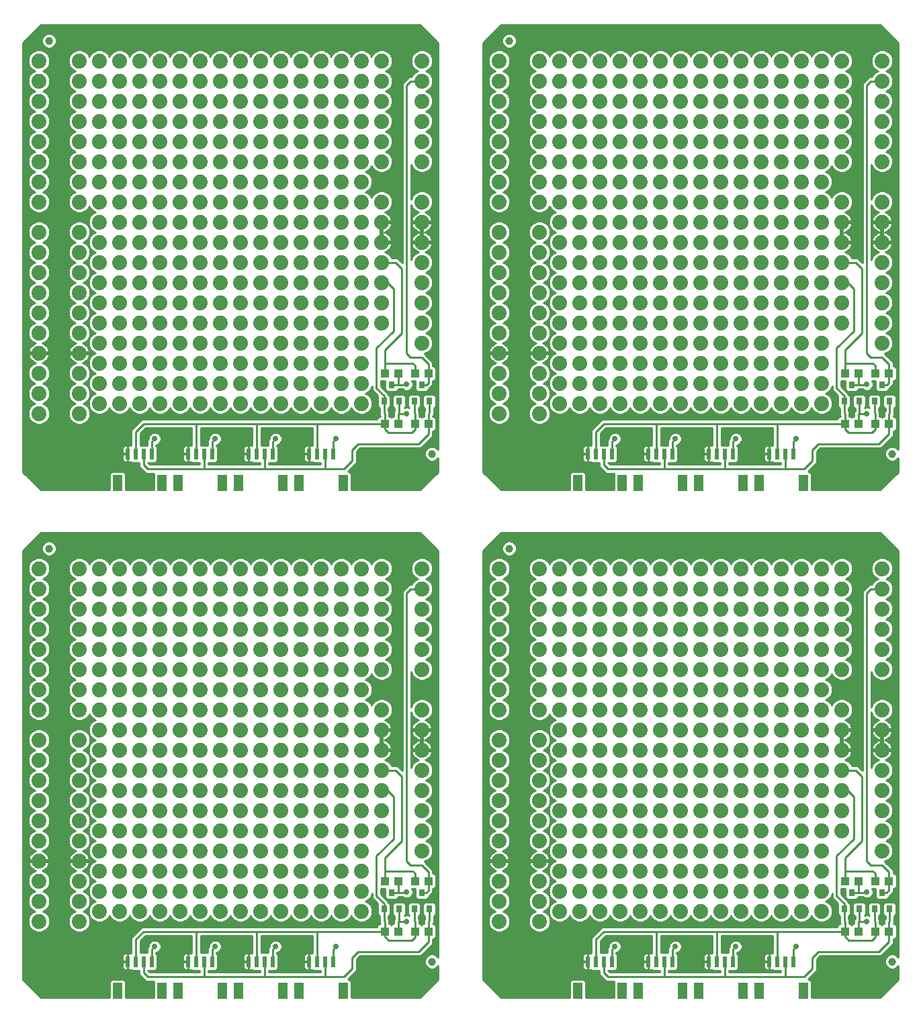
<source format=gtl>
G75*
%MOIN*%
%OFA0B0*%
%FSLAX25Y25*%
%IPPOS*%
%LPD*%
%AMOC8*
5,1,8,0,0,1.08239X$1,22.5*
%
%ADD10C,0.07400*%
%ADD11R,0.03150X0.03543*%
%ADD12R,0.04331X0.03937*%
%ADD13C,0.03937*%
%ADD14R,0.04724X0.07874*%
%ADD15R,0.02362X0.05315*%
%ADD16C,0.01000*%
%ADD17C,0.02900*%
D10*
X0094411Y0117699D03*
X0094411Y0127699D03*
X0094411Y0137699D03*
X0094411Y0147699D03*
X0094411Y0157699D03*
X0094411Y0167699D03*
X0094411Y0177699D03*
X0094411Y0187699D03*
X0094411Y0197699D03*
X0094411Y0207699D03*
X0094411Y0222699D03*
X0094411Y0232699D03*
X0094411Y0242699D03*
X0094411Y0252699D03*
X0094411Y0262699D03*
X0094411Y0272699D03*
X0094411Y0282699D03*
X0094411Y0292699D03*
X0114411Y0292699D03*
X0124411Y0292699D03*
X0124411Y0282699D03*
X0114411Y0282699D03*
X0114411Y0272699D03*
X0114411Y0262699D03*
X0124411Y0262699D03*
X0124411Y0272699D03*
X0134411Y0272699D03*
X0134411Y0262699D03*
X0134411Y0252699D03*
X0134411Y0242699D03*
X0134411Y0232699D03*
X0134411Y0222699D03*
X0134411Y0212699D03*
X0134411Y0202699D03*
X0134411Y0192699D03*
X0134411Y0182699D03*
X0134411Y0172699D03*
X0134411Y0162699D03*
X0134411Y0152699D03*
X0134411Y0142699D03*
X0134411Y0132699D03*
X0134411Y0122699D03*
X0144411Y0122699D03*
X0154411Y0122699D03*
X0164411Y0122699D03*
X0174411Y0122699D03*
X0184411Y0122699D03*
X0194411Y0122699D03*
X0204411Y0122699D03*
X0214411Y0122699D03*
X0224411Y0122699D03*
X0234411Y0122699D03*
X0244411Y0122699D03*
X0254411Y0122699D03*
X0254411Y0132699D03*
X0244411Y0132699D03*
X0234411Y0132699D03*
X0224411Y0132699D03*
X0214411Y0132699D03*
X0204411Y0132699D03*
X0194411Y0132699D03*
X0184411Y0132699D03*
X0174411Y0132699D03*
X0164411Y0132699D03*
X0154411Y0132699D03*
X0144411Y0132699D03*
X0144411Y0142699D03*
X0154411Y0142699D03*
X0154411Y0152699D03*
X0144411Y0152699D03*
X0144411Y0162699D03*
X0154411Y0162699D03*
X0154411Y0172699D03*
X0144411Y0172699D03*
X0144411Y0182699D03*
X0154411Y0182699D03*
X0164411Y0182699D03*
X0164411Y0172699D03*
X0164411Y0162699D03*
X0164411Y0152699D03*
X0164411Y0142699D03*
X0174411Y0142699D03*
X0184411Y0142699D03*
X0184411Y0152699D03*
X0174411Y0152699D03*
X0174411Y0162699D03*
X0184411Y0162699D03*
X0184411Y0172699D03*
X0174411Y0172699D03*
X0174411Y0182699D03*
X0184411Y0182699D03*
X0194411Y0182699D03*
X0194411Y0172699D03*
X0194411Y0162699D03*
X0194411Y0152699D03*
X0194411Y0142699D03*
X0204411Y0142699D03*
X0214411Y0142699D03*
X0214411Y0152699D03*
X0204411Y0152699D03*
X0204411Y0162699D03*
X0214411Y0162699D03*
X0214411Y0172699D03*
X0204411Y0172699D03*
X0204411Y0182699D03*
X0214411Y0182699D03*
X0224411Y0182699D03*
X0224411Y0172699D03*
X0224411Y0162699D03*
X0224411Y0152699D03*
X0224411Y0142699D03*
X0234411Y0142699D03*
X0244411Y0142699D03*
X0244411Y0152699D03*
X0234411Y0152699D03*
X0234411Y0162699D03*
X0244411Y0162699D03*
X0244411Y0172699D03*
X0234411Y0172699D03*
X0234411Y0182699D03*
X0244411Y0182699D03*
X0254411Y0182699D03*
X0254411Y0172699D03*
X0254411Y0162699D03*
X0254411Y0152699D03*
X0254411Y0142699D03*
X0264411Y0162699D03*
X0264411Y0172699D03*
X0264411Y0182699D03*
X0264411Y0192699D03*
X0264411Y0202699D03*
X0254411Y0202699D03*
X0254411Y0192699D03*
X0244411Y0192699D03*
X0234411Y0192699D03*
X0234411Y0202699D03*
X0244411Y0202699D03*
X0244411Y0212699D03*
X0234411Y0212699D03*
X0234411Y0222699D03*
X0244411Y0222699D03*
X0254411Y0222699D03*
X0254411Y0212699D03*
X0264411Y0212699D03*
X0264411Y0222699D03*
X0254411Y0232699D03*
X0244411Y0232699D03*
X0234411Y0232699D03*
X0224411Y0232699D03*
X0224411Y0222699D03*
X0224411Y0212699D03*
X0224411Y0202699D03*
X0224411Y0192699D03*
X0214411Y0192699D03*
X0204411Y0192699D03*
X0204411Y0202699D03*
X0214411Y0202699D03*
X0214411Y0212699D03*
X0204411Y0212699D03*
X0204411Y0222699D03*
X0214411Y0222699D03*
X0214411Y0232699D03*
X0204411Y0232699D03*
X0194411Y0232699D03*
X0194411Y0222699D03*
X0194411Y0212699D03*
X0194411Y0202699D03*
X0194411Y0192699D03*
X0184411Y0192699D03*
X0174411Y0192699D03*
X0174411Y0202699D03*
X0184411Y0202699D03*
X0184411Y0212699D03*
X0174411Y0212699D03*
X0174411Y0222699D03*
X0184411Y0222699D03*
X0184411Y0232699D03*
X0174411Y0232699D03*
X0164411Y0232699D03*
X0164411Y0222699D03*
X0164411Y0212699D03*
X0164411Y0202699D03*
X0164411Y0192699D03*
X0154411Y0192699D03*
X0144411Y0192699D03*
X0144411Y0202699D03*
X0154411Y0202699D03*
X0154411Y0212699D03*
X0144411Y0212699D03*
X0144411Y0222699D03*
X0154411Y0222699D03*
X0154411Y0232699D03*
X0144411Y0232699D03*
X0144411Y0242699D03*
X0154411Y0242699D03*
X0154411Y0252699D03*
X0144411Y0252699D03*
X0144411Y0262699D03*
X0154411Y0262699D03*
X0154411Y0272699D03*
X0144411Y0272699D03*
X0144411Y0282699D03*
X0154411Y0282699D03*
X0164411Y0282699D03*
X0164411Y0272699D03*
X0164411Y0262699D03*
X0164411Y0252699D03*
X0164411Y0242699D03*
X0174411Y0242699D03*
X0184411Y0242699D03*
X0184411Y0252699D03*
X0174411Y0252699D03*
X0174411Y0262699D03*
X0184411Y0262699D03*
X0184411Y0272699D03*
X0174411Y0272699D03*
X0174411Y0282699D03*
X0184411Y0282699D03*
X0194411Y0282699D03*
X0194411Y0272699D03*
X0194411Y0262699D03*
X0194411Y0252699D03*
X0194411Y0242699D03*
X0204411Y0242699D03*
X0214411Y0242699D03*
X0214411Y0252699D03*
X0204411Y0252699D03*
X0204411Y0262699D03*
X0214411Y0262699D03*
X0214411Y0272699D03*
X0204411Y0272699D03*
X0204411Y0282699D03*
X0214411Y0282699D03*
X0224411Y0282699D03*
X0224411Y0272699D03*
X0224411Y0262699D03*
X0224411Y0252699D03*
X0224411Y0242699D03*
X0234411Y0242699D03*
X0244411Y0242699D03*
X0244411Y0252699D03*
X0234411Y0252699D03*
X0234411Y0262699D03*
X0244411Y0262699D03*
X0244411Y0272699D03*
X0234411Y0272699D03*
X0234411Y0282699D03*
X0244411Y0282699D03*
X0254411Y0282699D03*
X0254411Y0272699D03*
X0254411Y0262699D03*
X0254411Y0252699D03*
X0254411Y0242699D03*
X0264411Y0242699D03*
X0264411Y0252699D03*
X0264411Y0262699D03*
X0264411Y0272699D03*
X0264411Y0282699D03*
X0264411Y0292699D03*
X0254411Y0292699D03*
X0244411Y0292699D03*
X0234411Y0292699D03*
X0224411Y0292699D03*
X0214411Y0292699D03*
X0204411Y0292699D03*
X0194411Y0292699D03*
X0184411Y0292699D03*
X0174411Y0292699D03*
X0164411Y0292699D03*
X0154411Y0292699D03*
X0144411Y0292699D03*
X0134411Y0292699D03*
X0134411Y0282699D03*
X0124411Y0252699D03*
X0124411Y0242699D03*
X0114411Y0242699D03*
X0114411Y0252699D03*
X0114411Y0232699D03*
X0124411Y0232699D03*
X0124411Y0222699D03*
X0124411Y0212699D03*
X0114411Y0207699D03*
X0124411Y0202699D03*
X0124411Y0192699D03*
X0114411Y0187699D03*
X0114411Y0197699D03*
X0124411Y0182699D03*
X0114411Y0177699D03*
X0114411Y0167699D03*
X0124411Y0162699D03*
X0124411Y0172699D03*
X0114411Y0157699D03*
X0124411Y0152699D03*
X0124411Y0142699D03*
X0114411Y0137699D03*
X0114411Y0147699D03*
X0124411Y0132699D03*
X0114411Y0127699D03*
X0124411Y0122699D03*
X0114411Y0117699D03*
X0114411Y0222699D03*
X0114411Y0369668D03*
X0124411Y0374668D03*
X0114411Y0379668D03*
X0114411Y0389668D03*
X0124411Y0394668D03*
X0124411Y0384668D03*
X0134411Y0384668D03*
X0134411Y0394668D03*
X0144411Y0394668D03*
X0154411Y0394668D03*
X0154411Y0384668D03*
X0144411Y0384668D03*
X0144411Y0374668D03*
X0154411Y0374668D03*
X0164411Y0374668D03*
X0174411Y0374668D03*
X0184411Y0374668D03*
X0194411Y0374668D03*
X0204411Y0374668D03*
X0214411Y0374668D03*
X0224411Y0374668D03*
X0234411Y0374668D03*
X0244411Y0374668D03*
X0254411Y0374668D03*
X0254411Y0384668D03*
X0254411Y0394668D03*
X0254411Y0404668D03*
X0254411Y0414668D03*
X0264411Y0414668D03*
X0264411Y0424668D03*
X0264411Y0434668D03*
X0264411Y0444668D03*
X0264411Y0454668D03*
X0264411Y0464668D03*
X0264411Y0474668D03*
X0254411Y0474668D03*
X0254411Y0484668D03*
X0254411Y0494668D03*
X0264411Y0494668D03*
X0264411Y0504668D03*
X0264411Y0514668D03*
X0264411Y0524668D03*
X0264411Y0534668D03*
X0264411Y0544668D03*
X0254411Y0544668D03*
X0254411Y0534668D03*
X0254411Y0524668D03*
X0254411Y0514668D03*
X0254411Y0504668D03*
X0244411Y0504668D03*
X0234411Y0504668D03*
X0234411Y0514668D03*
X0244411Y0514668D03*
X0244411Y0524668D03*
X0234411Y0524668D03*
X0234411Y0534668D03*
X0244411Y0534668D03*
X0244411Y0544668D03*
X0234411Y0544668D03*
X0224411Y0544668D03*
X0224411Y0534668D03*
X0224411Y0524668D03*
X0224411Y0514668D03*
X0224411Y0504668D03*
X0224411Y0494668D03*
X0224411Y0484668D03*
X0234411Y0484668D03*
X0244411Y0484668D03*
X0244411Y0494668D03*
X0234411Y0494668D03*
X0234411Y0474668D03*
X0244411Y0474668D03*
X0244411Y0464668D03*
X0244411Y0454668D03*
X0234411Y0454668D03*
X0234411Y0464668D03*
X0224411Y0464668D03*
X0224411Y0454668D03*
X0224411Y0444668D03*
X0224411Y0434668D03*
X0234411Y0434668D03*
X0244411Y0434668D03*
X0244411Y0444668D03*
X0234411Y0444668D03*
X0254411Y0444668D03*
X0254411Y0434668D03*
X0254411Y0424668D03*
X0244411Y0424668D03*
X0234411Y0424668D03*
X0234411Y0414668D03*
X0244411Y0414668D03*
X0244411Y0404668D03*
X0234411Y0404668D03*
X0234411Y0394668D03*
X0244411Y0394668D03*
X0244411Y0384668D03*
X0234411Y0384668D03*
X0224411Y0384668D03*
X0224411Y0394668D03*
X0224411Y0404668D03*
X0224411Y0414668D03*
X0224411Y0424668D03*
X0214411Y0424668D03*
X0204411Y0424668D03*
X0204411Y0434668D03*
X0214411Y0434668D03*
X0214411Y0444668D03*
X0204411Y0444668D03*
X0204411Y0454668D03*
X0214411Y0454668D03*
X0214411Y0464668D03*
X0204411Y0464668D03*
X0204411Y0474668D03*
X0214411Y0474668D03*
X0224411Y0474668D03*
X0214411Y0484668D03*
X0214411Y0494668D03*
X0204411Y0494668D03*
X0204411Y0484668D03*
X0194411Y0484668D03*
X0194411Y0494668D03*
X0194411Y0504668D03*
X0204411Y0504668D03*
X0214411Y0504668D03*
X0214411Y0514668D03*
X0214411Y0524668D03*
X0204411Y0524668D03*
X0204411Y0514668D03*
X0194411Y0514668D03*
X0194411Y0524668D03*
X0194411Y0534668D03*
X0194411Y0544668D03*
X0204411Y0544668D03*
X0214411Y0544668D03*
X0214411Y0534668D03*
X0204411Y0534668D03*
X0184411Y0534668D03*
X0184411Y0544668D03*
X0174411Y0544668D03*
X0174411Y0534668D03*
X0174411Y0524668D03*
X0184411Y0524668D03*
X0184411Y0514668D03*
X0174411Y0514668D03*
X0174411Y0504668D03*
X0184411Y0504668D03*
X0184411Y0494668D03*
X0184411Y0484668D03*
X0174411Y0484668D03*
X0174411Y0494668D03*
X0164411Y0494668D03*
X0164411Y0484668D03*
X0164411Y0474668D03*
X0174411Y0474668D03*
X0184411Y0474668D03*
X0194411Y0474668D03*
X0194411Y0464668D03*
X0194411Y0454668D03*
X0194411Y0444668D03*
X0194411Y0434668D03*
X0194411Y0424668D03*
X0194411Y0414668D03*
X0194411Y0404668D03*
X0204411Y0404668D03*
X0214411Y0404668D03*
X0214411Y0414668D03*
X0204411Y0414668D03*
X0204411Y0394668D03*
X0214411Y0394668D03*
X0214411Y0384668D03*
X0204411Y0384668D03*
X0194411Y0384668D03*
X0194411Y0394668D03*
X0184411Y0394668D03*
X0184411Y0384668D03*
X0174411Y0384668D03*
X0174411Y0394668D03*
X0174411Y0404668D03*
X0184411Y0404668D03*
X0184411Y0414668D03*
X0174411Y0414668D03*
X0174411Y0424668D03*
X0184411Y0424668D03*
X0184411Y0434668D03*
X0184411Y0444668D03*
X0174411Y0444668D03*
X0174411Y0434668D03*
X0164411Y0434668D03*
X0164411Y0444668D03*
X0164411Y0454668D03*
X0164411Y0464668D03*
X0174411Y0464668D03*
X0184411Y0464668D03*
X0184411Y0454668D03*
X0174411Y0454668D03*
X0154411Y0454668D03*
X0154411Y0464668D03*
X0144411Y0464668D03*
X0144411Y0454668D03*
X0144411Y0444668D03*
X0154411Y0444668D03*
X0154411Y0434668D03*
X0144411Y0434668D03*
X0144411Y0424668D03*
X0154411Y0424668D03*
X0164411Y0424668D03*
X0164411Y0414668D03*
X0164411Y0404668D03*
X0164411Y0394668D03*
X0164411Y0384668D03*
X0154411Y0404668D03*
X0154411Y0414668D03*
X0144411Y0414668D03*
X0144411Y0404668D03*
X0134411Y0404668D03*
X0134411Y0414668D03*
X0134411Y0424668D03*
X0134411Y0434668D03*
X0134411Y0444668D03*
X0134411Y0454668D03*
X0134411Y0464668D03*
X0134411Y0474668D03*
X0144411Y0474668D03*
X0154411Y0474668D03*
X0154411Y0484668D03*
X0154411Y0494668D03*
X0144411Y0494668D03*
X0144411Y0484668D03*
X0134411Y0484668D03*
X0134411Y0494668D03*
X0134411Y0504668D03*
X0144411Y0504668D03*
X0154411Y0504668D03*
X0164411Y0504668D03*
X0164411Y0514668D03*
X0164411Y0524668D03*
X0164411Y0534668D03*
X0164411Y0544668D03*
X0154411Y0544668D03*
X0154411Y0534668D03*
X0144411Y0534668D03*
X0144411Y0544668D03*
X0134411Y0544668D03*
X0134411Y0534668D03*
X0134411Y0524668D03*
X0134411Y0514668D03*
X0144411Y0514668D03*
X0154411Y0514668D03*
X0154411Y0524668D03*
X0144411Y0524668D03*
X0124411Y0524668D03*
X0124411Y0514668D03*
X0114411Y0514668D03*
X0114411Y0524668D03*
X0114411Y0534668D03*
X0124411Y0534668D03*
X0124411Y0544668D03*
X0114411Y0544668D03*
X0094411Y0544668D03*
X0094411Y0534668D03*
X0094411Y0524668D03*
X0094411Y0514668D03*
X0094411Y0504668D03*
X0094411Y0494668D03*
X0094411Y0484668D03*
X0094411Y0474668D03*
X0094411Y0459668D03*
X0094411Y0449668D03*
X0094411Y0439668D03*
X0094411Y0429668D03*
X0094411Y0419668D03*
X0094411Y0409668D03*
X0094411Y0399668D03*
X0094411Y0389668D03*
X0094411Y0379668D03*
X0094411Y0369668D03*
X0114411Y0399668D03*
X0124411Y0404668D03*
X0124411Y0414668D03*
X0114411Y0419668D03*
X0114411Y0409668D03*
X0124411Y0424668D03*
X0114411Y0429668D03*
X0114411Y0439668D03*
X0124411Y0444668D03*
X0124411Y0434668D03*
X0114411Y0449668D03*
X0124411Y0454668D03*
X0124411Y0464668D03*
X0114411Y0459668D03*
X0114411Y0474668D03*
X0124411Y0474668D03*
X0124411Y0484668D03*
X0124411Y0494668D03*
X0114411Y0494668D03*
X0114411Y0484668D03*
X0114411Y0504668D03*
X0124411Y0504668D03*
X0134411Y0374668D03*
X0254411Y0454668D03*
X0254411Y0464668D03*
X0284411Y0464668D03*
X0284411Y0454668D03*
X0284411Y0444668D03*
X0284411Y0434668D03*
X0284411Y0424668D03*
X0284411Y0414668D03*
X0284411Y0404668D03*
X0322757Y0409668D03*
X0322757Y0419668D03*
X0322757Y0429668D03*
X0322757Y0439668D03*
X0322757Y0449668D03*
X0322757Y0459668D03*
X0322757Y0474668D03*
X0322757Y0484668D03*
X0322757Y0494668D03*
X0322757Y0504668D03*
X0322757Y0514668D03*
X0322757Y0524668D03*
X0322757Y0534668D03*
X0322757Y0544668D03*
X0342757Y0544668D03*
X0342757Y0534668D03*
X0352757Y0534668D03*
X0352757Y0544668D03*
X0362757Y0544668D03*
X0362757Y0534668D03*
X0362757Y0524668D03*
X0362757Y0514668D03*
X0352757Y0514668D03*
X0342757Y0514668D03*
X0342757Y0524668D03*
X0352757Y0524668D03*
X0352757Y0504668D03*
X0342757Y0504668D03*
X0342757Y0494668D03*
X0342757Y0484668D03*
X0352757Y0484668D03*
X0352757Y0494668D03*
X0362757Y0494668D03*
X0362757Y0484668D03*
X0362757Y0474668D03*
X0352757Y0474668D03*
X0342757Y0474668D03*
X0352757Y0464668D03*
X0352757Y0454668D03*
X0342757Y0459668D03*
X0342757Y0449668D03*
X0352757Y0444668D03*
X0352757Y0434668D03*
X0342757Y0439668D03*
X0342757Y0429668D03*
X0352757Y0424668D03*
X0342757Y0419668D03*
X0342757Y0409668D03*
X0352757Y0414668D03*
X0352757Y0404668D03*
X0342757Y0399668D03*
X0352757Y0394668D03*
X0352757Y0384668D03*
X0342757Y0389668D03*
X0342757Y0379668D03*
X0352757Y0374668D03*
X0342757Y0369668D03*
X0362757Y0374668D03*
X0362757Y0384668D03*
X0362757Y0394668D03*
X0362757Y0404668D03*
X0362757Y0414668D03*
X0362757Y0424668D03*
X0362757Y0434668D03*
X0362757Y0444668D03*
X0362757Y0454668D03*
X0362757Y0464668D03*
X0372757Y0464668D03*
X0372757Y0454668D03*
X0372757Y0444668D03*
X0372757Y0434668D03*
X0372757Y0424668D03*
X0372757Y0414668D03*
X0372757Y0404668D03*
X0372757Y0394668D03*
X0372757Y0384668D03*
X0372757Y0374668D03*
X0382757Y0374668D03*
X0392757Y0374668D03*
X0392757Y0384668D03*
X0382757Y0384668D03*
X0382757Y0394668D03*
X0392757Y0394668D03*
X0392757Y0404668D03*
X0382757Y0404668D03*
X0382757Y0414668D03*
X0392757Y0414668D03*
X0392757Y0424668D03*
X0382757Y0424668D03*
X0382757Y0434668D03*
X0382757Y0444668D03*
X0392757Y0444668D03*
X0392757Y0434668D03*
X0402757Y0434668D03*
X0402757Y0444668D03*
X0402757Y0454668D03*
X0402757Y0464668D03*
X0392757Y0464668D03*
X0382757Y0464668D03*
X0382757Y0454668D03*
X0392757Y0454668D03*
X0392757Y0474668D03*
X0382757Y0474668D03*
X0372757Y0474668D03*
X0372757Y0484668D03*
X0372757Y0494668D03*
X0372757Y0504668D03*
X0362757Y0504668D03*
X0372757Y0514668D03*
X0372757Y0524668D03*
X0372757Y0534668D03*
X0372757Y0544668D03*
X0382757Y0544668D03*
X0382757Y0534668D03*
X0392757Y0534668D03*
X0392757Y0544668D03*
X0402757Y0544668D03*
X0402757Y0534668D03*
X0402757Y0524668D03*
X0402757Y0514668D03*
X0392757Y0514668D03*
X0382757Y0514668D03*
X0382757Y0524668D03*
X0392757Y0524668D03*
X0392757Y0504668D03*
X0382757Y0504668D03*
X0382757Y0494668D03*
X0382757Y0484668D03*
X0392757Y0484668D03*
X0392757Y0494668D03*
X0402757Y0494668D03*
X0402757Y0484668D03*
X0402757Y0474668D03*
X0412757Y0474668D03*
X0422757Y0474668D03*
X0422757Y0484668D03*
X0412757Y0484668D03*
X0412757Y0494668D03*
X0422757Y0494668D03*
X0422757Y0504668D03*
X0412757Y0504668D03*
X0402757Y0504668D03*
X0412757Y0514668D03*
X0412757Y0524668D03*
X0422757Y0524668D03*
X0422757Y0514668D03*
X0432757Y0514668D03*
X0432757Y0524668D03*
X0432757Y0534668D03*
X0432757Y0544668D03*
X0422757Y0544668D03*
X0412757Y0544668D03*
X0412757Y0534668D03*
X0422757Y0534668D03*
X0442757Y0534668D03*
X0442757Y0544668D03*
X0452757Y0544668D03*
X0452757Y0534668D03*
X0452757Y0524668D03*
X0442757Y0524668D03*
X0442757Y0514668D03*
X0452757Y0514668D03*
X0452757Y0504668D03*
X0442757Y0504668D03*
X0432757Y0504668D03*
X0432757Y0494668D03*
X0432757Y0484668D03*
X0432757Y0474668D03*
X0432757Y0464668D03*
X0432757Y0454668D03*
X0422757Y0454668D03*
X0412757Y0454668D03*
X0412757Y0464668D03*
X0422757Y0464668D03*
X0422757Y0444668D03*
X0412757Y0444668D03*
X0412757Y0434668D03*
X0422757Y0434668D03*
X0422757Y0424668D03*
X0412757Y0424668D03*
X0402757Y0424668D03*
X0402757Y0414668D03*
X0402757Y0404668D03*
X0402757Y0394668D03*
X0402757Y0384668D03*
X0402757Y0374668D03*
X0412757Y0374668D03*
X0422757Y0374668D03*
X0422757Y0384668D03*
X0412757Y0384668D03*
X0412757Y0394668D03*
X0422757Y0394668D03*
X0422757Y0404668D03*
X0412757Y0404668D03*
X0412757Y0414668D03*
X0422757Y0414668D03*
X0432757Y0414668D03*
X0432757Y0404668D03*
X0432757Y0394668D03*
X0432757Y0384668D03*
X0432757Y0374668D03*
X0442757Y0374668D03*
X0452757Y0374668D03*
X0452757Y0384668D03*
X0442757Y0384668D03*
X0442757Y0394668D03*
X0452757Y0394668D03*
X0452757Y0404668D03*
X0442757Y0404668D03*
X0442757Y0414668D03*
X0452757Y0414668D03*
X0452757Y0424668D03*
X0442757Y0424668D03*
X0432757Y0424668D03*
X0432757Y0434668D03*
X0432757Y0444668D03*
X0442757Y0444668D03*
X0442757Y0434668D03*
X0452757Y0434668D03*
X0452757Y0444668D03*
X0452757Y0454668D03*
X0442757Y0454668D03*
X0442757Y0464668D03*
X0452757Y0464668D03*
X0452757Y0474668D03*
X0442757Y0474668D03*
X0442757Y0484668D03*
X0442757Y0494668D03*
X0452757Y0494668D03*
X0452757Y0484668D03*
X0462757Y0484668D03*
X0462757Y0494668D03*
X0462757Y0504668D03*
X0462757Y0514668D03*
X0462757Y0524668D03*
X0462757Y0534668D03*
X0462757Y0544668D03*
X0472757Y0544668D03*
X0472757Y0534668D03*
X0482757Y0534668D03*
X0482757Y0544668D03*
X0492757Y0544668D03*
X0492757Y0534668D03*
X0492757Y0524668D03*
X0492757Y0514668D03*
X0482757Y0514668D03*
X0472757Y0514668D03*
X0472757Y0524668D03*
X0482757Y0524668D03*
X0482757Y0504668D03*
X0472757Y0504668D03*
X0472757Y0494668D03*
X0472757Y0484668D03*
X0482757Y0484668D03*
X0482757Y0494668D03*
X0492757Y0494668D03*
X0492757Y0504668D03*
X0512757Y0504668D03*
X0512757Y0514668D03*
X0512757Y0524668D03*
X0512757Y0534668D03*
X0512757Y0544668D03*
X0512757Y0494668D03*
X0512757Y0474668D03*
X0512757Y0464668D03*
X0512757Y0454668D03*
X0512757Y0444668D03*
X0512757Y0434668D03*
X0512757Y0424668D03*
X0512757Y0414668D03*
X0512757Y0404668D03*
X0492757Y0414668D03*
X0482757Y0414668D03*
X0472757Y0414668D03*
X0472757Y0404668D03*
X0482757Y0404668D03*
X0482757Y0394668D03*
X0472757Y0394668D03*
X0472757Y0384668D03*
X0482757Y0384668D03*
X0482757Y0374668D03*
X0472757Y0374668D03*
X0462757Y0374668D03*
X0462757Y0384668D03*
X0462757Y0394668D03*
X0462757Y0404668D03*
X0462757Y0414668D03*
X0462757Y0424668D03*
X0462757Y0434668D03*
X0462757Y0444668D03*
X0462757Y0454668D03*
X0462757Y0464668D03*
X0462757Y0474668D03*
X0472757Y0474668D03*
X0482757Y0474668D03*
X0482757Y0464668D03*
X0472757Y0464668D03*
X0472757Y0454668D03*
X0482757Y0454668D03*
X0482757Y0444668D03*
X0472757Y0444668D03*
X0472757Y0434668D03*
X0482757Y0434668D03*
X0482757Y0424668D03*
X0472757Y0424668D03*
X0492757Y0424668D03*
X0492757Y0434668D03*
X0492757Y0444668D03*
X0492757Y0454668D03*
X0492757Y0464668D03*
X0492757Y0474668D03*
X0492757Y0292699D03*
X0492757Y0282699D03*
X0492757Y0272699D03*
X0492757Y0262699D03*
X0492757Y0252699D03*
X0492757Y0242699D03*
X0482757Y0242699D03*
X0472757Y0242699D03*
X0472757Y0252699D03*
X0482757Y0252699D03*
X0482757Y0262699D03*
X0472757Y0262699D03*
X0472757Y0272699D03*
X0482757Y0272699D03*
X0482757Y0282699D03*
X0472757Y0282699D03*
X0462757Y0282699D03*
X0462757Y0272699D03*
X0462757Y0262699D03*
X0462757Y0252699D03*
X0462757Y0242699D03*
X0462757Y0232699D03*
X0462757Y0222699D03*
X0462757Y0212699D03*
X0462757Y0202699D03*
X0462757Y0192699D03*
X0462757Y0182699D03*
X0462757Y0172699D03*
X0462757Y0162699D03*
X0462757Y0152699D03*
X0462757Y0142699D03*
X0462757Y0132699D03*
X0462757Y0122699D03*
X0452757Y0122699D03*
X0442757Y0122699D03*
X0432757Y0122699D03*
X0422757Y0122699D03*
X0412757Y0122699D03*
X0402757Y0122699D03*
X0392757Y0122699D03*
X0382757Y0122699D03*
X0372757Y0122699D03*
X0362757Y0122699D03*
X0352757Y0122699D03*
X0342757Y0117699D03*
X0342757Y0127699D03*
X0352757Y0132699D03*
X0342757Y0137699D03*
X0342757Y0147699D03*
X0352757Y0142699D03*
X0352757Y0152699D03*
X0342757Y0157699D03*
X0352757Y0162699D03*
X0352757Y0172699D03*
X0342757Y0167699D03*
X0342757Y0177699D03*
X0352757Y0182699D03*
X0342757Y0187699D03*
X0342757Y0197699D03*
X0352757Y0192699D03*
X0352757Y0202699D03*
X0342757Y0207699D03*
X0352757Y0212699D03*
X0352757Y0222699D03*
X0342757Y0222699D03*
X0342757Y0232699D03*
X0352757Y0232699D03*
X0362757Y0232699D03*
X0362757Y0222699D03*
X0362757Y0212699D03*
X0362757Y0202699D03*
X0362757Y0192699D03*
X0362757Y0182699D03*
X0362757Y0172699D03*
X0362757Y0162699D03*
X0362757Y0152699D03*
X0362757Y0142699D03*
X0362757Y0132699D03*
X0372757Y0132699D03*
X0382757Y0132699D03*
X0392757Y0132699D03*
X0402757Y0132699D03*
X0412757Y0132699D03*
X0422757Y0132699D03*
X0432757Y0132699D03*
X0442757Y0132699D03*
X0452757Y0132699D03*
X0452757Y0142699D03*
X0442757Y0142699D03*
X0442757Y0152699D03*
X0452757Y0152699D03*
X0452757Y0162699D03*
X0442757Y0162699D03*
X0442757Y0172699D03*
X0452757Y0172699D03*
X0452757Y0182699D03*
X0442757Y0182699D03*
X0432757Y0182699D03*
X0432757Y0172699D03*
X0432757Y0162699D03*
X0432757Y0152699D03*
X0432757Y0142699D03*
X0422757Y0142699D03*
X0412757Y0142699D03*
X0412757Y0152699D03*
X0422757Y0152699D03*
X0422757Y0162699D03*
X0412757Y0162699D03*
X0412757Y0172699D03*
X0422757Y0172699D03*
X0422757Y0182699D03*
X0412757Y0182699D03*
X0402757Y0182699D03*
X0402757Y0172699D03*
X0402757Y0162699D03*
X0402757Y0152699D03*
X0402757Y0142699D03*
X0392757Y0142699D03*
X0382757Y0142699D03*
X0382757Y0152699D03*
X0392757Y0152699D03*
X0392757Y0162699D03*
X0382757Y0162699D03*
X0382757Y0172699D03*
X0392757Y0172699D03*
X0392757Y0182699D03*
X0382757Y0182699D03*
X0372757Y0182699D03*
X0372757Y0172699D03*
X0372757Y0162699D03*
X0372757Y0152699D03*
X0372757Y0142699D03*
X0372757Y0192699D03*
X0372757Y0202699D03*
X0382757Y0202699D03*
X0382757Y0192699D03*
X0392757Y0192699D03*
X0392757Y0202699D03*
X0402757Y0202699D03*
X0402757Y0192699D03*
X0412757Y0192699D03*
X0422757Y0192699D03*
X0422757Y0202699D03*
X0412757Y0202699D03*
X0412757Y0212699D03*
X0422757Y0212699D03*
X0422757Y0222699D03*
X0412757Y0222699D03*
X0402757Y0222699D03*
X0402757Y0212699D03*
X0392757Y0212699D03*
X0382757Y0212699D03*
X0382757Y0222699D03*
X0392757Y0222699D03*
X0392757Y0232699D03*
X0382757Y0232699D03*
X0372757Y0232699D03*
X0372757Y0222699D03*
X0372757Y0212699D03*
X0372757Y0242699D03*
X0372757Y0252699D03*
X0362757Y0252699D03*
X0362757Y0242699D03*
X0352757Y0242699D03*
X0342757Y0242699D03*
X0342757Y0252699D03*
X0352757Y0252699D03*
X0352757Y0262699D03*
X0342757Y0262699D03*
X0342757Y0272699D03*
X0352757Y0272699D03*
X0362757Y0272699D03*
X0362757Y0262699D03*
X0372757Y0262699D03*
X0372757Y0272699D03*
X0382757Y0272699D03*
X0382757Y0262699D03*
X0392757Y0262699D03*
X0392757Y0272699D03*
X0402757Y0272699D03*
X0402757Y0262699D03*
X0402757Y0252699D03*
X0402757Y0242699D03*
X0402757Y0232699D03*
X0412757Y0232699D03*
X0422757Y0232699D03*
X0432757Y0232699D03*
X0432757Y0222699D03*
X0432757Y0212699D03*
X0432757Y0202699D03*
X0432757Y0192699D03*
X0442757Y0192699D03*
X0452757Y0192699D03*
X0452757Y0202699D03*
X0442757Y0202699D03*
X0442757Y0212699D03*
X0452757Y0212699D03*
X0452757Y0222699D03*
X0442757Y0222699D03*
X0442757Y0232699D03*
X0452757Y0232699D03*
X0452757Y0242699D03*
X0442757Y0242699D03*
X0442757Y0252699D03*
X0452757Y0252699D03*
X0452757Y0262699D03*
X0442757Y0262699D03*
X0442757Y0272699D03*
X0452757Y0272699D03*
X0452757Y0282699D03*
X0442757Y0282699D03*
X0432757Y0282699D03*
X0432757Y0272699D03*
X0432757Y0262699D03*
X0432757Y0252699D03*
X0432757Y0242699D03*
X0422757Y0242699D03*
X0412757Y0242699D03*
X0412757Y0252699D03*
X0422757Y0252699D03*
X0422757Y0262699D03*
X0412757Y0262699D03*
X0412757Y0272699D03*
X0422757Y0272699D03*
X0422757Y0282699D03*
X0412757Y0282699D03*
X0402757Y0282699D03*
X0392757Y0282699D03*
X0382757Y0282699D03*
X0372757Y0282699D03*
X0362757Y0282699D03*
X0352757Y0282699D03*
X0342757Y0282699D03*
X0342757Y0292699D03*
X0352757Y0292699D03*
X0362757Y0292699D03*
X0372757Y0292699D03*
X0382757Y0292699D03*
X0392757Y0292699D03*
X0402757Y0292699D03*
X0412757Y0292699D03*
X0422757Y0292699D03*
X0432757Y0292699D03*
X0442757Y0292699D03*
X0452757Y0292699D03*
X0462757Y0292699D03*
X0472757Y0292699D03*
X0482757Y0292699D03*
X0512757Y0292699D03*
X0512757Y0282699D03*
X0512757Y0272699D03*
X0512757Y0262699D03*
X0512757Y0252699D03*
X0512757Y0242699D03*
X0512757Y0222699D03*
X0512757Y0212699D03*
X0512757Y0202699D03*
X0512757Y0192699D03*
X0512757Y0182699D03*
X0512757Y0172699D03*
X0512757Y0162699D03*
X0512757Y0152699D03*
X0492757Y0162699D03*
X0492757Y0172699D03*
X0482757Y0172699D03*
X0482757Y0162699D03*
X0472757Y0162699D03*
X0472757Y0172699D03*
X0472757Y0182699D03*
X0482757Y0182699D03*
X0492757Y0182699D03*
X0492757Y0192699D03*
X0492757Y0202699D03*
X0482757Y0202699D03*
X0482757Y0192699D03*
X0472757Y0192699D03*
X0472757Y0202699D03*
X0472757Y0212699D03*
X0482757Y0212699D03*
X0482757Y0222699D03*
X0472757Y0222699D03*
X0472757Y0232699D03*
X0482757Y0232699D03*
X0492757Y0222699D03*
X0492757Y0212699D03*
X0482757Y0152699D03*
X0482757Y0142699D03*
X0472757Y0142699D03*
X0472757Y0152699D03*
X0472757Y0132699D03*
X0482757Y0132699D03*
X0482757Y0122699D03*
X0472757Y0122699D03*
X0392757Y0242699D03*
X0382757Y0242699D03*
X0382757Y0252699D03*
X0392757Y0252699D03*
X0322757Y0252699D03*
X0322757Y0242699D03*
X0322757Y0232699D03*
X0322757Y0222699D03*
X0322757Y0207699D03*
X0322757Y0197699D03*
X0322757Y0187699D03*
X0322757Y0177699D03*
X0322757Y0167699D03*
X0322757Y0157699D03*
X0322757Y0147699D03*
X0322757Y0137699D03*
X0322757Y0127699D03*
X0322757Y0117699D03*
X0284411Y0152699D03*
X0284411Y0162699D03*
X0284411Y0172699D03*
X0284411Y0182699D03*
X0284411Y0192699D03*
X0284411Y0202699D03*
X0284411Y0212699D03*
X0284411Y0222699D03*
X0284411Y0242699D03*
X0284411Y0252699D03*
X0284411Y0262699D03*
X0284411Y0272699D03*
X0284411Y0282699D03*
X0284411Y0292699D03*
X0322757Y0292699D03*
X0322757Y0282699D03*
X0322757Y0272699D03*
X0322757Y0262699D03*
X0322757Y0369668D03*
X0322757Y0379668D03*
X0322757Y0389668D03*
X0322757Y0399668D03*
X0284411Y0474668D03*
X0284411Y0494668D03*
X0284411Y0504668D03*
X0284411Y0514668D03*
X0284411Y0524668D03*
X0284411Y0534668D03*
X0284411Y0544668D03*
D11*
X0284411Y0383999D03*
X0288151Y0375731D03*
X0280670Y0375731D03*
X0273151Y0375731D03*
X0265670Y0375731D03*
X0269411Y0383999D03*
X0494017Y0375731D03*
X0501497Y0375731D03*
X0497757Y0383999D03*
X0509017Y0375731D03*
X0516497Y0375731D03*
X0512757Y0383999D03*
X0512757Y0132030D03*
X0509017Y0123762D03*
X0516497Y0123762D03*
X0501497Y0123762D03*
X0494017Y0123762D03*
X0497757Y0132030D03*
X0288151Y0123762D03*
X0280670Y0123762D03*
X0273151Y0123762D03*
X0265670Y0123762D03*
X0269411Y0132030D03*
X0284411Y0132030D03*
D12*
X0287757Y0137699D03*
X0281064Y0137699D03*
X0272757Y0137699D03*
X0266064Y0137699D03*
X0266064Y0112699D03*
X0272757Y0112699D03*
X0281064Y0112699D03*
X0287757Y0112699D03*
X0494411Y0112699D03*
X0501104Y0112699D03*
X0509411Y0112699D03*
X0516104Y0112699D03*
X0516104Y0137699D03*
X0509411Y0137699D03*
X0501104Y0137699D03*
X0494411Y0137699D03*
X0494411Y0364668D03*
X0501104Y0364668D03*
X0509411Y0364668D03*
X0516104Y0364668D03*
X0516104Y0389668D03*
X0509411Y0389668D03*
X0501104Y0389668D03*
X0494411Y0389668D03*
X0287757Y0389668D03*
X0281064Y0389668D03*
X0272757Y0389668D03*
X0266064Y0389668D03*
X0266064Y0364668D03*
X0272757Y0364668D03*
X0281064Y0364668D03*
X0287757Y0364668D03*
D13*
X0289411Y0349668D03*
X0327757Y0302699D03*
X0517757Y0349668D03*
X0327757Y0554668D03*
X0099411Y0554668D03*
X0099411Y0302699D03*
X0289411Y0097699D03*
X0517757Y0097699D03*
D14*
X0473781Y0083231D03*
X0451733Y0083231D03*
X0443781Y0083231D03*
X0421733Y0083231D03*
X0413781Y0083231D03*
X0391733Y0083231D03*
X0383781Y0083231D03*
X0361733Y0083231D03*
X0245434Y0083231D03*
X0223387Y0083231D03*
X0215434Y0083231D03*
X0193387Y0083231D03*
X0185434Y0083231D03*
X0163387Y0083231D03*
X0155434Y0083231D03*
X0133387Y0083231D03*
X0133387Y0335199D03*
X0155434Y0335199D03*
X0163387Y0335199D03*
X0185434Y0335199D03*
X0193387Y0335199D03*
X0215434Y0335199D03*
X0223387Y0335199D03*
X0245434Y0335199D03*
X0361733Y0335199D03*
X0383781Y0335199D03*
X0391733Y0335199D03*
X0413781Y0335199D03*
X0421733Y0335199D03*
X0443781Y0335199D03*
X0451733Y0335199D03*
X0473781Y0335199D03*
D15*
X0468663Y0349668D03*
X0464726Y0349668D03*
X0460789Y0349668D03*
X0456852Y0349668D03*
X0438663Y0349668D03*
X0434726Y0349668D03*
X0430789Y0349668D03*
X0426852Y0349668D03*
X0408663Y0349668D03*
X0404726Y0349668D03*
X0400789Y0349668D03*
X0396852Y0349668D03*
X0378663Y0349668D03*
X0374726Y0349668D03*
X0370789Y0349668D03*
X0366852Y0349668D03*
X0240316Y0349668D03*
X0236379Y0349668D03*
X0232442Y0349668D03*
X0228505Y0349668D03*
X0210316Y0349668D03*
X0206379Y0349668D03*
X0202442Y0349668D03*
X0198505Y0349668D03*
X0180316Y0349668D03*
X0176379Y0349668D03*
X0172442Y0349668D03*
X0168505Y0349668D03*
X0150316Y0349668D03*
X0146379Y0349668D03*
X0142442Y0349668D03*
X0138505Y0349668D03*
X0138505Y0097699D03*
X0142442Y0097699D03*
X0146379Y0097699D03*
X0150316Y0097699D03*
X0168505Y0097699D03*
X0172442Y0097699D03*
X0176379Y0097699D03*
X0180316Y0097699D03*
X0198505Y0097699D03*
X0202442Y0097699D03*
X0206379Y0097699D03*
X0210316Y0097699D03*
X0228505Y0097699D03*
X0232442Y0097699D03*
X0236379Y0097699D03*
X0240316Y0097699D03*
X0366852Y0097699D03*
X0370789Y0097699D03*
X0374726Y0097699D03*
X0378663Y0097699D03*
X0396852Y0097699D03*
X0400789Y0097699D03*
X0404726Y0097699D03*
X0408663Y0097699D03*
X0426852Y0097699D03*
X0430789Y0097699D03*
X0434726Y0097699D03*
X0438663Y0097699D03*
X0456852Y0097699D03*
X0460789Y0097699D03*
X0464726Y0097699D03*
X0468663Y0097699D03*
D16*
X0129325Y0087685D02*
X0087537Y0087685D01*
X0086538Y0088683D02*
X0130136Y0088683D01*
X0130321Y0088868D02*
X0129325Y0087872D01*
X0129325Y0079799D01*
X0095422Y0079799D01*
X0086511Y0088711D01*
X0086511Y0301688D01*
X0095322Y0310499D01*
X0283499Y0310499D01*
X0292311Y0301688D01*
X0292311Y0099987D01*
X0291489Y0100809D01*
X0290140Y0101368D01*
X0288681Y0101368D01*
X0287333Y0100809D01*
X0286301Y0099778D01*
X0285742Y0098429D01*
X0285742Y0096970D01*
X0286301Y0095621D01*
X0287333Y0094589D01*
X0288681Y0094031D01*
X0290140Y0094031D01*
X0291489Y0094589D01*
X0292311Y0095411D01*
X0292311Y0088711D01*
X0283399Y0079799D01*
X0249496Y0079799D01*
X0249496Y0087872D01*
X0248501Y0088868D01*
X0247690Y0088868D01*
X0248111Y0089288D01*
X0250822Y0091999D01*
X0252111Y0093288D01*
X0252111Y0098788D01*
X0253822Y0100499D01*
X0283822Y0100499D01*
X0288668Y0105346D01*
X0289957Y0106635D01*
X0289957Y0109031D01*
X0290627Y0109031D01*
X0291622Y0110027D01*
X0291622Y0115372D01*
X0290627Y0116368D01*
X0289957Y0116368D01*
X0289957Y0116635D01*
X0290351Y0117028D01*
X0290351Y0120291D01*
X0290430Y0120291D01*
X0291426Y0121287D01*
X0291426Y0126238D01*
X0290430Y0127234D01*
X0285872Y0127234D01*
X0284876Y0126238D01*
X0284876Y0121287D01*
X0285872Y0120291D01*
X0285951Y0120291D01*
X0285951Y0118851D01*
X0285557Y0118457D01*
X0285557Y0116368D01*
X0284888Y0116368D01*
X0284411Y0115891D01*
X0283934Y0116368D01*
X0283264Y0116368D01*
X0283264Y0118457D01*
X0282870Y0118851D01*
X0282870Y0120291D01*
X0282949Y0120291D01*
X0283945Y0121287D01*
X0283945Y0126238D01*
X0282949Y0127234D01*
X0278391Y0127234D01*
X0277396Y0126238D01*
X0277396Y0121287D01*
X0278042Y0120640D01*
X0277537Y0120849D01*
X0276284Y0120849D01*
X0275779Y0120640D01*
X0276426Y0121287D01*
X0276426Y0126238D01*
X0275430Y0127234D01*
X0270872Y0127234D01*
X0269876Y0126238D01*
X0269876Y0121287D01*
X0270872Y0120291D01*
X0270951Y0120291D01*
X0270951Y0118851D01*
X0270557Y0118457D01*
X0270557Y0116368D01*
X0269888Y0116368D01*
X0269411Y0115891D01*
X0268934Y0116368D01*
X0268264Y0116368D01*
X0268264Y0118457D01*
X0267870Y0118851D01*
X0267870Y0120291D01*
X0267949Y0120291D01*
X0268945Y0121287D01*
X0268945Y0126238D01*
X0267949Y0127234D01*
X0267870Y0127234D01*
X0267870Y0127351D01*
X0264111Y0131111D01*
X0264111Y0134031D01*
X0266136Y0134031D01*
X0266136Y0129554D01*
X0267132Y0128559D01*
X0271690Y0128559D01*
X0272685Y0129554D01*
X0272685Y0129830D01*
X0274825Y0129830D01*
X0275126Y0129529D01*
X0276284Y0129049D01*
X0277537Y0129049D01*
X0278695Y0129529D01*
X0279581Y0130415D01*
X0280061Y0131573D01*
X0280061Y0132826D01*
X0279581Y0133984D01*
X0279534Y0134031D01*
X0281136Y0134031D01*
X0281136Y0129554D01*
X0282132Y0128559D01*
X0286690Y0128559D01*
X0287685Y0129554D01*
X0287685Y0129863D01*
X0288668Y0130846D01*
X0289957Y0132135D01*
X0289957Y0134031D01*
X0290627Y0134031D01*
X0291622Y0135027D01*
X0291622Y0140372D01*
X0290627Y0141368D01*
X0289957Y0141368D01*
X0289957Y0143264D01*
X0286611Y0146611D01*
X0285794Y0147428D01*
X0287469Y0148122D01*
X0288988Y0149641D01*
X0289811Y0151625D01*
X0289811Y0153774D01*
X0288988Y0155758D01*
X0287469Y0157277D01*
X0286450Y0157699D01*
X0287469Y0158122D01*
X0288988Y0159641D01*
X0289811Y0161625D01*
X0289811Y0163774D01*
X0288988Y0165758D01*
X0287469Y0167277D01*
X0286450Y0167699D01*
X0287469Y0168122D01*
X0288988Y0169641D01*
X0289811Y0171625D01*
X0289811Y0173774D01*
X0288988Y0175758D01*
X0287469Y0177277D01*
X0286450Y0177699D01*
X0287469Y0178122D01*
X0288988Y0179641D01*
X0289811Y0181625D01*
X0289811Y0183774D01*
X0288988Y0185758D01*
X0287469Y0187277D01*
X0286450Y0187699D01*
X0287469Y0188122D01*
X0288988Y0189641D01*
X0289811Y0191625D01*
X0289811Y0193774D01*
X0288988Y0195758D01*
X0287469Y0197277D01*
X0286186Y0197809D01*
X0286407Y0197880D01*
X0287136Y0198252D01*
X0287798Y0198733D01*
X0288377Y0199312D01*
X0288858Y0199974D01*
X0289230Y0200703D01*
X0289483Y0201482D01*
X0289596Y0202199D01*
X0284911Y0202199D01*
X0284911Y0203199D01*
X0289596Y0203199D01*
X0289483Y0203917D01*
X0289230Y0204696D01*
X0288858Y0205425D01*
X0288377Y0206087D01*
X0287798Y0206666D01*
X0287136Y0207147D01*
X0286407Y0207518D01*
X0285850Y0207699D01*
X0286407Y0207880D01*
X0287136Y0208252D01*
X0287798Y0208733D01*
X0288377Y0209312D01*
X0288858Y0209974D01*
X0289230Y0210703D01*
X0289483Y0211482D01*
X0289596Y0212199D01*
X0284911Y0212199D01*
X0284911Y0213199D01*
X0289596Y0213199D01*
X0289483Y0213917D01*
X0289230Y0214696D01*
X0288858Y0215425D01*
X0288377Y0216087D01*
X0287798Y0216666D01*
X0287136Y0217147D01*
X0286407Y0217518D01*
X0286186Y0217590D01*
X0287469Y0218122D01*
X0288988Y0219641D01*
X0289811Y0221625D01*
X0289811Y0223774D01*
X0288988Y0225758D01*
X0287469Y0227277D01*
X0285485Y0228099D01*
X0283336Y0228099D01*
X0281352Y0227277D01*
X0279833Y0225758D01*
X0279111Y0224015D01*
X0279111Y0241384D01*
X0279833Y0239641D01*
X0281352Y0238122D01*
X0283336Y0237299D01*
X0285485Y0237299D01*
X0287469Y0238122D01*
X0288988Y0239641D01*
X0289811Y0241625D01*
X0289811Y0243774D01*
X0288988Y0245758D01*
X0287469Y0247277D01*
X0286450Y0247699D01*
X0287469Y0248122D01*
X0288988Y0249641D01*
X0289811Y0251625D01*
X0289811Y0253774D01*
X0288988Y0255758D01*
X0287469Y0257277D01*
X0286450Y0257699D01*
X0287469Y0258122D01*
X0288988Y0259641D01*
X0289811Y0261625D01*
X0289811Y0263774D01*
X0288988Y0265758D01*
X0287469Y0267277D01*
X0286450Y0267699D01*
X0287469Y0268122D01*
X0288988Y0269641D01*
X0289811Y0271625D01*
X0289811Y0273774D01*
X0288988Y0275758D01*
X0287469Y0277277D01*
X0286450Y0277699D01*
X0287469Y0278122D01*
X0288988Y0279641D01*
X0289811Y0281625D01*
X0289811Y0283774D01*
X0288988Y0285758D01*
X0287469Y0287277D01*
X0286450Y0287699D01*
X0287469Y0288122D01*
X0288988Y0289641D01*
X0289811Y0291625D01*
X0289811Y0293774D01*
X0288988Y0295758D01*
X0287469Y0297277D01*
X0285485Y0298099D01*
X0283336Y0298099D01*
X0281352Y0297277D01*
X0279833Y0295758D01*
X0279011Y0293774D01*
X0279011Y0291625D01*
X0279833Y0289641D01*
X0281352Y0288122D01*
X0282371Y0287699D01*
X0281352Y0287277D01*
X0279833Y0285758D01*
X0279477Y0284899D01*
X0277999Y0284899D01*
X0276711Y0283611D01*
X0274711Y0281611D01*
X0274711Y0192511D01*
X0272322Y0194899D01*
X0269344Y0194899D01*
X0268988Y0195758D01*
X0267469Y0197277D01*
X0266186Y0197809D01*
X0266407Y0197880D01*
X0267136Y0198252D01*
X0267798Y0198733D01*
X0268377Y0199312D01*
X0268858Y0199974D01*
X0269230Y0200703D01*
X0269483Y0201482D01*
X0269596Y0202199D01*
X0264911Y0202199D01*
X0264911Y0203199D01*
X0269596Y0203199D01*
X0269483Y0203917D01*
X0269230Y0204696D01*
X0268858Y0205425D01*
X0268377Y0206087D01*
X0267798Y0206666D01*
X0267136Y0207147D01*
X0266407Y0207518D01*
X0265850Y0207699D01*
X0266407Y0207880D01*
X0267136Y0208252D01*
X0267798Y0208733D01*
X0268377Y0209312D01*
X0268858Y0209974D01*
X0269230Y0210703D01*
X0269483Y0211482D01*
X0269596Y0212199D01*
X0264911Y0212199D01*
X0264911Y0213199D01*
X0269596Y0213199D01*
X0269483Y0213917D01*
X0269230Y0214696D01*
X0268858Y0215425D01*
X0268377Y0216087D01*
X0267798Y0216666D01*
X0267136Y0217147D01*
X0266407Y0217518D01*
X0266186Y0217590D01*
X0267469Y0218122D01*
X0268988Y0219641D01*
X0269811Y0221625D01*
X0269811Y0223774D01*
X0268988Y0225758D01*
X0267469Y0227277D01*
X0265485Y0228099D01*
X0263336Y0228099D01*
X0261352Y0227277D01*
X0259833Y0225758D01*
X0259411Y0224739D01*
X0258988Y0225758D01*
X0257469Y0227277D01*
X0256450Y0227699D01*
X0257469Y0228122D01*
X0258988Y0229641D01*
X0259811Y0231625D01*
X0259811Y0233774D01*
X0258988Y0235758D01*
X0257469Y0237277D01*
X0256450Y0237699D01*
X0257469Y0238122D01*
X0258988Y0239641D01*
X0259411Y0240660D01*
X0259833Y0239641D01*
X0261352Y0238122D01*
X0263336Y0237299D01*
X0265485Y0237299D01*
X0267469Y0238122D01*
X0268988Y0239641D01*
X0269811Y0241625D01*
X0269811Y0243774D01*
X0268988Y0245758D01*
X0267469Y0247277D01*
X0266450Y0247699D01*
X0267469Y0248122D01*
X0268988Y0249641D01*
X0269811Y0251625D01*
X0269811Y0253774D01*
X0268988Y0255758D01*
X0267469Y0257277D01*
X0266450Y0257699D01*
X0267469Y0258122D01*
X0268988Y0259641D01*
X0269811Y0261625D01*
X0269811Y0263774D01*
X0268988Y0265758D01*
X0267469Y0267277D01*
X0266450Y0267699D01*
X0267469Y0268122D01*
X0268988Y0269641D01*
X0269811Y0271625D01*
X0269811Y0273774D01*
X0268988Y0275758D01*
X0267469Y0277277D01*
X0266450Y0277699D01*
X0267469Y0278122D01*
X0268988Y0279641D01*
X0269811Y0281625D01*
X0269811Y0283774D01*
X0268988Y0285758D01*
X0267469Y0287277D01*
X0266450Y0287699D01*
X0267469Y0288122D01*
X0268988Y0289641D01*
X0269811Y0291625D01*
X0269811Y0293774D01*
X0268988Y0295758D01*
X0267469Y0297277D01*
X0265485Y0298099D01*
X0263336Y0298099D01*
X0261352Y0297277D01*
X0259833Y0295758D01*
X0259411Y0294739D01*
X0258988Y0295758D01*
X0257469Y0297277D01*
X0255485Y0298099D01*
X0253336Y0298099D01*
X0251352Y0297277D01*
X0249833Y0295758D01*
X0249411Y0294739D01*
X0248988Y0295758D01*
X0247469Y0297277D01*
X0245485Y0298099D01*
X0243336Y0298099D01*
X0241352Y0297277D01*
X0239833Y0295758D01*
X0239411Y0294739D01*
X0238988Y0295758D01*
X0237469Y0297277D01*
X0235485Y0298099D01*
X0233336Y0298099D01*
X0231352Y0297277D01*
X0229833Y0295758D01*
X0229411Y0294739D01*
X0228988Y0295758D01*
X0227469Y0297277D01*
X0225485Y0298099D01*
X0223336Y0298099D01*
X0221352Y0297277D01*
X0219833Y0295758D01*
X0219411Y0294739D01*
X0218988Y0295758D01*
X0217469Y0297277D01*
X0215485Y0298099D01*
X0213336Y0298099D01*
X0211352Y0297277D01*
X0209833Y0295758D01*
X0209411Y0294739D01*
X0208988Y0295758D01*
X0207469Y0297277D01*
X0205485Y0298099D01*
X0203336Y0298099D01*
X0201352Y0297277D01*
X0199833Y0295758D01*
X0199411Y0294739D01*
X0198988Y0295758D01*
X0197469Y0297277D01*
X0195485Y0298099D01*
X0193336Y0298099D01*
X0191352Y0297277D01*
X0189833Y0295758D01*
X0189411Y0294739D01*
X0188988Y0295758D01*
X0187469Y0297277D01*
X0185485Y0298099D01*
X0183336Y0298099D01*
X0181352Y0297277D01*
X0179833Y0295758D01*
X0179411Y0294739D01*
X0178988Y0295758D01*
X0177469Y0297277D01*
X0175485Y0298099D01*
X0173336Y0298099D01*
X0171352Y0297277D01*
X0169833Y0295758D01*
X0169411Y0294739D01*
X0168988Y0295758D01*
X0167469Y0297277D01*
X0165485Y0298099D01*
X0163336Y0298099D01*
X0161352Y0297277D01*
X0159833Y0295758D01*
X0159411Y0294739D01*
X0158988Y0295758D01*
X0157469Y0297277D01*
X0155485Y0298099D01*
X0153336Y0298099D01*
X0151352Y0297277D01*
X0149833Y0295758D01*
X0149411Y0294739D01*
X0148988Y0295758D01*
X0147469Y0297277D01*
X0145485Y0298099D01*
X0143336Y0298099D01*
X0141352Y0297277D01*
X0139833Y0295758D01*
X0139411Y0294739D01*
X0138988Y0295758D01*
X0137469Y0297277D01*
X0135485Y0298099D01*
X0133336Y0298099D01*
X0131352Y0297277D01*
X0129833Y0295758D01*
X0129411Y0294739D01*
X0128988Y0295758D01*
X0127469Y0297277D01*
X0125485Y0298099D01*
X0123336Y0298099D01*
X0121352Y0297277D01*
X0119833Y0295758D01*
X0119411Y0294739D01*
X0118988Y0295758D01*
X0117469Y0297277D01*
X0115485Y0298099D01*
X0113336Y0298099D01*
X0111352Y0297277D01*
X0109833Y0295758D01*
X0109011Y0293774D01*
X0109011Y0291625D01*
X0109833Y0289641D01*
X0111352Y0288122D01*
X0112371Y0287699D01*
X0111352Y0287277D01*
X0109833Y0285758D01*
X0109011Y0283774D01*
X0109011Y0281625D01*
X0109833Y0279641D01*
X0111352Y0278122D01*
X0112371Y0277699D01*
X0111352Y0277277D01*
X0109833Y0275758D01*
X0109011Y0273774D01*
X0109011Y0271625D01*
X0109833Y0269641D01*
X0111352Y0268122D01*
X0112371Y0267699D01*
X0111352Y0267277D01*
X0109833Y0265758D01*
X0109011Y0263774D01*
X0109011Y0261625D01*
X0109833Y0259641D01*
X0111352Y0258122D01*
X0112371Y0257699D01*
X0111352Y0257277D01*
X0109833Y0255758D01*
X0109011Y0253774D01*
X0109011Y0251625D01*
X0109833Y0249641D01*
X0111352Y0248122D01*
X0112371Y0247699D01*
X0111352Y0247277D01*
X0109833Y0245758D01*
X0109011Y0243774D01*
X0109011Y0241625D01*
X0109833Y0239641D01*
X0111352Y0238122D01*
X0112371Y0237699D01*
X0111352Y0237277D01*
X0109833Y0235758D01*
X0109011Y0233774D01*
X0109011Y0231625D01*
X0109833Y0229641D01*
X0111352Y0228122D01*
X0112371Y0227699D01*
X0111352Y0227277D01*
X0109833Y0225758D01*
X0109011Y0223774D01*
X0109011Y0221625D01*
X0109833Y0219641D01*
X0111352Y0218122D01*
X0113336Y0217299D01*
X0115485Y0217299D01*
X0117469Y0218122D01*
X0118988Y0219641D01*
X0119411Y0220660D01*
X0119833Y0219641D01*
X0121352Y0218122D01*
X0122371Y0217699D01*
X0121352Y0217277D01*
X0119833Y0215758D01*
X0119011Y0213774D01*
X0119011Y0211625D01*
X0119833Y0209641D01*
X0121352Y0208122D01*
X0122371Y0207699D01*
X0121352Y0207277D01*
X0119833Y0205758D01*
X0119011Y0203774D01*
X0119011Y0201625D01*
X0119833Y0199641D01*
X0121352Y0198122D01*
X0122371Y0197699D01*
X0121352Y0197277D01*
X0119833Y0195758D01*
X0119011Y0193774D01*
X0119011Y0191625D01*
X0119833Y0189641D01*
X0121352Y0188122D01*
X0122371Y0187699D01*
X0121352Y0187277D01*
X0119833Y0185758D01*
X0119011Y0183774D01*
X0119011Y0181625D01*
X0119833Y0179641D01*
X0121352Y0178122D01*
X0122371Y0177699D01*
X0121352Y0177277D01*
X0119833Y0175758D01*
X0119011Y0173774D01*
X0119011Y0171625D01*
X0119833Y0169641D01*
X0121352Y0168122D01*
X0122371Y0167699D01*
X0121352Y0167277D01*
X0119833Y0165758D01*
X0119011Y0163774D01*
X0119011Y0161625D01*
X0119833Y0159641D01*
X0121352Y0158122D01*
X0122371Y0157699D01*
X0121352Y0157277D01*
X0119833Y0155758D01*
X0119011Y0153774D01*
X0119011Y0151625D01*
X0119833Y0149641D01*
X0121352Y0148122D01*
X0122371Y0147699D01*
X0121352Y0147277D01*
X0119833Y0145758D01*
X0119011Y0143774D01*
X0119011Y0141625D01*
X0119833Y0139641D01*
X0121352Y0138122D01*
X0122371Y0137699D01*
X0121352Y0137277D01*
X0119833Y0135758D01*
X0119011Y0133774D01*
X0119011Y0131625D01*
X0119833Y0129641D01*
X0121352Y0128122D01*
X0122371Y0127699D01*
X0121352Y0127277D01*
X0119833Y0125758D01*
X0119011Y0123774D01*
X0119011Y0121625D01*
X0119833Y0119641D01*
X0121352Y0118122D01*
X0123336Y0117299D01*
X0125485Y0117299D01*
X0127469Y0118122D01*
X0128988Y0119641D01*
X0129411Y0120660D01*
X0129833Y0119641D01*
X0131352Y0118122D01*
X0133336Y0117299D01*
X0135485Y0117299D01*
X0137469Y0118122D01*
X0138988Y0119641D01*
X0139411Y0120660D01*
X0139833Y0119641D01*
X0141352Y0118122D01*
X0143336Y0117299D01*
X0145485Y0117299D01*
X0147469Y0118122D01*
X0148988Y0119641D01*
X0149411Y0120660D01*
X0149833Y0119641D01*
X0151352Y0118122D01*
X0153336Y0117299D01*
X0155485Y0117299D01*
X0157469Y0118122D01*
X0158988Y0119641D01*
X0159411Y0120660D01*
X0159833Y0119641D01*
X0161352Y0118122D01*
X0163336Y0117299D01*
X0165485Y0117299D01*
X0167469Y0118122D01*
X0168988Y0119641D01*
X0169411Y0120660D01*
X0169833Y0119641D01*
X0171352Y0118122D01*
X0173336Y0117299D01*
X0175485Y0117299D01*
X0177469Y0118122D01*
X0178988Y0119641D01*
X0179411Y0120660D01*
X0179833Y0119641D01*
X0181352Y0118122D01*
X0183336Y0117299D01*
X0185485Y0117299D01*
X0187469Y0118122D01*
X0188988Y0119641D01*
X0189411Y0120660D01*
X0189833Y0119641D01*
X0191352Y0118122D01*
X0193336Y0117299D01*
X0195485Y0117299D01*
X0197469Y0118122D01*
X0198988Y0119641D01*
X0199411Y0120660D01*
X0199833Y0119641D01*
X0201352Y0118122D01*
X0203336Y0117299D01*
X0205485Y0117299D01*
X0207469Y0118122D01*
X0208988Y0119641D01*
X0209411Y0120660D01*
X0209833Y0119641D01*
X0211352Y0118122D01*
X0213336Y0117299D01*
X0215485Y0117299D01*
X0217469Y0118122D01*
X0218988Y0119641D01*
X0219411Y0120660D01*
X0219833Y0119641D01*
X0221352Y0118122D01*
X0223336Y0117299D01*
X0225485Y0117299D01*
X0227469Y0118122D01*
X0228988Y0119641D01*
X0229411Y0120660D01*
X0229833Y0119641D01*
X0231352Y0118122D01*
X0233336Y0117299D01*
X0235485Y0117299D01*
X0237469Y0118122D01*
X0238988Y0119641D01*
X0239411Y0120660D01*
X0239833Y0119641D01*
X0241352Y0118122D01*
X0243336Y0117299D01*
X0245485Y0117299D01*
X0247469Y0118122D01*
X0248988Y0119641D01*
X0249411Y0120660D01*
X0249833Y0119641D01*
X0251352Y0118122D01*
X0253336Y0117299D01*
X0255485Y0117299D01*
X0257469Y0118122D01*
X0258988Y0119641D01*
X0259811Y0121625D01*
X0259811Y0123774D01*
X0258988Y0125758D01*
X0257469Y0127277D01*
X0256450Y0127699D01*
X0257469Y0128122D01*
X0258988Y0129641D01*
X0259711Y0131384D01*
X0259711Y0129288D01*
X0260999Y0127999D01*
X0262578Y0126421D01*
X0262396Y0126238D01*
X0262396Y0121287D01*
X0263391Y0120291D01*
X0263470Y0120291D01*
X0263470Y0117028D01*
X0263864Y0116635D01*
X0263864Y0116368D01*
X0263195Y0116368D01*
X0262199Y0115372D01*
X0262199Y0114899D01*
X0145499Y0114899D01*
X0141531Y0110931D01*
X0140242Y0109642D01*
X0140242Y0101761D01*
X0139884Y0101857D01*
X0138596Y0101857D01*
X0138596Y0097790D01*
X0138415Y0097790D01*
X0138415Y0101857D01*
X0137126Y0101857D01*
X0136745Y0101755D01*
X0136403Y0101557D01*
X0136124Y0101278D01*
X0135926Y0100936D01*
X0135824Y0100554D01*
X0135824Y0097790D01*
X0138414Y0097790D01*
X0138414Y0097609D01*
X0135824Y0097609D01*
X0135824Y0094845D01*
X0135926Y0094463D01*
X0136124Y0094121D01*
X0136403Y0093842D01*
X0136745Y0093644D01*
X0137126Y0093542D01*
X0138415Y0093542D01*
X0138415Y0097609D01*
X0138596Y0097609D01*
X0138596Y0093542D01*
X0139884Y0093542D01*
X0140257Y0093642D01*
X0140557Y0093342D01*
X0144179Y0093342D01*
X0144179Y0091320D01*
X0146211Y0089288D01*
X0147499Y0087999D01*
X0151499Y0087999D01*
X0151372Y0087872D01*
X0151372Y0079799D01*
X0137449Y0079799D01*
X0137449Y0087872D01*
X0136453Y0088868D01*
X0130321Y0088868D01*
X0129325Y0086686D02*
X0088535Y0086686D01*
X0089534Y0085688D02*
X0129325Y0085688D01*
X0129325Y0084689D02*
X0090532Y0084689D01*
X0091531Y0083691D02*
X0129325Y0083691D01*
X0129325Y0082692D02*
X0092529Y0082692D01*
X0093528Y0081694D02*
X0129325Y0081694D01*
X0129325Y0080695D02*
X0094526Y0080695D01*
X0086511Y0089682D02*
X0145817Y0089682D01*
X0144819Y0090680D02*
X0086511Y0090680D01*
X0086511Y0091679D02*
X0144179Y0091679D01*
X0144179Y0092677D02*
X0086511Y0092677D01*
X0086511Y0093676D02*
X0136691Y0093676D01*
X0135870Y0094674D02*
X0086511Y0094674D01*
X0086511Y0095673D02*
X0135824Y0095673D01*
X0135824Y0096671D02*
X0086511Y0096671D01*
X0086511Y0097670D02*
X0138414Y0097670D01*
X0138415Y0098668D02*
X0138596Y0098668D01*
X0138596Y0099667D02*
X0138415Y0099667D01*
X0138415Y0100665D02*
X0138596Y0100665D01*
X0138596Y0101664D02*
X0138415Y0101664D01*
X0136587Y0101664D02*
X0086511Y0101664D01*
X0086511Y0102662D02*
X0140242Y0102662D01*
X0140242Y0103661D02*
X0086511Y0103661D01*
X0086511Y0104659D02*
X0140242Y0104659D01*
X0140242Y0105658D02*
X0086511Y0105658D01*
X0086511Y0106656D02*
X0140242Y0106656D01*
X0140242Y0107655D02*
X0086511Y0107655D01*
X0086511Y0108653D02*
X0140242Y0108653D01*
X0140252Y0109652D02*
X0086511Y0109652D01*
X0086511Y0110650D02*
X0141250Y0110650D01*
X0142249Y0111649D02*
X0086511Y0111649D01*
X0086511Y0112647D02*
X0092497Y0112647D01*
X0093336Y0112299D02*
X0095485Y0112299D01*
X0097469Y0113122D01*
X0098988Y0114641D01*
X0099811Y0116625D01*
X0099811Y0118774D01*
X0098988Y0120758D01*
X0097469Y0122277D01*
X0096450Y0122699D01*
X0097469Y0123122D01*
X0098988Y0124641D01*
X0099811Y0126625D01*
X0099811Y0128774D01*
X0098988Y0130758D01*
X0097469Y0132277D01*
X0096450Y0132699D01*
X0097469Y0133122D01*
X0098988Y0134641D01*
X0099811Y0136625D01*
X0099811Y0138774D01*
X0098988Y0140758D01*
X0097469Y0142277D01*
X0096186Y0142809D01*
X0096407Y0142880D01*
X0097136Y0143252D01*
X0097798Y0143733D01*
X0098377Y0144312D01*
X0098858Y0144974D01*
X0099230Y0145703D01*
X0099483Y0146482D01*
X0099596Y0147199D01*
X0094911Y0147199D01*
X0094911Y0148199D01*
X0099596Y0148199D01*
X0099483Y0148917D01*
X0099230Y0149696D01*
X0098858Y0150425D01*
X0098377Y0151087D01*
X0097798Y0151666D01*
X0097136Y0152147D01*
X0096407Y0152518D01*
X0096186Y0152590D01*
X0097469Y0153122D01*
X0098988Y0154641D01*
X0099811Y0156625D01*
X0099811Y0158774D01*
X0098988Y0160758D01*
X0097469Y0162277D01*
X0096450Y0162699D01*
X0097469Y0163122D01*
X0098988Y0164641D01*
X0099811Y0166625D01*
X0099811Y0168774D01*
X0098988Y0170758D01*
X0097469Y0172277D01*
X0096450Y0172699D01*
X0097469Y0173122D01*
X0098988Y0174641D01*
X0099811Y0176625D01*
X0099811Y0178774D01*
X0098988Y0180758D01*
X0097469Y0182277D01*
X0096450Y0182699D01*
X0097469Y0183122D01*
X0098988Y0184641D01*
X0099811Y0186625D01*
X0099811Y0188774D01*
X0098988Y0190758D01*
X0097469Y0192277D01*
X0096450Y0192699D01*
X0097469Y0193122D01*
X0098988Y0194641D01*
X0099811Y0196625D01*
X0099811Y0198774D01*
X0098988Y0200758D01*
X0097469Y0202277D01*
X0096450Y0202699D01*
X0097469Y0203122D01*
X0098988Y0204641D01*
X0099811Y0206625D01*
X0099811Y0208774D01*
X0098988Y0210758D01*
X0097469Y0212277D01*
X0095485Y0213099D01*
X0093336Y0213099D01*
X0091352Y0212277D01*
X0089833Y0210758D01*
X0089011Y0208774D01*
X0089011Y0206625D01*
X0089833Y0204641D01*
X0091352Y0203122D01*
X0092371Y0202699D01*
X0091352Y0202277D01*
X0089833Y0200758D01*
X0089011Y0198774D01*
X0089011Y0196625D01*
X0089833Y0194641D01*
X0091352Y0193122D01*
X0092371Y0192699D01*
X0091352Y0192277D01*
X0089833Y0190758D01*
X0089011Y0188774D01*
X0089011Y0186625D01*
X0089833Y0184641D01*
X0091352Y0183122D01*
X0092371Y0182699D01*
X0091352Y0182277D01*
X0089833Y0180758D01*
X0089011Y0178774D01*
X0089011Y0176625D01*
X0089833Y0174641D01*
X0091352Y0173122D01*
X0092371Y0172699D01*
X0091352Y0172277D01*
X0089833Y0170758D01*
X0089011Y0168774D01*
X0089011Y0166625D01*
X0089833Y0164641D01*
X0091352Y0163122D01*
X0092371Y0162699D01*
X0091352Y0162277D01*
X0089833Y0160758D01*
X0089011Y0158774D01*
X0089011Y0156625D01*
X0089833Y0154641D01*
X0091352Y0153122D01*
X0092635Y0152590D01*
X0092414Y0152518D01*
X0091685Y0152147D01*
X0091023Y0151666D01*
X0090444Y0151087D01*
X0089963Y0150425D01*
X0089592Y0149696D01*
X0089339Y0148917D01*
X0089225Y0148199D01*
X0093911Y0148199D01*
X0093911Y0147199D01*
X0089225Y0147199D01*
X0089339Y0146482D01*
X0089592Y0145703D01*
X0089963Y0144974D01*
X0090444Y0144312D01*
X0091023Y0143733D01*
X0091685Y0143252D01*
X0092414Y0142880D01*
X0092635Y0142809D01*
X0091352Y0142277D01*
X0089833Y0140758D01*
X0089011Y0138774D01*
X0089011Y0136625D01*
X0089833Y0134641D01*
X0091352Y0133122D01*
X0092371Y0132699D01*
X0091352Y0132277D01*
X0089833Y0130758D01*
X0089011Y0128774D01*
X0089011Y0126625D01*
X0089833Y0124641D01*
X0091352Y0123122D01*
X0092371Y0122699D01*
X0091352Y0122277D01*
X0089833Y0120758D01*
X0089011Y0118774D01*
X0089011Y0116625D01*
X0089833Y0114641D01*
X0091352Y0113122D01*
X0093336Y0112299D01*
X0090827Y0113646D02*
X0086511Y0113646D01*
X0086511Y0114644D02*
X0089831Y0114644D01*
X0089418Y0115643D02*
X0086511Y0115643D01*
X0086511Y0116641D02*
X0089011Y0116641D01*
X0089011Y0117640D02*
X0086511Y0117640D01*
X0086511Y0118638D02*
X0089011Y0118638D01*
X0089368Y0119637D02*
X0086511Y0119637D01*
X0086511Y0120635D02*
X0089782Y0120635D01*
X0090708Y0121634D02*
X0086511Y0121634D01*
X0086511Y0122632D02*
X0092209Y0122632D01*
X0090842Y0123631D02*
X0086511Y0123631D01*
X0086511Y0124630D02*
X0089844Y0124630D01*
X0089424Y0125628D02*
X0086511Y0125628D01*
X0086511Y0126627D02*
X0089011Y0126627D01*
X0089011Y0127625D02*
X0086511Y0127625D01*
X0086511Y0128624D02*
X0089011Y0128624D01*
X0089362Y0129622D02*
X0086511Y0129622D01*
X0086511Y0130621D02*
X0089776Y0130621D01*
X0090693Y0131619D02*
X0086511Y0131619D01*
X0086511Y0132618D02*
X0092173Y0132618D01*
X0090857Y0133616D02*
X0086511Y0133616D01*
X0086511Y0134615D02*
X0089859Y0134615D01*
X0089430Y0135613D02*
X0086511Y0135613D01*
X0086511Y0136612D02*
X0089016Y0136612D01*
X0089011Y0137610D02*
X0086511Y0137610D01*
X0086511Y0138609D02*
X0089011Y0138609D01*
X0089356Y0139607D02*
X0086511Y0139607D01*
X0086511Y0140606D02*
X0089769Y0140606D01*
X0090679Y0141604D02*
X0086511Y0141604D01*
X0086511Y0142603D02*
X0092137Y0142603D01*
X0091205Y0143601D02*
X0086511Y0143601D01*
X0086511Y0144600D02*
X0090235Y0144600D01*
X0089645Y0145598D02*
X0086511Y0145598D01*
X0086511Y0146597D02*
X0089320Y0146597D01*
X0089287Y0148594D02*
X0086511Y0148594D01*
X0086511Y0149592D02*
X0089558Y0149592D01*
X0090084Y0150591D02*
X0086511Y0150591D01*
X0086511Y0151589D02*
X0090947Y0151589D01*
X0092628Y0152588D02*
X0086511Y0152588D01*
X0086511Y0153586D02*
X0090887Y0153586D01*
X0089888Y0154585D02*
X0086511Y0154585D01*
X0086511Y0155583D02*
X0089442Y0155583D01*
X0089029Y0156582D02*
X0086511Y0156582D01*
X0086511Y0157580D02*
X0089011Y0157580D01*
X0089011Y0158579D02*
X0086511Y0158579D01*
X0086511Y0159577D02*
X0089344Y0159577D01*
X0089757Y0160576D02*
X0086511Y0160576D01*
X0086511Y0161574D02*
X0090649Y0161574D01*
X0092065Y0162573D02*
X0086511Y0162573D01*
X0086511Y0163571D02*
X0090902Y0163571D01*
X0089903Y0164570D02*
X0086511Y0164570D01*
X0086511Y0165568D02*
X0089448Y0165568D01*
X0089035Y0166567D02*
X0086511Y0166567D01*
X0086511Y0167565D02*
X0089011Y0167565D01*
X0089011Y0168564D02*
X0086511Y0168564D01*
X0086511Y0169563D02*
X0089337Y0169563D01*
X0089751Y0170561D02*
X0086511Y0170561D01*
X0086511Y0171560D02*
X0090634Y0171560D01*
X0092029Y0172558D02*
X0086511Y0172558D01*
X0086511Y0173557D02*
X0090917Y0173557D01*
X0089918Y0174555D02*
X0086511Y0174555D01*
X0086511Y0175554D02*
X0089455Y0175554D01*
X0089041Y0176552D02*
X0086511Y0176552D01*
X0086511Y0177551D02*
X0089011Y0177551D01*
X0089011Y0178549D02*
X0086511Y0178549D01*
X0086511Y0179548D02*
X0089331Y0179548D01*
X0089745Y0180546D02*
X0086511Y0180546D01*
X0086511Y0181545D02*
X0090619Y0181545D01*
X0091993Y0182543D02*
X0086511Y0182543D01*
X0086511Y0183542D02*
X0090932Y0183542D01*
X0089933Y0184540D02*
X0086511Y0184540D01*
X0086511Y0185539D02*
X0089461Y0185539D01*
X0089047Y0186537D02*
X0086511Y0186537D01*
X0086511Y0187536D02*
X0089011Y0187536D01*
X0089011Y0188534D02*
X0086511Y0188534D01*
X0086511Y0189533D02*
X0089325Y0189533D01*
X0089739Y0190531D02*
X0086511Y0190531D01*
X0086511Y0191530D02*
X0090604Y0191530D01*
X0091957Y0192528D02*
X0086511Y0192528D01*
X0086511Y0193527D02*
X0090947Y0193527D01*
X0089948Y0194525D02*
X0086511Y0194525D01*
X0086511Y0195524D02*
X0089467Y0195524D01*
X0089053Y0196522D02*
X0086511Y0196522D01*
X0086511Y0197521D02*
X0089011Y0197521D01*
X0089011Y0198519D02*
X0086511Y0198519D01*
X0086511Y0199518D02*
X0089319Y0199518D01*
X0089732Y0200516D02*
X0086511Y0200516D01*
X0086511Y0201515D02*
X0090589Y0201515D01*
X0091922Y0202513D02*
X0086511Y0202513D01*
X0086511Y0203512D02*
X0090961Y0203512D01*
X0089963Y0204510D02*
X0086511Y0204510D01*
X0086511Y0205509D02*
X0089473Y0205509D01*
X0089059Y0206507D02*
X0086511Y0206507D01*
X0086511Y0207506D02*
X0089011Y0207506D01*
X0089011Y0208504D02*
X0086511Y0208504D01*
X0086511Y0209503D02*
X0089313Y0209503D01*
X0089726Y0210501D02*
X0086511Y0210501D01*
X0086511Y0211500D02*
X0090574Y0211500D01*
X0091886Y0212498D02*
X0086511Y0212498D01*
X0086511Y0213497D02*
X0119011Y0213497D01*
X0119011Y0212498D02*
X0116936Y0212498D01*
X0117469Y0212277D02*
X0115485Y0213099D01*
X0113336Y0213099D01*
X0111352Y0212277D01*
X0109833Y0210758D01*
X0109011Y0208774D01*
X0109011Y0206625D01*
X0109833Y0204641D01*
X0111352Y0203122D01*
X0112371Y0202699D01*
X0111352Y0202277D01*
X0109833Y0200758D01*
X0109011Y0198774D01*
X0109011Y0196625D01*
X0109833Y0194641D01*
X0111352Y0193122D01*
X0112371Y0192699D01*
X0111352Y0192277D01*
X0109833Y0190758D01*
X0109011Y0188774D01*
X0109011Y0186625D01*
X0109833Y0184641D01*
X0111352Y0183122D01*
X0112371Y0182699D01*
X0111352Y0182277D01*
X0109833Y0180758D01*
X0109011Y0178774D01*
X0109011Y0176625D01*
X0109833Y0174641D01*
X0111352Y0173122D01*
X0112371Y0172699D01*
X0111352Y0172277D01*
X0109833Y0170758D01*
X0109011Y0168774D01*
X0109011Y0166625D01*
X0109833Y0164641D01*
X0111352Y0163122D01*
X0112371Y0162699D01*
X0111352Y0162277D01*
X0109833Y0160758D01*
X0109011Y0158774D01*
X0109011Y0156625D01*
X0109833Y0154641D01*
X0111352Y0153122D01*
X0112635Y0152590D01*
X0112414Y0152518D01*
X0111685Y0152147D01*
X0111023Y0151666D01*
X0110444Y0151087D01*
X0109963Y0150425D01*
X0109592Y0149696D01*
X0109339Y0148917D01*
X0109225Y0148199D01*
X0113911Y0148199D01*
X0113911Y0147199D01*
X0109225Y0147199D01*
X0109339Y0146482D01*
X0109592Y0145703D01*
X0109963Y0144974D01*
X0110444Y0144312D01*
X0111023Y0143733D01*
X0111685Y0143252D01*
X0112414Y0142880D01*
X0112635Y0142809D01*
X0111352Y0142277D01*
X0109833Y0140758D01*
X0109011Y0138774D01*
X0109011Y0136625D01*
X0109833Y0134641D01*
X0111352Y0133122D01*
X0112371Y0132699D01*
X0111352Y0132277D01*
X0109833Y0130758D01*
X0109011Y0128774D01*
X0109011Y0126625D01*
X0109833Y0124641D01*
X0111352Y0123122D01*
X0112371Y0122699D01*
X0111352Y0122277D01*
X0109833Y0120758D01*
X0109011Y0118774D01*
X0109011Y0116625D01*
X0109833Y0114641D01*
X0111352Y0113122D01*
X0113336Y0112299D01*
X0115485Y0112299D01*
X0117469Y0113122D01*
X0118988Y0114641D01*
X0119811Y0116625D01*
X0119811Y0118774D01*
X0118988Y0120758D01*
X0117469Y0122277D01*
X0116450Y0122699D01*
X0117469Y0123122D01*
X0118988Y0124641D01*
X0119811Y0126625D01*
X0119811Y0128774D01*
X0118988Y0130758D01*
X0117469Y0132277D01*
X0116450Y0132699D01*
X0117469Y0133122D01*
X0118988Y0134641D01*
X0119811Y0136625D01*
X0119811Y0138774D01*
X0118988Y0140758D01*
X0117469Y0142277D01*
X0116186Y0142809D01*
X0116407Y0142880D01*
X0117136Y0143252D01*
X0117798Y0143733D01*
X0118377Y0144312D01*
X0118858Y0144974D01*
X0119230Y0145703D01*
X0119483Y0146482D01*
X0119596Y0147199D01*
X0114911Y0147199D01*
X0114911Y0148199D01*
X0119596Y0148199D01*
X0119483Y0148917D01*
X0119230Y0149696D01*
X0118858Y0150425D01*
X0118377Y0151087D01*
X0117798Y0151666D01*
X0117136Y0152147D01*
X0116407Y0152518D01*
X0116186Y0152590D01*
X0117469Y0153122D01*
X0118988Y0154641D01*
X0119811Y0156625D01*
X0119811Y0158774D01*
X0118988Y0160758D01*
X0117469Y0162277D01*
X0116450Y0162699D01*
X0117469Y0163122D01*
X0118988Y0164641D01*
X0119811Y0166625D01*
X0119811Y0168774D01*
X0118988Y0170758D01*
X0117469Y0172277D01*
X0116450Y0172699D01*
X0117469Y0173122D01*
X0118988Y0174641D01*
X0119811Y0176625D01*
X0119811Y0178774D01*
X0118988Y0180758D01*
X0117469Y0182277D01*
X0116450Y0182699D01*
X0117469Y0183122D01*
X0118988Y0184641D01*
X0119811Y0186625D01*
X0119811Y0188774D01*
X0118988Y0190758D01*
X0117469Y0192277D01*
X0116450Y0192699D01*
X0117469Y0193122D01*
X0118988Y0194641D01*
X0119811Y0196625D01*
X0119811Y0198774D01*
X0118988Y0200758D01*
X0117469Y0202277D01*
X0116450Y0202699D01*
X0117469Y0203122D01*
X0118988Y0204641D01*
X0119811Y0206625D01*
X0119811Y0208774D01*
X0118988Y0210758D01*
X0117469Y0212277D01*
X0118247Y0211500D02*
X0119063Y0211500D01*
X0119095Y0210501D02*
X0119476Y0210501D01*
X0119508Y0209503D02*
X0119970Y0209503D01*
X0119811Y0208504D02*
X0120969Y0208504D01*
X0121904Y0207506D02*
X0119811Y0207506D01*
X0119762Y0206507D02*
X0120582Y0206507D01*
X0119729Y0205509D02*
X0119348Y0205509D01*
X0119316Y0204510D02*
X0118858Y0204510D01*
X0119011Y0203512D02*
X0117860Y0203512D01*
X0116900Y0202513D02*
X0119011Y0202513D01*
X0119056Y0201515D02*
X0118232Y0201515D01*
X0119089Y0200516D02*
X0119470Y0200516D01*
X0119502Y0199518D02*
X0119955Y0199518D01*
X0119811Y0198519D02*
X0120954Y0198519D01*
X0121940Y0197521D02*
X0119811Y0197521D01*
X0119768Y0196522D02*
X0120597Y0196522D01*
X0119736Y0195524D02*
X0119354Y0195524D01*
X0119322Y0194525D02*
X0118873Y0194525D01*
X0119011Y0193527D02*
X0117875Y0193527D01*
X0116864Y0192528D02*
X0119011Y0192528D01*
X0119050Y0191530D02*
X0118217Y0191530D01*
X0119083Y0190531D02*
X0119464Y0190531D01*
X0119496Y0189533D02*
X0119941Y0189533D01*
X0119811Y0188534D02*
X0120939Y0188534D01*
X0121975Y0187536D02*
X0119811Y0187536D01*
X0119774Y0186537D02*
X0120612Y0186537D01*
X0119742Y0185539D02*
X0119360Y0185539D01*
X0119328Y0184540D02*
X0118888Y0184540D01*
X0119011Y0183542D02*
X0117890Y0183542D01*
X0116828Y0182543D02*
X0119011Y0182543D01*
X0119044Y0181545D02*
X0118202Y0181545D01*
X0119076Y0180546D02*
X0119458Y0180546D01*
X0119490Y0179548D02*
X0119926Y0179548D01*
X0119811Y0178549D02*
X0120924Y0178549D01*
X0122011Y0177551D02*
X0119811Y0177551D01*
X0119780Y0176552D02*
X0120626Y0176552D01*
X0119748Y0175554D02*
X0119367Y0175554D01*
X0119334Y0174555D02*
X0118903Y0174555D01*
X0119011Y0173557D02*
X0117904Y0173557D01*
X0119011Y0172558D02*
X0116792Y0172558D01*
X0118187Y0171560D02*
X0119038Y0171560D01*
X0119070Y0170561D02*
X0119451Y0170561D01*
X0119484Y0169563D02*
X0119911Y0169563D01*
X0119811Y0168564D02*
X0120909Y0168564D01*
X0119811Y0167565D02*
X0122047Y0167565D01*
X0120641Y0166567D02*
X0119786Y0166567D01*
X0119754Y0165568D02*
X0119373Y0165568D01*
X0119340Y0164570D02*
X0118918Y0164570D01*
X0119011Y0163571D02*
X0117919Y0163571D01*
X0119011Y0162573D02*
X0116756Y0162573D01*
X0118172Y0161574D02*
X0119032Y0161574D01*
X0119064Y0160576D02*
X0119445Y0160576D01*
X0119478Y0159577D02*
X0119896Y0159577D01*
X0119811Y0158579D02*
X0120894Y0158579D01*
X0119811Y0157580D02*
X0122083Y0157580D01*
X0120656Y0156582D02*
X0119793Y0156582D01*
X0119760Y0155583D02*
X0119379Y0155583D01*
X0119347Y0154585D02*
X0118933Y0154585D01*
X0119011Y0153586D02*
X0117934Y0153586D01*
X0119011Y0152588D02*
X0116193Y0152588D01*
X0117875Y0151589D02*
X0119026Y0151589D01*
X0118737Y0150591D02*
X0119439Y0150591D01*
X0119263Y0149592D02*
X0119881Y0149592D01*
X0119534Y0148594D02*
X0120880Y0148594D01*
X0122119Y0147595D02*
X0114911Y0147595D01*
X0113911Y0147595D02*
X0094911Y0147595D01*
X0093911Y0147595D02*
X0086511Y0147595D01*
X0096193Y0152588D02*
X0112628Y0152588D01*
X0110947Y0151589D02*
X0097875Y0151589D01*
X0098737Y0150591D02*
X0110084Y0150591D01*
X0109558Y0149592D02*
X0099263Y0149592D01*
X0099534Y0148594D02*
X0109287Y0148594D01*
X0109320Y0146597D02*
X0099501Y0146597D01*
X0099176Y0145598D02*
X0109645Y0145598D01*
X0110235Y0144600D02*
X0098586Y0144600D01*
X0097617Y0143601D02*
X0111205Y0143601D01*
X0112137Y0142603D02*
X0096684Y0142603D01*
X0098143Y0141604D02*
X0110679Y0141604D01*
X0109769Y0140606D02*
X0099052Y0140606D01*
X0099465Y0139607D02*
X0109356Y0139607D01*
X0109011Y0138609D02*
X0099811Y0138609D01*
X0099811Y0137610D02*
X0109011Y0137610D01*
X0109016Y0136612D02*
X0099805Y0136612D01*
X0099391Y0135613D02*
X0109430Y0135613D01*
X0109859Y0134615D02*
X0098962Y0134615D01*
X0097964Y0133616D02*
X0110857Y0133616D01*
X0112173Y0132618D02*
X0096648Y0132618D01*
X0098128Y0131619D02*
X0110693Y0131619D01*
X0109776Y0130621D02*
X0099046Y0130621D01*
X0099459Y0129622D02*
X0109362Y0129622D01*
X0109011Y0128624D02*
X0099811Y0128624D01*
X0099811Y0127625D02*
X0109011Y0127625D01*
X0109011Y0126627D02*
X0099811Y0126627D01*
X0099397Y0125628D02*
X0109424Y0125628D01*
X0109844Y0124630D02*
X0098977Y0124630D01*
X0097979Y0123631D02*
X0110842Y0123631D01*
X0112209Y0122632D02*
X0096612Y0122632D01*
X0098113Y0121634D02*
X0110708Y0121634D01*
X0109782Y0120635D02*
X0099039Y0120635D01*
X0099453Y0119637D02*
X0109368Y0119637D01*
X0109011Y0118638D02*
X0099811Y0118638D01*
X0099811Y0117640D02*
X0109011Y0117640D01*
X0109011Y0116641D02*
X0099811Y0116641D01*
X0099404Y0115643D02*
X0109418Y0115643D01*
X0109831Y0114644D02*
X0098990Y0114644D01*
X0097994Y0113646D02*
X0110827Y0113646D01*
X0112497Y0112647D02*
X0096325Y0112647D01*
X0086511Y0100665D02*
X0135854Y0100665D01*
X0135824Y0099667D02*
X0086511Y0099667D01*
X0086511Y0098668D02*
X0135824Y0098668D01*
X0138415Y0096671D02*
X0138596Y0096671D01*
X0138596Y0095673D02*
X0138415Y0095673D01*
X0138415Y0094674D02*
X0138596Y0094674D01*
X0138596Y0093676D02*
X0138415Y0093676D01*
X0136638Y0088683D02*
X0146816Y0088683D01*
X0148411Y0090199D02*
X0176411Y0090199D01*
X0176379Y0090231D01*
X0176379Y0097699D01*
X0172442Y0097699D02*
X0172442Y0112668D01*
X0172411Y0112699D01*
X0146411Y0112699D01*
X0142442Y0108731D01*
X0142442Y0097699D01*
X0146379Y0097699D02*
X0146379Y0092231D01*
X0148411Y0090199D01*
X0149322Y0092399D02*
X0174179Y0092399D01*
X0174179Y0093342D01*
X0170557Y0093342D01*
X0170257Y0093642D01*
X0169884Y0093542D01*
X0168596Y0093542D01*
X0168596Y0097609D01*
X0168415Y0097609D01*
X0168415Y0093542D01*
X0167126Y0093542D01*
X0166745Y0093644D01*
X0166403Y0093842D01*
X0166124Y0094121D01*
X0165926Y0094463D01*
X0165824Y0094845D01*
X0165824Y0097609D01*
X0168414Y0097609D01*
X0168414Y0097790D01*
X0165824Y0097790D01*
X0165824Y0100554D01*
X0165926Y0100936D01*
X0166124Y0101278D01*
X0166403Y0101557D01*
X0166745Y0101755D01*
X0167126Y0101857D01*
X0168415Y0101857D01*
X0168415Y0097790D01*
X0168596Y0097790D01*
X0168596Y0101857D01*
X0169884Y0101857D01*
X0170242Y0101761D01*
X0170242Y0110499D01*
X0147322Y0110499D01*
X0144642Y0107820D01*
X0144642Y0102057D01*
X0148116Y0102057D01*
X0148116Y0104516D01*
X0148761Y0105161D01*
X0148761Y0105826D01*
X0149240Y0106984D01*
X0150126Y0107870D01*
X0151284Y0108349D01*
X0152537Y0108349D01*
X0153695Y0107870D01*
X0154581Y0106984D01*
X0155061Y0105826D01*
X0155061Y0104573D01*
X0154581Y0103415D01*
X0153695Y0102529D01*
X0152537Y0102049D01*
X0152516Y0102049D01*
X0152516Y0101742D01*
X0153197Y0101061D01*
X0153197Y0094338D01*
X0152201Y0093342D01*
X0148579Y0093342D01*
X0148579Y0093142D01*
X0149322Y0092399D01*
X0149044Y0092677D02*
X0174179Y0092677D01*
X0176411Y0090199D02*
X0206411Y0090199D01*
X0206379Y0090231D01*
X0206379Y0097699D01*
X0202442Y0097699D02*
X0202442Y0112668D01*
X0202411Y0112699D01*
X0172411Y0112699D01*
X0174642Y0110499D02*
X0200242Y0110499D01*
X0200242Y0101761D01*
X0199884Y0101857D01*
X0198596Y0101857D01*
X0198596Y0097790D01*
X0198415Y0097790D01*
X0198415Y0101857D01*
X0197126Y0101857D01*
X0196745Y0101755D01*
X0196403Y0101557D01*
X0196124Y0101278D01*
X0195926Y0100936D01*
X0195824Y0100554D01*
X0195824Y0097790D01*
X0198414Y0097790D01*
X0198414Y0097609D01*
X0195824Y0097609D01*
X0195824Y0094845D01*
X0195926Y0094463D01*
X0196124Y0094121D01*
X0196403Y0093842D01*
X0196745Y0093644D01*
X0197126Y0093542D01*
X0198415Y0093542D01*
X0198415Y0097609D01*
X0198596Y0097609D01*
X0198596Y0093542D01*
X0199884Y0093542D01*
X0200257Y0093642D01*
X0200557Y0093342D01*
X0204179Y0093342D01*
X0204179Y0092399D01*
X0178579Y0092399D01*
X0178579Y0093342D01*
X0182201Y0093342D01*
X0183197Y0094338D01*
X0183197Y0101061D01*
X0182516Y0101742D01*
X0182516Y0102049D01*
X0182537Y0102049D01*
X0183695Y0102529D01*
X0184581Y0103415D01*
X0185061Y0104573D01*
X0185061Y0105826D01*
X0184581Y0106984D01*
X0183695Y0107870D01*
X0182537Y0108349D01*
X0181284Y0108349D01*
X0180126Y0107870D01*
X0179240Y0106984D01*
X0178761Y0105826D01*
X0178761Y0105161D01*
X0178116Y0104516D01*
X0178116Y0102057D01*
X0174642Y0102057D01*
X0174642Y0110499D01*
X0174642Y0109652D02*
X0200242Y0109652D01*
X0200242Y0108653D02*
X0174642Y0108653D01*
X0174642Y0107655D02*
X0179911Y0107655D01*
X0179105Y0106656D02*
X0174642Y0106656D01*
X0174642Y0105658D02*
X0178761Y0105658D01*
X0178259Y0104659D02*
X0174642Y0104659D01*
X0174642Y0103661D02*
X0178116Y0103661D01*
X0178116Y0102662D02*
X0174642Y0102662D01*
X0170242Y0102662D02*
X0153828Y0102662D01*
X0154683Y0103661D02*
X0170242Y0103661D01*
X0170242Y0104659D02*
X0155061Y0104659D01*
X0155061Y0105658D02*
X0170242Y0105658D01*
X0170242Y0106656D02*
X0154717Y0106656D01*
X0153910Y0107655D02*
X0170242Y0107655D01*
X0170242Y0108653D02*
X0145476Y0108653D01*
X0144642Y0107655D02*
X0149911Y0107655D01*
X0149105Y0106656D02*
X0144642Y0106656D01*
X0144642Y0105658D02*
X0148761Y0105658D01*
X0148259Y0104659D02*
X0144642Y0104659D01*
X0144642Y0103661D02*
X0148116Y0103661D01*
X0148116Y0102662D02*
X0144642Y0102662D01*
X0150316Y0103605D02*
X0150316Y0097699D01*
X0153197Y0097670D02*
X0168414Y0097670D01*
X0168415Y0098668D02*
X0168596Y0098668D01*
X0168596Y0099667D02*
X0168415Y0099667D01*
X0168415Y0100665D02*
X0168596Y0100665D01*
X0168596Y0101664D02*
X0168415Y0101664D01*
X0166587Y0101664D02*
X0152595Y0101664D01*
X0153197Y0100665D02*
X0165854Y0100665D01*
X0165824Y0099667D02*
X0153197Y0099667D01*
X0153197Y0098668D02*
X0165824Y0098668D01*
X0165824Y0096671D02*
X0153197Y0096671D01*
X0153197Y0095673D02*
X0165824Y0095673D01*
X0165870Y0094674D02*
X0153197Y0094674D01*
X0152535Y0093676D02*
X0166691Y0093676D01*
X0168415Y0093676D02*
X0168596Y0093676D01*
X0168596Y0094674D02*
X0168415Y0094674D01*
X0168415Y0095673D02*
X0168596Y0095673D01*
X0168596Y0096671D02*
X0168415Y0096671D01*
X0178579Y0092677D02*
X0204179Y0092677D01*
X0206411Y0090199D02*
X0236411Y0090199D01*
X0236379Y0090231D01*
X0236379Y0097699D01*
X0232442Y0097699D02*
X0232442Y0112668D01*
X0232411Y0112699D01*
X0202411Y0112699D01*
X0204642Y0110499D02*
X0230242Y0110499D01*
X0230242Y0101761D01*
X0229884Y0101857D01*
X0228596Y0101857D01*
X0228596Y0097790D01*
X0228415Y0097790D01*
X0228415Y0101857D01*
X0227126Y0101857D01*
X0226745Y0101755D01*
X0226403Y0101557D01*
X0226124Y0101278D01*
X0225926Y0100936D01*
X0225824Y0100554D01*
X0225824Y0097790D01*
X0228414Y0097790D01*
X0228414Y0097609D01*
X0225824Y0097609D01*
X0225824Y0094845D01*
X0225926Y0094463D01*
X0226124Y0094121D01*
X0226403Y0093842D01*
X0226745Y0093644D01*
X0227126Y0093542D01*
X0228415Y0093542D01*
X0228415Y0097609D01*
X0228596Y0097609D01*
X0228596Y0093542D01*
X0229884Y0093542D01*
X0230257Y0093642D01*
X0230557Y0093342D01*
X0234179Y0093342D01*
X0234179Y0092399D01*
X0208579Y0092399D01*
X0208579Y0093342D01*
X0212201Y0093342D01*
X0213197Y0094338D01*
X0213197Y0101061D01*
X0212516Y0101742D01*
X0212516Y0102049D01*
X0212537Y0102049D01*
X0213695Y0102529D01*
X0214581Y0103415D01*
X0215061Y0104573D01*
X0215061Y0105826D01*
X0214581Y0106984D01*
X0213695Y0107870D01*
X0212537Y0108349D01*
X0211284Y0108349D01*
X0210126Y0107870D01*
X0209240Y0106984D01*
X0208761Y0105826D01*
X0208761Y0105161D01*
X0208116Y0104516D01*
X0208116Y0102057D01*
X0204642Y0102057D01*
X0204642Y0110499D01*
X0204642Y0109652D02*
X0230242Y0109652D01*
X0230242Y0108653D02*
X0204642Y0108653D01*
X0204642Y0107655D02*
X0209911Y0107655D01*
X0209105Y0106656D02*
X0204642Y0106656D01*
X0204642Y0105658D02*
X0208761Y0105658D01*
X0208259Y0104659D02*
X0204642Y0104659D01*
X0204642Y0103661D02*
X0208116Y0103661D01*
X0208116Y0102662D02*
X0204642Y0102662D01*
X0200242Y0102662D02*
X0183828Y0102662D01*
X0184683Y0103661D02*
X0200242Y0103661D01*
X0200242Y0104659D02*
X0185061Y0104659D01*
X0185061Y0105658D02*
X0200242Y0105658D01*
X0200242Y0106656D02*
X0184717Y0106656D01*
X0183910Y0107655D02*
X0200242Y0107655D01*
X0198596Y0101664D02*
X0198415Y0101664D01*
X0198415Y0100665D02*
X0198596Y0100665D01*
X0198596Y0099667D02*
X0198415Y0099667D01*
X0198415Y0098668D02*
X0198596Y0098668D01*
X0198414Y0097670D02*
X0183197Y0097670D01*
X0183197Y0098668D02*
X0195824Y0098668D01*
X0195824Y0099667D02*
X0183197Y0099667D01*
X0183197Y0100665D02*
X0195854Y0100665D01*
X0196587Y0101664D02*
X0182595Y0101664D01*
X0180316Y0103605D02*
X0181911Y0105199D01*
X0180316Y0103605D02*
X0180316Y0097699D01*
X0183197Y0096671D02*
X0195824Y0096671D01*
X0195824Y0095673D02*
X0183197Y0095673D01*
X0183197Y0094674D02*
X0195870Y0094674D01*
X0196691Y0093676D02*
X0182535Y0093676D01*
X0170242Y0109652D02*
X0146474Y0109652D01*
X0143247Y0112647D02*
X0116325Y0112647D01*
X0117994Y0113646D02*
X0144246Y0113646D01*
X0145244Y0114644D02*
X0118990Y0114644D01*
X0119404Y0115643D02*
X0262470Y0115643D01*
X0263857Y0116641D02*
X0119811Y0116641D01*
X0119811Y0117640D02*
X0122515Y0117640D01*
X0120835Y0118638D02*
X0119811Y0118638D01*
X0119836Y0119637D02*
X0119453Y0119637D01*
X0119421Y0120635D02*
X0119039Y0120635D01*
X0119011Y0121634D02*
X0118113Y0121634D01*
X0119011Y0122632D02*
X0116612Y0122632D01*
X0117979Y0123631D02*
X0119011Y0123631D01*
X0118977Y0124630D02*
X0119365Y0124630D01*
X0119397Y0125628D02*
X0119779Y0125628D01*
X0119811Y0126627D02*
X0120701Y0126627D01*
X0119811Y0127625D02*
X0122191Y0127625D01*
X0120850Y0128624D02*
X0119811Y0128624D01*
X0119851Y0129622D02*
X0119459Y0129622D01*
X0119427Y0130621D02*
X0119046Y0130621D01*
X0119013Y0131619D02*
X0118128Y0131619D01*
X0119011Y0132618D02*
X0116648Y0132618D01*
X0117964Y0133616D02*
X0119011Y0133616D01*
X0118962Y0134615D02*
X0119359Y0134615D01*
X0119391Y0135613D02*
X0119773Y0135613D01*
X0119805Y0136612D02*
X0120686Y0136612D01*
X0119811Y0137610D02*
X0122155Y0137610D01*
X0120865Y0138609D02*
X0119811Y0138609D01*
X0119866Y0139607D02*
X0119465Y0139607D01*
X0119433Y0140606D02*
X0119052Y0140606D01*
X0119019Y0141604D02*
X0118143Y0141604D01*
X0119011Y0142603D02*
X0116684Y0142603D01*
X0117617Y0143601D02*
X0119011Y0143601D01*
X0119353Y0144600D02*
X0118586Y0144600D01*
X0119176Y0145598D02*
X0119766Y0145598D01*
X0119501Y0146597D02*
X0120671Y0146597D01*
X0110887Y0153586D02*
X0097934Y0153586D01*
X0098933Y0154585D02*
X0109888Y0154585D01*
X0109442Y0155583D02*
X0099379Y0155583D01*
X0099793Y0156582D02*
X0109029Y0156582D01*
X0109011Y0157580D02*
X0099811Y0157580D01*
X0099811Y0158579D02*
X0109011Y0158579D01*
X0109344Y0159577D02*
X0099478Y0159577D01*
X0099064Y0160576D02*
X0109757Y0160576D01*
X0110649Y0161574D02*
X0098172Y0161574D01*
X0096756Y0162573D02*
X0112065Y0162573D01*
X0110902Y0163571D02*
X0097919Y0163571D01*
X0098918Y0164570D02*
X0109903Y0164570D01*
X0109448Y0165568D02*
X0099373Y0165568D01*
X0099786Y0166567D02*
X0109035Y0166567D01*
X0109011Y0167565D02*
X0099811Y0167565D01*
X0099811Y0168564D02*
X0109011Y0168564D01*
X0109337Y0169563D02*
X0099484Y0169563D01*
X0099070Y0170561D02*
X0109751Y0170561D01*
X0110634Y0171560D02*
X0098187Y0171560D01*
X0096792Y0172558D02*
X0112029Y0172558D01*
X0110917Y0173557D02*
X0097904Y0173557D01*
X0098903Y0174555D02*
X0109918Y0174555D01*
X0109455Y0175554D02*
X0099367Y0175554D01*
X0099780Y0176552D02*
X0109041Y0176552D01*
X0109011Y0177551D02*
X0099811Y0177551D01*
X0099811Y0178549D02*
X0109011Y0178549D01*
X0109331Y0179548D02*
X0099490Y0179548D01*
X0099076Y0180546D02*
X0109745Y0180546D01*
X0110619Y0181545D02*
X0098202Y0181545D01*
X0096828Y0182543D02*
X0111993Y0182543D01*
X0110932Y0183542D02*
X0097890Y0183542D01*
X0098888Y0184540D02*
X0109933Y0184540D01*
X0109461Y0185539D02*
X0099360Y0185539D01*
X0099774Y0186537D02*
X0109047Y0186537D01*
X0109011Y0187536D02*
X0099811Y0187536D01*
X0099811Y0188534D02*
X0109011Y0188534D01*
X0109325Y0189533D02*
X0099496Y0189533D01*
X0099083Y0190531D02*
X0109739Y0190531D01*
X0110604Y0191530D02*
X0098217Y0191530D01*
X0096864Y0192528D02*
X0111957Y0192528D01*
X0110947Y0193527D02*
X0097875Y0193527D01*
X0098873Y0194525D02*
X0109948Y0194525D01*
X0109467Y0195524D02*
X0099354Y0195524D01*
X0099768Y0196522D02*
X0109053Y0196522D01*
X0109011Y0197521D02*
X0099811Y0197521D01*
X0099811Y0198519D02*
X0109011Y0198519D01*
X0109319Y0199518D02*
X0099502Y0199518D01*
X0099089Y0200516D02*
X0109732Y0200516D01*
X0110589Y0201515D02*
X0098232Y0201515D01*
X0096900Y0202513D02*
X0111922Y0202513D01*
X0110961Y0203512D02*
X0097860Y0203512D01*
X0098858Y0204510D02*
X0109963Y0204510D01*
X0109473Y0205509D02*
X0099348Y0205509D01*
X0099762Y0206507D02*
X0109059Y0206507D01*
X0109011Y0207506D02*
X0099811Y0207506D01*
X0099811Y0208504D02*
X0109011Y0208504D01*
X0109313Y0209503D02*
X0099508Y0209503D01*
X0099095Y0210501D02*
X0109726Y0210501D01*
X0110574Y0211500D02*
X0098247Y0211500D01*
X0096936Y0212498D02*
X0111886Y0212498D01*
X0112874Y0217491D02*
X0095947Y0217491D01*
X0095485Y0217299D02*
X0097469Y0218122D01*
X0098988Y0219641D01*
X0099811Y0221625D01*
X0099811Y0223774D01*
X0098988Y0225758D01*
X0097469Y0227277D01*
X0096450Y0227699D01*
X0097469Y0228122D01*
X0098988Y0229641D01*
X0099811Y0231625D01*
X0099811Y0233774D01*
X0098988Y0235758D01*
X0097469Y0237277D01*
X0096450Y0237699D01*
X0097469Y0238122D01*
X0098988Y0239641D01*
X0099811Y0241625D01*
X0099811Y0243774D01*
X0098988Y0245758D01*
X0097469Y0247277D01*
X0096450Y0247699D01*
X0097469Y0248122D01*
X0098988Y0249641D01*
X0099811Y0251625D01*
X0099811Y0253774D01*
X0098988Y0255758D01*
X0097469Y0257277D01*
X0096450Y0257699D01*
X0097469Y0258122D01*
X0098988Y0259641D01*
X0099811Y0261625D01*
X0099811Y0263774D01*
X0098988Y0265758D01*
X0097469Y0267277D01*
X0096450Y0267699D01*
X0097469Y0268122D01*
X0098988Y0269641D01*
X0099811Y0271625D01*
X0099811Y0273774D01*
X0098988Y0275758D01*
X0097469Y0277277D01*
X0096450Y0277699D01*
X0097469Y0278122D01*
X0098988Y0279641D01*
X0099811Y0281625D01*
X0099811Y0283774D01*
X0098988Y0285758D01*
X0097469Y0287277D01*
X0096450Y0287699D01*
X0097469Y0288122D01*
X0098988Y0289641D01*
X0099811Y0291625D01*
X0099811Y0293774D01*
X0098988Y0295758D01*
X0097469Y0297277D01*
X0095485Y0298099D01*
X0093336Y0298099D01*
X0091352Y0297277D01*
X0089833Y0295758D01*
X0089011Y0293774D01*
X0089011Y0291625D01*
X0089833Y0289641D01*
X0091352Y0288122D01*
X0092371Y0287699D01*
X0091352Y0287277D01*
X0089833Y0285758D01*
X0089011Y0283774D01*
X0089011Y0281625D01*
X0089833Y0279641D01*
X0091352Y0278122D01*
X0092371Y0277699D01*
X0091352Y0277277D01*
X0089833Y0275758D01*
X0089011Y0273774D01*
X0089011Y0271625D01*
X0089833Y0269641D01*
X0091352Y0268122D01*
X0092371Y0267699D01*
X0091352Y0267277D01*
X0089833Y0265758D01*
X0089011Y0263774D01*
X0089011Y0261625D01*
X0089833Y0259641D01*
X0091352Y0258122D01*
X0092371Y0257699D01*
X0091352Y0257277D01*
X0089833Y0255758D01*
X0089011Y0253774D01*
X0089011Y0251625D01*
X0089833Y0249641D01*
X0091352Y0248122D01*
X0092371Y0247699D01*
X0091352Y0247277D01*
X0089833Y0245758D01*
X0089011Y0243774D01*
X0089011Y0241625D01*
X0089833Y0239641D01*
X0091352Y0238122D01*
X0092371Y0237699D01*
X0091352Y0237277D01*
X0089833Y0235758D01*
X0089011Y0233774D01*
X0089011Y0231625D01*
X0089833Y0229641D01*
X0091352Y0228122D01*
X0092371Y0227699D01*
X0091352Y0227277D01*
X0089833Y0225758D01*
X0089011Y0223774D01*
X0089011Y0221625D01*
X0089833Y0219641D01*
X0091352Y0218122D01*
X0093336Y0217299D01*
X0095485Y0217299D01*
X0092874Y0217491D02*
X0086511Y0217491D01*
X0086511Y0216493D02*
X0120567Y0216493D01*
X0119723Y0215494D02*
X0086511Y0215494D01*
X0086511Y0214496D02*
X0119310Y0214496D01*
X0121868Y0217491D02*
X0115947Y0217491D01*
X0117837Y0218490D02*
X0120984Y0218490D01*
X0119985Y0219488D02*
X0118836Y0219488D01*
X0119339Y0220487D02*
X0119482Y0220487D01*
X0110984Y0218490D02*
X0097837Y0218490D01*
X0098836Y0219488D02*
X0109985Y0219488D01*
X0109482Y0220487D02*
X0099339Y0220487D01*
X0099752Y0221485D02*
X0109069Y0221485D01*
X0109011Y0222484D02*
X0099811Y0222484D01*
X0099811Y0223482D02*
X0109011Y0223482D01*
X0109303Y0224481D02*
X0099518Y0224481D01*
X0099104Y0225479D02*
X0109717Y0225479D01*
X0110552Y0226478D02*
X0098269Y0226478D01*
X0096989Y0227476D02*
X0111832Y0227476D01*
X0110999Y0228475D02*
X0097823Y0228475D01*
X0098821Y0229473D02*
X0110000Y0229473D01*
X0109488Y0230472D02*
X0099333Y0230472D01*
X0099746Y0231470D02*
X0109075Y0231470D01*
X0109011Y0232469D02*
X0099811Y0232469D01*
X0099811Y0233467D02*
X0109011Y0233467D01*
X0109297Y0234466D02*
X0099524Y0234466D01*
X0099110Y0235464D02*
X0109711Y0235464D01*
X0110537Y0236463D02*
X0098284Y0236463D01*
X0097025Y0237461D02*
X0111796Y0237461D01*
X0111014Y0238460D02*
X0097808Y0238460D01*
X0098806Y0239458D02*
X0110015Y0239458D01*
X0109495Y0240457D02*
X0099327Y0240457D01*
X0099740Y0241455D02*
X0109081Y0241455D01*
X0109011Y0242454D02*
X0099811Y0242454D01*
X0099811Y0243452D02*
X0109011Y0243452D01*
X0109291Y0244451D02*
X0099530Y0244451D01*
X0099116Y0245449D02*
X0109705Y0245449D01*
X0110522Y0246448D02*
X0098299Y0246448D01*
X0097061Y0247446D02*
X0111760Y0247446D01*
X0111028Y0248445D02*
X0097793Y0248445D01*
X0098791Y0249443D02*
X0110030Y0249443D01*
X0109501Y0250442D02*
X0099320Y0250442D01*
X0099734Y0251440D02*
X0109087Y0251440D01*
X0109011Y0252439D02*
X0099811Y0252439D01*
X0099811Y0253437D02*
X0109011Y0253437D01*
X0109285Y0254436D02*
X0099536Y0254436D01*
X0099123Y0255434D02*
X0109699Y0255434D01*
X0110507Y0256433D02*
X0098314Y0256433D01*
X0097097Y0257432D02*
X0111724Y0257432D01*
X0111043Y0258430D02*
X0097778Y0258430D01*
X0098776Y0259429D02*
X0110045Y0259429D01*
X0109507Y0260427D02*
X0099314Y0260427D01*
X0099728Y0261426D02*
X0109093Y0261426D01*
X0109011Y0262424D02*
X0099811Y0262424D01*
X0099811Y0263423D02*
X0109011Y0263423D01*
X0109279Y0264421D02*
X0099542Y0264421D01*
X0099129Y0265420D02*
X0109692Y0265420D01*
X0110492Y0266418D02*
X0098329Y0266418D01*
X0097133Y0267417D02*
X0111688Y0267417D01*
X0111058Y0268415D02*
X0097763Y0268415D01*
X0098762Y0269414D02*
X0110060Y0269414D01*
X0109513Y0270412D02*
X0099308Y0270412D01*
X0099722Y0271411D02*
X0109100Y0271411D01*
X0109011Y0272409D02*
X0099811Y0272409D01*
X0099811Y0273408D02*
X0109011Y0273408D01*
X0109273Y0274406D02*
X0099549Y0274406D01*
X0099135Y0275405D02*
X0109686Y0275405D01*
X0110478Y0276403D02*
X0098344Y0276403D01*
X0097169Y0277402D02*
X0111652Y0277402D01*
X0111073Y0278400D02*
X0097748Y0278400D01*
X0098747Y0279399D02*
X0110075Y0279399D01*
X0109519Y0280397D02*
X0099302Y0280397D01*
X0099715Y0281396D02*
X0109106Y0281396D01*
X0109011Y0282394D02*
X0099811Y0282394D01*
X0099811Y0283393D02*
X0109011Y0283393D01*
X0109266Y0284391D02*
X0099555Y0284391D01*
X0099141Y0285390D02*
X0109680Y0285390D01*
X0110463Y0286388D02*
X0098358Y0286388D01*
X0097205Y0287387D02*
X0111616Y0287387D01*
X0111088Y0288385D02*
X0097733Y0288385D01*
X0098732Y0289384D02*
X0110089Y0289384D01*
X0109525Y0290382D02*
X0099296Y0290382D01*
X0099709Y0291381D02*
X0109112Y0291381D01*
X0109011Y0292379D02*
X0099811Y0292379D01*
X0099811Y0293378D02*
X0109011Y0293378D01*
X0109260Y0294376D02*
X0099561Y0294376D01*
X0099147Y0295375D02*
X0109674Y0295375D01*
X0110448Y0296373D02*
X0098373Y0296373D01*
X0097241Y0297372D02*
X0111580Y0297372D01*
X0117241Y0297372D02*
X0121580Y0297372D01*
X0120448Y0296373D02*
X0118373Y0296373D01*
X0119147Y0295375D02*
X0119674Y0295375D01*
X0127241Y0297372D02*
X0131580Y0297372D01*
X0130448Y0296373D02*
X0128373Y0296373D01*
X0129147Y0295375D02*
X0129674Y0295375D01*
X0137241Y0297372D02*
X0141580Y0297372D01*
X0140448Y0296373D02*
X0138373Y0296373D01*
X0139147Y0295375D02*
X0139674Y0295375D01*
X0147241Y0297372D02*
X0151580Y0297372D01*
X0150448Y0296373D02*
X0148373Y0296373D01*
X0149147Y0295375D02*
X0149674Y0295375D01*
X0157241Y0297372D02*
X0161580Y0297372D01*
X0160448Y0296373D02*
X0158373Y0296373D01*
X0159147Y0295375D02*
X0159674Y0295375D01*
X0167241Y0297372D02*
X0171580Y0297372D01*
X0170448Y0296373D02*
X0168373Y0296373D01*
X0169147Y0295375D02*
X0169674Y0295375D01*
X0177241Y0297372D02*
X0181580Y0297372D01*
X0180448Y0296373D02*
X0178373Y0296373D01*
X0179147Y0295375D02*
X0179674Y0295375D01*
X0187241Y0297372D02*
X0191580Y0297372D01*
X0190448Y0296373D02*
X0188373Y0296373D01*
X0189147Y0295375D02*
X0189674Y0295375D01*
X0197241Y0297372D02*
X0201580Y0297372D01*
X0200448Y0296373D02*
X0198373Y0296373D01*
X0199147Y0295375D02*
X0199674Y0295375D01*
X0207241Y0297372D02*
X0211580Y0297372D01*
X0210448Y0296373D02*
X0208373Y0296373D01*
X0209147Y0295375D02*
X0209674Y0295375D01*
X0217241Y0297372D02*
X0221580Y0297372D01*
X0220448Y0296373D02*
X0218373Y0296373D01*
X0219147Y0295375D02*
X0219674Y0295375D01*
X0227241Y0297372D02*
X0231580Y0297372D01*
X0230448Y0296373D02*
X0228373Y0296373D01*
X0229147Y0295375D02*
X0229674Y0295375D01*
X0237241Y0297372D02*
X0241580Y0297372D01*
X0240448Y0296373D02*
X0238373Y0296373D01*
X0239147Y0295375D02*
X0239674Y0295375D01*
X0247241Y0297372D02*
X0251580Y0297372D01*
X0250448Y0296373D02*
X0248373Y0296373D01*
X0249147Y0295375D02*
X0249674Y0295375D01*
X0257241Y0297372D02*
X0261580Y0297372D01*
X0260448Y0296373D02*
X0258373Y0296373D01*
X0259147Y0295375D02*
X0259674Y0295375D01*
X0267241Y0297372D02*
X0281580Y0297372D01*
X0280448Y0296373D02*
X0268373Y0296373D01*
X0269147Y0295375D02*
X0279674Y0295375D01*
X0279260Y0294376D02*
X0269561Y0294376D01*
X0269811Y0293378D02*
X0279011Y0293378D01*
X0279011Y0292379D02*
X0269811Y0292379D01*
X0269709Y0291381D02*
X0279112Y0291381D01*
X0279525Y0290382D02*
X0269296Y0290382D01*
X0268732Y0289384D02*
X0280089Y0289384D01*
X0281088Y0288385D02*
X0267733Y0288385D01*
X0267205Y0287387D02*
X0281616Y0287387D01*
X0280463Y0286388D02*
X0268358Y0286388D01*
X0269141Y0285390D02*
X0279680Y0285390D01*
X0277491Y0284391D02*
X0269555Y0284391D01*
X0269811Y0283393D02*
X0276493Y0283393D01*
X0275494Y0282394D02*
X0269811Y0282394D01*
X0269715Y0281396D02*
X0274711Y0281396D01*
X0274711Y0280397D02*
X0269302Y0280397D01*
X0268747Y0279399D02*
X0274711Y0279399D01*
X0274711Y0278400D02*
X0267748Y0278400D01*
X0267169Y0277402D02*
X0274711Y0277402D01*
X0274711Y0276403D02*
X0268344Y0276403D01*
X0269135Y0275405D02*
X0274711Y0275405D01*
X0274711Y0274406D02*
X0269549Y0274406D01*
X0269811Y0273408D02*
X0274711Y0273408D01*
X0274711Y0272409D02*
X0269811Y0272409D01*
X0269722Y0271411D02*
X0274711Y0271411D01*
X0274711Y0270412D02*
X0269308Y0270412D01*
X0268762Y0269414D02*
X0274711Y0269414D01*
X0274711Y0268415D02*
X0267763Y0268415D01*
X0267133Y0267417D02*
X0274711Y0267417D01*
X0274711Y0266418D02*
X0268329Y0266418D01*
X0269129Y0265420D02*
X0274711Y0265420D01*
X0274711Y0264421D02*
X0269542Y0264421D01*
X0269811Y0263423D02*
X0274711Y0263423D01*
X0274711Y0262424D02*
X0269811Y0262424D01*
X0269728Y0261426D02*
X0274711Y0261426D01*
X0274711Y0260427D02*
X0269314Y0260427D01*
X0268776Y0259429D02*
X0274711Y0259429D01*
X0274711Y0258430D02*
X0267778Y0258430D01*
X0267097Y0257432D02*
X0274711Y0257432D01*
X0274711Y0256433D02*
X0268314Y0256433D01*
X0269123Y0255434D02*
X0274711Y0255434D01*
X0274711Y0254436D02*
X0269536Y0254436D01*
X0269811Y0253437D02*
X0274711Y0253437D01*
X0274711Y0252439D02*
X0269811Y0252439D01*
X0269734Y0251440D02*
X0274711Y0251440D01*
X0274711Y0250442D02*
X0269320Y0250442D01*
X0268791Y0249443D02*
X0274711Y0249443D01*
X0274711Y0248445D02*
X0267793Y0248445D01*
X0267061Y0247446D02*
X0274711Y0247446D01*
X0274711Y0246448D02*
X0268299Y0246448D01*
X0269116Y0245449D02*
X0274711Y0245449D01*
X0274711Y0244451D02*
X0269530Y0244451D01*
X0269811Y0243452D02*
X0274711Y0243452D01*
X0274711Y0242454D02*
X0269811Y0242454D01*
X0269740Y0241455D02*
X0274711Y0241455D01*
X0274711Y0240457D02*
X0269327Y0240457D01*
X0268806Y0239458D02*
X0274711Y0239458D01*
X0274711Y0238460D02*
X0267808Y0238460D01*
X0265875Y0237461D02*
X0274711Y0237461D01*
X0274711Y0236463D02*
X0258284Y0236463D01*
X0259110Y0235464D02*
X0274711Y0235464D01*
X0274711Y0234466D02*
X0259524Y0234466D01*
X0259811Y0233467D02*
X0274711Y0233467D01*
X0274711Y0232469D02*
X0259811Y0232469D01*
X0259746Y0231470D02*
X0274711Y0231470D01*
X0274711Y0230472D02*
X0259333Y0230472D01*
X0258821Y0229473D02*
X0274711Y0229473D01*
X0274711Y0228475D02*
X0257823Y0228475D01*
X0256989Y0227476D02*
X0261832Y0227476D01*
X0260552Y0226478D02*
X0258269Y0226478D01*
X0259104Y0225479D02*
X0259717Y0225479D01*
X0266989Y0227476D02*
X0274711Y0227476D01*
X0274711Y0226478D02*
X0268269Y0226478D01*
X0269104Y0225479D02*
X0274711Y0225479D01*
X0274711Y0224481D02*
X0269518Y0224481D01*
X0269811Y0223482D02*
X0274711Y0223482D01*
X0274711Y0222484D02*
X0269811Y0222484D01*
X0269752Y0221485D02*
X0274711Y0221485D01*
X0274711Y0220487D02*
X0269339Y0220487D01*
X0268836Y0219488D02*
X0274711Y0219488D01*
X0274711Y0218490D02*
X0267837Y0218490D01*
X0266461Y0217491D02*
X0274711Y0217491D01*
X0274711Y0216493D02*
X0267971Y0216493D01*
X0268808Y0215494D02*
X0274711Y0215494D01*
X0274711Y0214496D02*
X0269295Y0214496D01*
X0269549Y0213497D02*
X0274711Y0213497D01*
X0274711Y0212498D02*
X0264911Y0212498D01*
X0264911Y0212199D02*
X0264911Y0207514D01*
X0264911Y0203200D01*
X0263911Y0203200D01*
X0263911Y0212199D01*
X0264911Y0212199D01*
X0264911Y0211500D02*
X0263911Y0211500D01*
X0263911Y0210501D02*
X0264911Y0210501D01*
X0264911Y0209503D02*
X0263911Y0209503D01*
X0263911Y0208504D02*
X0264911Y0208504D01*
X0264911Y0207506D02*
X0263911Y0207506D01*
X0263911Y0206507D02*
X0264911Y0206507D01*
X0264911Y0205509D02*
X0263911Y0205509D01*
X0263911Y0204510D02*
X0264911Y0204510D01*
X0264911Y0203512D02*
X0263911Y0203512D01*
X0264911Y0202513D02*
X0274711Y0202513D01*
X0274711Y0201515D02*
X0269488Y0201515D01*
X0269134Y0200516D02*
X0274711Y0200516D01*
X0274711Y0199518D02*
X0268527Y0199518D01*
X0267504Y0198519D02*
X0274711Y0198519D01*
X0274711Y0197521D02*
X0266882Y0197521D01*
X0268224Y0196522D02*
X0274711Y0196522D01*
X0274711Y0195524D02*
X0269086Y0195524D01*
X0271411Y0192699D02*
X0264411Y0192699D01*
X0271411Y0192699D02*
X0274411Y0189699D01*
X0274411Y0157699D01*
X0266064Y0149353D01*
X0266064Y0142699D01*
X0266064Y0137699D01*
X0266136Y0133616D02*
X0264111Y0133616D01*
X0264111Y0132618D02*
X0266136Y0132618D01*
X0266136Y0131619D02*
X0264111Y0131619D01*
X0264601Y0130621D02*
X0266136Y0130621D01*
X0266136Y0129622D02*
X0265599Y0129622D01*
X0266598Y0128624D02*
X0267067Y0128624D01*
X0267596Y0127625D02*
X0292311Y0127625D01*
X0292311Y0126627D02*
X0291037Y0126627D01*
X0291426Y0125628D02*
X0292311Y0125628D01*
X0292311Y0124630D02*
X0291426Y0124630D01*
X0291426Y0123631D02*
X0292311Y0123631D01*
X0292311Y0122632D02*
X0291426Y0122632D01*
X0291426Y0121634D02*
X0292311Y0121634D01*
X0292311Y0120635D02*
X0290774Y0120635D01*
X0290351Y0119637D02*
X0292311Y0119637D01*
X0292311Y0118638D02*
X0290351Y0118638D01*
X0290351Y0117640D02*
X0292311Y0117640D01*
X0292311Y0116641D02*
X0289964Y0116641D01*
X0291352Y0115643D02*
X0292311Y0115643D01*
X0292311Y0114644D02*
X0291622Y0114644D01*
X0291622Y0113646D02*
X0292311Y0113646D01*
X0292311Y0112647D02*
X0291622Y0112647D01*
X0291622Y0111649D02*
X0292311Y0111649D01*
X0292311Y0110650D02*
X0291622Y0110650D01*
X0291247Y0109652D02*
X0292311Y0109652D01*
X0292311Y0108653D02*
X0289957Y0108653D01*
X0289957Y0107655D02*
X0292311Y0107655D01*
X0292311Y0106656D02*
X0289957Y0106656D01*
X0288980Y0105658D02*
X0292311Y0105658D01*
X0292311Y0104659D02*
X0287982Y0104659D01*
X0286983Y0103661D02*
X0292311Y0103661D01*
X0292311Y0102662D02*
X0285985Y0102662D01*
X0284986Y0101664D02*
X0292311Y0101664D01*
X0292311Y0100665D02*
X0291633Y0100665D01*
X0287188Y0100665D02*
X0283988Y0100665D01*
X0282911Y0102699D02*
X0287757Y0107546D01*
X0287757Y0112699D01*
X0287757Y0117546D01*
X0288151Y0117940D01*
X0288151Y0123762D01*
X0284876Y0123631D02*
X0283945Y0123631D01*
X0283945Y0124630D02*
X0284876Y0124630D01*
X0284876Y0125628D02*
X0283945Y0125628D01*
X0283557Y0126627D02*
X0285264Y0126627D01*
X0286755Y0128624D02*
X0292311Y0128624D01*
X0292311Y0129622D02*
X0287685Y0129622D01*
X0288443Y0130621D02*
X0292311Y0130621D01*
X0292311Y0131619D02*
X0289441Y0131619D01*
X0289957Y0132618D02*
X0292311Y0132618D01*
X0292311Y0133616D02*
X0289957Y0133616D01*
X0291210Y0134615D02*
X0292311Y0134615D01*
X0292311Y0135613D02*
X0291622Y0135613D01*
X0291622Y0136612D02*
X0292311Y0136612D01*
X0292311Y0137610D02*
X0291622Y0137610D01*
X0291622Y0138609D02*
X0292311Y0138609D01*
X0292311Y0139607D02*
X0291622Y0139607D01*
X0291389Y0140606D02*
X0292311Y0140606D01*
X0292311Y0141604D02*
X0289957Y0141604D01*
X0289957Y0142603D02*
X0292311Y0142603D01*
X0292311Y0143601D02*
X0289620Y0143601D01*
X0288622Y0144600D02*
X0292311Y0144600D01*
X0292311Y0145598D02*
X0287623Y0145598D01*
X0286625Y0146597D02*
X0292311Y0146597D01*
X0292311Y0147595D02*
X0286199Y0147595D01*
X0287942Y0148594D02*
X0292311Y0148594D01*
X0292311Y0149592D02*
X0288940Y0149592D01*
X0289382Y0150591D02*
X0292311Y0150591D01*
X0292311Y0151589D02*
X0289796Y0151589D01*
X0289811Y0152588D02*
X0292311Y0152588D01*
X0292311Y0153586D02*
X0289811Y0153586D01*
X0289475Y0154585D02*
X0292311Y0154585D01*
X0292311Y0155583D02*
X0289061Y0155583D01*
X0288165Y0156582D02*
X0292311Y0156582D01*
X0292311Y0157580D02*
X0286738Y0157580D01*
X0287927Y0158579D02*
X0292311Y0158579D01*
X0292311Y0159577D02*
X0288925Y0159577D01*
X0289376Y0160576D02*
X0292311Y0160576D01*
X0292311Y0161574D02*
X0289789Y0161574D01*
X0289811Y0162573D02*
X0292311Y0162573D01*
X0292311Y0163571D02*
X0289811Y0163571D01*
X0289481Y0164570D02*
X0292311Y0164570D01*
X0292311Y0165568D02*
X0289067Y0165568D01*
X0288180Y0166567D02*
X0292311Y0166567D01*
X0292311Y0167565D02*
X0286774Y0167565D01*
X0287912Y0168564D02*
X0292311Y0168564D01*
X0292311Y0169563D02*
X0288910Y0169563D01*
X0289370Y0170561D02*
X0292311Y0170561D01*
X0292311Y0171560D02*
X0289783Y0171560D01*
X0289811Y0172558D02*
X0292311Y0172558D01*
X0292311Y0173557D02*
X0289811Y0173557D01*
X0289487Y0174555D02*
X0292311Y0174555D01*
X0292311Y0175554D02*
X0289073Y0175554D01*
X0288195Y0176552D02*
X0292311Y0176552D01*
X0292311Y0177551D02*
X0286810Y0177551D01*
X0287897Y0178549D02*
X0292311Y0178549D01*
X0292311Y0179548D02*
X0288895Y0179548D01*
X0289364Y0180546D02*
X0292311Y0180546D01*
X0292311Y0181545D02*
X0289777Y0181545D01*
X0289811Y0182543D02*
X0292311Y0182543D01*
X0292311Y0183542D02*
X0289811Y0183542D01*
X0289493Y0184540D02*
X0292311Y0184540D01*
X0292311Y0185539D02*
X0289079Y0185539D01*
X0288210Y0186537D02*
X0292311Y0186537D01*
X0292311Y0187536D02*
X0286846Y0187536D01*
X0287882Y0188534D02*
X0292311Y0188534D01*
X0292311Y0189533D02*
X0288881Y0189533D01*
X0289357Y0190531D02*
X0292311Y0190531D01*
X0292311Y0191530D02*
X0289771Y0191530D01*
X0289811Y0192528D02*
X0292311Y0192528D01*
X0292311Y0193527D02*
X0289811Y0193527D01*
X0289499Y0194525D02*
X0292311Y0194525D01*
X0292311Y0195524D02*
X0289086Y0195524D01*
X0288224Y0196522D02*
X0292311Y0196522D01*
X0292311Y0197521D02*
X0286882Y0197521D01*
X0287504Y0198519D02*
X0292311Y0198519D01*
X0292311Y0199518D02*
X0288527Y0199518D01*
X0289134Y0200516D02*
X0292311Y0200516D01*
X0292311Y0201515D02*
X0289488Y0201515D01*
X0289547Y0203512D02*
X0292311Y0203512D01*
X0292311Y0204510D02*
X0289290Y0204510D01*
X0288797Y0205509D02*
X0292311Y0205509D01*
X0292311Y0206507D02*
X0287957Y0206507D01*
X0286431Y0207506D02*
X0292311Y0207506D01*
X0292311Y0208504D02*
X0287483Y0208504D01*
X0288516Y0209503D02*
X0292311Y0209503D01*
X0292311Y0210501D02*
X0289127Y0210501D01*
X0289485Y0211500D02*
X0292311Y0211500D01*
X0292311Y0212498D02*
X0284911Y0212498D01*
X0284911Y0212199D02*
X0284911Y0207885D01*
X0284911Y0203200D01*
X0283911Y0203200D01*
X0283911Y0212199D01*
X0284911Y0212199D01*
X0284911Y0211500D02*
X0283911Y0211500D01*
X0283911Y0212199D02*
X0279225Y0212199D01*
X0279339Y0211482D01*
X0279592Y0210703D01*
X0279963Y0209974D01*
X0280444Y0209312D01*
X0281023Y0208733D01*
X0281685Y0208252D01*
X0282414Y0207880D01*
X0282971Y0207699D01*
X0282414Y0207518D01*
X0281685Y0207147D01*
X0281023Y0206666D01*
X0280444Y0206087D01*
X0279963Y0205425D01*
X0279592Y0204696D01*
X0279339Y0203917D01*
X0279225Y0203199D01*
X0283911Y0203199D01*
X0283911Y0202199D01*
X0279225Y0202199D01*
X0279339Y0201482D01*
X0279592Y0200703D01*
X0279963Y0199974D01*
X0280444Y0199312D01*
X0281023Y0198733D01*
X0281685Y0198252D01*
X0282414Y0197880D01*
X0282635Y0197809D01*
X0281352Y0197277D01*
X0279833Y0195758D01*
X0279111Y0194015D01*
X0279111Y0221384D01*
X0279833Y0219641D01*
X0281352Y0218122D01*
X0282635Y0217590D01*
X0282414Y0217518D01*
X0281685Y0217147D01*
X0281023Y0216666D01*
X0280444Y0216087D01*
X0279963Y0215425D01*
X0279592Y0214696D01*
X0279339Y0213917D01*
X0279225Y0213199D01*
X0283911Y0213199D01*
X0283911Y0212199D01*
X0283911Y0212498D02*
X0279111Y0212498D01*
X0279111Y0211500D02*
X0279336Y0211500D01*
X0279111Y0210501D02*
X0279694Y0210501D01*
X0279111Y0209503D02*
X0280305Y0209503D01*
X0281338Y0208504D02*
X0279111Y0208504D01*
X0279111Y0207506D02*
X0282390Y0207506D01*
X0283911Y0207506D02*
X0284911Y0207506D01*
X0284911Y0208504D02*
X0283911Y0208504D01*
X0283911Y0209503D02*
X0284911Y0209503D01*
X0284911Y0210501D02*
X0283911Y0210501D01*
X0283911Y0206507D02*
X0284911Y0206507D01*
X0284911Y0205509D02*
X0283911Y0205509D01*
X0283911Y0204510D02*
X0284911Y0204510D01*
X0284911Y0203512D02*
X0283911Y0203512D01*
X0283911Y0202513D02*
X0279111Y0202513D01*
X0279111Y0201515D02*
X0279333Y0201515D01*
X0279111Y0200516D02*
X0279687Y0200516D01*
X0279111Y0199518D02*
X0280295Y0199518D01*
X0281317Y0198519D02*
X0279111Y0198519D01*
X0279111Y0197521D02*
X0281940Y0197521D01*
X0280597Y0196522D02*
X0279111Y0196522D01*
X0279111Y0195524D02*
X0279736Y0195524D01*
X0279322Y0194525D02*
X0279111Y0194525D01*
X0274711Y0194525D02*
X0272696Y0194525D01*
X0273695Y0193527D02*
X0274711Y0193527D01*
X0274693Y0192528D02*
X0274711Y0192528D01*
X0274711Y0203512D02*
X0269547Y0203512D01*
X0269290Y0204510D02*
X0274711Y0204510D01*
X0274711Y0205509D02*
X0268797Y0205509D01*
X0267957Y0206507D02*
X0274711Y0206507D01*
X0274711Y0207506D02*
X0266431Y0207506D01*
X0267483Y0208504D02*
X0274711Y0208504D01*
X0274711Y0209503D02*
X0268516Y0209503D01*
X0269127Y0210501D02*
X0274711Y0210501D01*
X0274711Y0211500D02*
X0269485Y0211500D01*
X0279111Y0213497D02*
X0279272Y0213497D01*
X0279111Y0214496D02*
X0279527Y0214496D01*
X0279111Y0215494D02*
X0280013Y0215494D01*
X0280850Y0216493D02*
X0279111Y0216493D01*
X0279111Y0217491D02*
X0282361Y0217491D01*
X0280984Y0218490D02*
X0279111Y0218490D01*
X0279111Y0219488D02*
X0279985Y0219488D01*
X0279482Y0220487D02*
X0279111Y0220487D01*
X0279111Y0224481D02*
X0279303Y0224481D01*
X0279111Y0225479D02*
X0279717Y0225479D01*
X0279111Y0226478D02*
X0280552Y0226478D01*
X0281832Y0227476D02*
X0279111Y0227476D01*
X0279111Y0228475D02*
X0292311Y0228475D01*
X0292311Y0229473D02*
X0279111Y0229473D01*
X0279111Y0230472D02*
X0292311Y0230472D01*
X0292311Y0231470D02*
X0279111Y0231470D01*
X0279111Y0232469D02*
X0292311Y0232469D01*
X0292311Y0233467D02*
X0279111Y0233467D01*
X0279111Y0234466D02*
X0292311Y0234466D01*
X0292311Y0235464D02*
X0279111Y0235464D01*
X0279111Y0236463D02*
X0292311Y0236463D01*
X0292311Y0237461D02*
X0285875Y0237461D01*
X0287808Y0238460D02*
X0292311Y0238460D01*
X0292311Y0239458D02*
X0288806Y0239458D01*
X0289327Y0240457D02*
X0292311Y0240457D01*
X0292311Y0241455D02*
X0289740Y0241455D01*
X0289811Y0242454D02*
X0292311Y0242454D01*
X0292311Y0243452D02*
X0289811Y0243452D01*
X0289530Y0244451D02*
X0292311Y0244451D01*
X0292311Y0245449D02*
X0289116Y0245449D01*
X0288299Y0246448D02*
X0292311Y0246448D01*
X0292311Y0247446D02*
X0287061Y0247446D01*
X0287793Y0248445D02*
X0292311Y0248445D01*
X0292311Y0249443D02*
X0288791Y0249443D01*
X0289320Y0250442D02*
X0292311Y0250442D01*
X0292311Y0251440D02*
X0289734Y0251440D01*
X0289811Y0252439D02*
X0292311Y0252439D01*
X0292311Y0253437D02*
X0289811Y0253437D01*
X0289536Y0254436D02*
X0292311Y0254436D01*
X0292311Y0255434D02*
X0289123Y0255434D01*
X0288314Y0256433D02*
X0292311Y0256433D01*
X0292311Y0257432D02*
X0287097Y0257432D01*
X0287778Y0258430D02*
X0292311Y0258430D01*
X0292311Y0259429D02*
X0288776Y0259429D01*
X0289314Y0260427D02*
X0292311Y0260427D01*
X0292311Y0261426D02*
X0289728Y0261426D01*
X0289811Y0262424D02*
X0292311Y0262424D01*
X0292311Y0263423D02*
X0289811Y0263423D01*
X0289542Y0264421D02*
X0292311Y0264421D01*
X0292311Y0265420D02*
X0289129Y0265420D01*
X0288329Y0266418D02*
X0292311Y0266418D01*
X0292311Y0267417D02*
X0287133Y0267417D01*
X0287763Y0268415D02*
X0292311Y0268415D01*
X0292311Y0269414D02*
X0288762Y0269414D01*
X0289308Y0270412D02*
X0292311Y0270412D01*
X0292311Y0271411D02*
X0289722Y0271411D01*
X0289811Y0272409D02*
X0292311Y0272409D01*
X0292311Y0273408D02*
X0289811Y0273408D01*
X0289549Y0274406D02*
X0292311Y0274406D01*
X0292311Y0275405D02*
X0289135Y0275405D01*
X0288344Y0276403D02*
X0292311Y0276403D01*
X0292311Y0277402D02*
X0287169Y0277402D01*
X0287748Y0278400D02*
X0292311Y0278400D01*
X0292311Y0279399D02*
X0288747Y0279399D01*
X0289302Y0280397D02*
X0292311Y0280397D01*
X0292311Y0281396D02*
X0289715Y0281396D01*
X0289811Y0282394D02*
X0292311Y0282394D01*
X0292311Y0283393D02*
X0289811Y0283393D01*
X0289555Y0284391D02*
X0292311Y0284391D01*
X0292311Y0285390D02*
X0289141Y0285390D01*
X0288358Y0286388D02*
X0292311Y0286388D01*
X0292311Y0287387D02*
X0287205Y0287387D01*
X0287733Y0288385D02*
X0292311Y0288385D01*
X0292311Y0289384D02*
X0288732Y0289384D01*
X0289296Y0290382D02*
X0292311Y0290382D01*
X0292311Y0291381D02*
X0289709Y0291381D01*
X0289811Y0292379D02*
X0292311Y0292379D01*
X0292311Y0293378D02*
X0289811Y0293378D01*
X0289561Y0294376D02*
X0292311Y0294376D01*
X0292311Y0295375D02*
X0289147Y0295375D01*
X0288373Y0296373D02*
X0292311Y0296373D01*
X0292311Y0297372D02*
X0287241Y0297372D01*
X0292311Y0298370D02*
X0086511Y0298370D01*
X0086511Y0297372D02*
X0091580Y0297372D01*
X0090448Y0296373D02*
X0086511Y0296373D01*
X0086511Y0295375D02*
X0089674Y0295375D01*
X0089260Y0294376D02*
X0086511Y0294376D01*
X0086511Y0293378D02*
X0089011Y0293378D01*
X0089011Y0292379D02*
X0086511Y0292379D01*
X0086511Y0291381D02*
X0089112Y0291381D01*
X0089525Y0290382D02*
X0086511Y0290382D01*
X0086511Y0289384D02*
X0090089Y0289384D01*
X0091088Y0288385D02*
X0086511Y0288385D01*
X0086511Y0287387D02*
X0091616Y0287387D01*
X0090463Y0286388D02*
X0086511Y0286388D01*
X0086511Y0285390D02*
X0089680Y0285390D01*
X0089266Y0284391D02*
X0086511Y0284391D01*
X0086511Y0283393D02*
X0089011Y0283393D01*
X0089011Y0282394D02*
X0086511Y0282394D01*
X0086511Y0281396D02*
X0089106Y0281396D01*
X0089519Y0280397D02*
X0086511Y0280397D01*
X0086511Y0279399D02*
X0090075Y0279399D01*
X0091073Y0278400D02*
X0086511Y0278400D01*
X0086511Y0277402D02*
X0091652Y0277402D01*
X0090478Y0276403D02*
X0086511Y0276403D01*
X0086511Y0275405D02*
X0089686Y0275405D01*
X0089273Y0274406D02*
X0086511Y0274406D01*
X0086511Y0273408D02*
X0089011Y0273408D01*
X0089011Y0272409D02*
X0086511Y0272409D01*
X0086511Y0271411D02*
X0089100Y0271411D01*
X0089513Y0270412D02*
X0086511Y0270412D01*
X0086511Y0269414D02*
X0090060Y0269414D01*
X0091058Y0268415D02*
X0086511Y0268415D01*
X0086511Y0267417D02*
X0091688Y0267417D01*
X0090492Y0266418D02*
X0086511Y0266418D01*
X0086511Y0265420D02*
X0089692Y0265420D01*
X0089279Y0264421D02*
X0086511Y0264421D01*
X0086511Y0263423D02*
X0089011Y0263423D01*
X0089011Y0262424D02*
X0086511Y0262424D01*
X0086511Y0261426D02*
X0089093Y0261426D01*
X0089507Y0260427D02*
X0086511Y0260427D01*
X0086511Y0259429D02*
X0090045Y0259429D01*
X0091043Y0258430D02*
X0086511Y0258430D01*
X0086511Y0257432D02*
X0091724Y0257432D01*
X0090507Y0256433D02*
X0086511Y0256433D01*
X0086511Y0255434D02*
X0089699Y0255434D01*
X0089285Y0254436D02*
X0086511Y0254436D01*
X0086511Y0253437D02*
X0089011Y0253437D01*
X0089011Y0252439D02*
X0086511Y0252439D01*
X0086511Y0251440D02*
X0089087Y0251440D01*
X0089501Y0250442D02*
X0086511Y0250442D01*
X0086511Y0249443D02*
X0090030Y0249443D01*
X0091028Y0248445D02*
X0086511Y0248445D01*
X0086511Y0247446D02*
X0091760Y0247446D01*
X0090522Y0246448D02*
X0086511Y0246448D01*
X0086511Y0245449D02*
X0089705Y0245449D01*
X0089291Y0244451D02*
X0086511Y0244451D01*
X0086511Y0243452D02*
X0089011Y0243452D01*
X0089011Y0242454D02*
X0086511Y0242454D01*
X0086511Y0241455D02*
X0089081Y0241455D01*
X0089495Y0240457D02*
X0086511Y0240457D01*
X0086511Y0239458D02*
X0090015Y0239458D01*
X0091014Y0238460D02*
X0086511Y0238460D01*
X0086511Y0237461D02*
X0091796Y0237461D01*
X0090537Y0236463D02*
X0086511Y0236463D01*
X0086511Y0235464D02*
X0089711Y0235464D01*
X0089297Y0234466D02*
X0086511Y0234466D01*
X0086511Y0233467D02*
X0089011Y0233467D01*
X0089011Y0232469D02*
X0086511Y0232469D01*
X0086511Y0231470D02*
X0089075Y0231470D01*
X0089488Y0230472D02*
X0086511Y0230472D01*
X0086511Y0229473D02*
X0090000Y0229473D01*
X0090999Y0228475D02*
X0086511Y0228475D01*
X0086511Y0227476D02*
X0091832Y0227476D01*
X0090552Y0226478D02*
X0086511Y0226478D01*
X0086511Y0225479D02*
X0089717Y0225479D01*
X0089303Y0224481D02*
X0086511Y0224481D01*
X0086511Y0223482D02*
X0089011Y0223482D01*
X0089011Y0222484D02*
X0086511Y0222484D01*
X0086511Y0221485D02*
X0089069Y0221485D01*
X0089482Y0220487D02*
X0086511Y0220487D01*
X0086511Y0219488D02*
X0089985Y0219488D01*
X0090984Y0218490D02*
X0086511Y0218490D01*
X0086511Y0299369D02*
X0097865Y0299369D01*
X0097333Y0299589D02*
X0098681Y0299031D01*
X0100140Y0299031D01*
X0101489Y0299589D01*
X0102521Y0300621D01*
X0103079Y0301970D01*
X0103079Y0303429D01*
X0102521Y0304778D01*
X0101489Y0305809D01*
X0100140Y0306368D01*
X0098681Y0306368D01*
X0097333Y0305809D01*
X0096301Y0304778D01*
X0095742Y0303429D01*
X0095742Y0301970D01*
X0096301Y0300621D01*
X0097333Y0299589D01*
X0096555Y0300367D02*
X0086511Y0300367D01*
X0086511Y0301366D02*
X0095992Y0301366D01*
X0095742Y0302365D02*
X0087187Y0302365D01*
X0088185Y0303363D02*
X0095742Y0303363D01*
X0096128Y0304362D02*
X0089184Y0304362D01*
X0090182Y0305360D02*
X0096883Y0305360D01*
X0098658Y0306359D02*
X0091181Y0306359D01*
X0092179Y0307357D02*
X0286642Y0307357D01*
X0287640Y0306359D02*
X0100163Y0306359D01*
X0101938Y0305360D02*
X0288639Y0305360D01*
X0289637Y0304362D02*
X0102693Y0304362D01*
X0103079Y0303363D02*
X0290636Y0303363D01*
X0291634Y0302365D02*
X0103079Y0302365D01*
X0102829Y0301366D02*
X0292311Y0301366D01*
X0292311Y0300367D02*
X0102267Y0300367D01*
X0100956Y0299369D02*
X0292311Y0299369D01*
X0285643Y0308356D02*
X0093178Y0308356D01*
X0094176Y0309354D02*
X0284645Y0309354D01*
X0283646Y0310353D02*
X0095175Y0310353D01*
X0095422Y0331768D02*
X0086511Y0340679D01*
X0086511Y0553657D01*
X0095322Y0562468D01*
X0283499Y0562468D01*
X0292311Y0553657D01*
X0292311Y0351956D01*
X0291489Y0352778D01*
X0290140Y0353336D01*
X0288681Y0353336D01*
X0287333Y0352778D01*
X0286301Y0351746D01*
X0285742Y0350398D01*
X0285742Y0348938D01*
X0286301Y0347590D01*
X0287333Y0346558D01*
X0288681Y0345999D01*
X0290140Y0345999D01*
X0291489Y0346558D01*
X0292311Y0347380D01*
X0292311Y0340679D01*
X0283399Y0331768D01*
X0249496Y0331768D01*
X0249496Y0339841D01*
X0248501Y0340836D01*
X0247690Y0340836D01*
X0250822Y0343968D01*
X0252111Y0345257D01*
X0252111Y0350757D01*
X0253822Y0352468D01*
X0283822Y0352468D01*
X0288668Y0357314D01*
X0289957Y0358603D01*
X0289957Y0360999D01*
X0290627Y0360999D01*
X0291622Y0361995D01*
X0291622Y0367341D01*
X0290627Y0368336D01*
X0289957Y0368336D01*
X0289957Y0368603D01*
X0290351Y0368997D01*
X0290351Y0372259D01*
X0290430Y0372259D01*
X0291426Y0373255D01*
X0291426Y0378207D01*
X0290430Y0379203D01*
X0285872Y0379203D01*
X0284876Y0378207D01*
X0284876Y0373255D01*
X0285872Y0372259D01*
X0285951Y0372259D01*
X0285951Y0370819D01*
X0285557Y0370426D01*
X0285557Y0368336D01*
X0284888Y0368336D01*
X0284411Y0367860D01*
X0283934Y0368336D01*
X0283264Y0368336D01*
X0283264Y0370426D01*
X0282870Y0370819D01*
X0282870Y0372259D01*
X0282949Y0372259D01*
X0283945Y0373255D01*
X0283945Y0378207D01*
X0282949Y0379203D01*
X0278391Y0379203D01*
X0277396Y0378207D01*
X0277396Y0373255D01*
X0278042Y0372609D01*
X0277537Y0372818D01*
X0276284Y0372818D01*
X0275779Y0372609D01*
X0276426Y0373255D01*
X0276426Y0378207D01*
X0275430Y0379203D01*
X0270872Y0379203D01*
X0269876Y0378207D01*
X0269876Y0373255D01*
X0270872Y0372259D01*
X0270951Y0372259D01*
X0270951Y0370819D01*
X0270557Y0370426D01*
X0270557Y0368336D01*
X0269888Y0368336D01*
X0269411Y0367860D01*
X0268934Y0368336D01*
X0268264Y0368336D01*
X0268264Y0370426D01*
X0267870Y0370819D01*
X0267870Y0372259D01*
X0267949Y0372259D01*
X0268945Y0373255D01*
X0268945Y0378207D01*
X0267949Y0379203D01*
X0267870Y0379203D01*
X0267870Y0379319D01*
X0264111Y0383079D01*
X0264111Y0385999D01*
X0266136Y0385999D01*
X0266136Y0381523D01*
X0267132Y0380527D01*
X0271690Y0380527D01*
X0272685Y0381523D01*
X0272685Y0381799D01*
X0274825Y0381799D01*
X0275126Y0381498D01*
X0276284Y0381018D01*
X0277537Y0381018D01*
X0278695Y0381498D01*
X0279581Y0382384D01*
X0280061Y0383541D01*
X0280061Y0384795D01*
X0279581Y0385952D01*
X0279534Y0385999D01*
X0281136Y0385999D01*
X0281136Y0381523D01*
X0282132Y0380527D01*
X0286690Y0380527D01*
X0287685Y0381523D01*
X0287685Y0381831D01*
X0288668Y0382814D01*
X0289957Y0384103D01*
X0289957Y0385999D01*
X0290627Y0385999D01*
X0291622Y0386995D01*
X0291622Y0392341D01*
X0290627Y0393336D01*
X0289957Y0393336D01*
X0289957Y0395233D01*
X0286611Y0398579D01*
X0285794Y0399396D01*
X0287469Y0400090D01*
X0288988Y0401609D01*
X0289811Y0403594D01*
X0289811Y0405742D01*
X0288988Y0407727D01*
X0287469Y0409246D01*
X0286450Y0409668D01*
X0287469Y0410090D01*
X0288988Y0411609D01*
X0289811Y0413594D01*
X0289811Y0415742D01*
X0288988Y0417727D01*
X0287469Y0419246D01*
X0286450Y0419668D01*
X0287469Y0420090D01*
X0288988Y0421609D01*
X0289811Y0423594D01*
X0289811Y0425742D01*
X0288988Y0427727D01*
X0287469Y0429246D01*
X0286450Y0429668D01*
X0287469Y0430090D01*
X0288988Y0431609D01*
X0289811Y0433594D01*
X0289811Y0435742D01*
X0288988Y0437727D01*
X0287469Y0439246D01*
X0286450Y0439668D01*
X0287469Y0440090D01*
X0288988Y0441609D01*
X0289811Y0443594D01*
X0289811Y0445742D01*
X0288988Y0447727D01*
X0287469Y0449246D01*
X0286186Y0449777D01*
X0286407Y0449849D01*
X0287136Y0450221D01*
X0287798Y0450702D01*
X0288377Y0451280D01*
X0288858Y0451943D01*
X0289230Y0452672D01*
X0289483Y0453450D01*
X0289596Y0454168D01*
X0284911Y0454168D01*
X0284911Y0455168D01*
X0289596Y0455168D01*
X0289483Y0455886D01*
X0289230Y0456664D01*
X0288858Y0457393D01*
X0288377Y0458056D01*
X0287798Y0458634D01*
X0287136Y0459115D01*
X0286407Y0459487D01*
X0285850Y0459668D01*
X0286407Y0459849D01*
X0287136Y0460221D01*
X0287798Y0460702D01*
X0288377Y0461280D01*
X0288858Y0461943D01*
X0289230Y0462672D01*
X0289483Y0463450D01*
X0289596Y0464168D01*
X0284911Y0464168D01*
X0284911Y0465168D01*
X0289596Y0465168D01*
X0289483Y0465886D01*
X0289230Y0466664D01*
X0288858Y0467393D01*
X0288377Y0468056D01*
X0287798Y0468634D01*
X0287136Y0469115D01*
X0286407Y0469487D01*
X0286186Y0469559D01*
X0287469Y0470090D01*
X0288988Y0471609D01*
X0289811Y0473594D01*
X0289811Y0475742D01*
X0288988Y0477727D01*
X0287469Y0479246D01*
X0285485Y0480068D01*
X0283336Y0480068D01*
X0281352Y0479246D01*
X0279833Y0477727D01*
X0279111Y0475983D01*
X0279111Y0493352D01*
X0279833Y0491609D01*
X0281352Y0490090D01*
X0283336Y0489268D01*
X0285485Y0489268D01*
X0287469Y0490090D01*
X0288988Y0491609D01*
X0289811Y0493594D01*
X0289811Y0495742D01*
X0288988Y0497727D01*
X0287469Y0499246D01*
X0286450Y0499668D01*
X0287469Y0500090D01*
X0288988Y0501609D01*
X0289811Y0503594D01*
X0289811Y0505742D01*
X0288988Y0507727D01*
X0287469Y0509246D01*
X0286450Y0509668D01*
X0287469Y0510090D01*
X0288988Y0511609D01*
X0289811Y0513594D01*
X0289811Y0515742D01*
X0288988Y0517727D01*
X0287469Y0519246D01*
X0286450Y0519668D01*
X0287469Y0520090D01*
X0288988Y0521609D01*
X0289811Y0523594D01*
X0289811Y0525742D01*
X0288988Y0527727D01*
X0287469Y0529246D01*
X0286450Y0529668D01*
X0287469Y0530090D01*
X0288988Y0531609D01*
X0289811Y0533594D01*
X0289811Y0535742D01*
X0288988Y0537727D01*
X0287469Y0539246D01*
X0286450Y0539668D01*
X0287469Y0540090D01*
X0288988Y0541609D01*
X0289811Y0543594D01*
X0289811Y0545742D01*
X0288988Y0547727D01*
X0287469Y0549246D01*
X0285485Y0550068D01*
X0283336Y0550068D01*
X0281352Y0549246D01*
X0279833Y0547727D01*
X0279011Y0545742D01*
X0279011Y0543594D01*
X0279833Y0541609D01*
X0281352Y0540090D01*
X0282371Y0539668D01*
X0281352Y0539246D01*
X0279833Y0537727D01*
X0279477Y0536868D01*
X0277999Y0536868D01*
X0276711Y0535579D01*
X0275999Y0534868D01*
X0274711Y0533579D01*
X0274711Y0444479D01*
X0273611Y0445579D01*
X0272322Y0446868D01*
X0269344Y0446868D01*
X0268988Y0447727D01*
X0267469Y0449246D01*
X0266186Y0449777D01*
X0266407Y0449849D01*
X0267136Y0450221D01*
X0267798Y0450702D01*
X0268377Y0451280D01*
X0268858Y0451943D01*
X0269230Y0452672D01*
X0269483Y0453450D01*
X0269596Y0454168D01*
X0264911Y0454168D01*
X0264911Y0455168D01*
X0269596Y0455168D01*
X0269483Y0455886D01*
X0269230Y0456664D01*
X0268858Y0457393D01*
X0268377Y0458056D01*
X0267798Y0458634D01*
X0267136Y0459115D01*
X0266407Y0459487D01*
X0265850Y0459668D01*
X0266407Y0459849D01*
X0267136Y0460221D01*
X0267798Y0460702D01*
X0268377Y0461280D01*
X0268858Y0461943D01*
X0269230Y0462672D01*
X0269483Y0463450D01*
X0269596Y0464168D01*
X0264911Y0464168D01*
X0264911Y0465168D01*
X0269596Y0465168D01*
X0269483Y0465886D01*
X0269230Y0466664D01*
X0268858Y0467393D01*
X0268377Y0468056D01*
X0267798Y0468634D01*
X0267136Y0469115D01*
X0266407Y0469487D01*
X0266186Y0469559D01*
X0267469Y0470090D01*
X0268988Y0471609D01*
X0269811Y0473594D01*
X0269811Y0475742D01*
X0268988Y0477727D01*
X0267469Y0479246D01*
X0265485Y0480068D01*
X0263336Y0480068D01*
X0261352Y0479246D01*
X0259833Y0477727D01*
X0259411Y0476708D01*
X0258988Y0477727D01*
X0257469Y0479246D01*
X0256450Y0479668D01*
X0257469Y0480090D01*
X0258988Y0481609D01*
X0259811Y0483594D01*
X0259811Y0485742D01*
X0258988Y0487727D01*
X0257469Y0489246D01*
X0256450Y0489668D01*
X0257469Y0490090D01*
X0258988Y0491609D01*
X0259411Y0492628D01*
X0259833Y0491609D01*
X0261352Y0490090D01*
X0263336Y0489268D01*
X0265485Y0489268D01*
X0267469Y0490090D01*
X0268988Y0491609D01*
X0269811Y0493594D01*
X0269811Y0495742D01*
X0268988Y0497727D01*
X0267469Y0499246D01*
X0266450Y0499668D01*
X0267469Y0500090D01*
X0268988Y0501609D01*
X0269811Y0503594D01*
X0269811Y0505742D01*
X0268988Y0507727D01*
X0267469Y0509246D01*
X0266450Y0509668D01*
X0267469Y0510090D01*
X0268988Y0511609D01*
X0269811Y0513594D01*
X0269811Y0515742D01*
X0268988Y0517727D01*
X0267469Y0519246D01*
X0266450Y0519668D01*
X0267469Y0520090D01*
X0268988Y0521609D01*
X0269811Y0523594D01*
X0269811Y0525742D01*
X0268988Y0527727D01*
X0267469Y0529246D01*
X0266450Y0529668D01*
X0267469Y0530090D01*
X0268988Y0531609D01*
X0269811Y0533594D01*
X0269811Y0535742D01*
X0268988Y0537727D01*
X0267469Y0539246D01*
X0266450Y0539668D01*
X0267469Y0540090D01*
X0268988Y0541609D01*
X0269811Y0543594D01*
X0269811Y0545742D01*
X0268988Y0547727D01*
X0267469Y0549246D01*
X0265485Y0550068D01*
X0263336Y0550068D01*
X0261352Y0549246D01*
X0259833Y0547727D01*
X0259411Y0546708D01*
X0258988Y0547727D01*
X0257469Y0549246D01*
X0255485Y0550068D01*
X0253336Y0550068D01*
X0251352Y0549246D01*
X0249833Y0547727D01*
X0249411Y0546708D01*
X0248988Y0547727D01*
X0247469Y0549246D01*
X0245485Y0550068D01*
X0243336Y0550068D01*
X0241352Y0549246D01*
X0239833Y0547727D01*
X0239411Y0546708D01*
X0238988Y0547727D01*
X0237469Y0549246D01*
X0235485Y0550068D01*
X0233336Y0550068D01*
X0231352Y0549246D01*
X0229833Y0547727D01*
X0229411Y0546708D01*
X0228988Y0547727D01*
X0227469Y0549246D01*
X0225485Y0550068D01*
X0223336Y0550068D01*
X0221352Y0549246D01*
X0219833Y0547727D01*
X0219411Y0546708D01*
X0218988Y0547727D01*
X0217469Y0549246D01*
X0215485Y0550068D01*
X0213336Y0550068D01*
X0211352Y0549246D01*
X0209833Y0547727D01*
X0209411Y0546708D01*
X0208988Y0547727D01*
X0207469Y0549246D01*
X0205485Y0550068D01*
X0203336Y0550068D01*
X0201352Y0549246D01*
X0199833Y0547727D01*
X0199411Y0546708D01*
X0198988Y0547727D01*
X0197469Y0549246D01*
X0195485Y0550068D01*
X0193336Y0550068D01*
X0191352Y0549246D01*
X0189833Y0547727D01*
X0189411Y0546708D01*
X0188988Y0547727D01*
X0187469Y0549246D01*
X0185485Y0550068D01*
X0183336Y0550068D01*
X0181352Y0549246D01*
X0179833Y0547727D01*
X0179411Y0546708D01*
X0178988Y0547727D01*
X0177469Y0549246D01*
X0175485Y0550068D01*
X0173336Y0550068D01*
X0171352Y0549246D01*
X0169833Y0547727D01*
X0169411Y0546708D01*
X0168988Y0547727D01*
X0167469Y0549246D01*
X0165485Y0550068D01*
X0163336Y0550068D01*
X0161352Y0549246D01*
X0159833Y0547727D01*
X0159411Y0546708D01*
X0158988Y0547727D01*
X0157469Y0549246D01*
X0155485Y0550068D01*
X0153336Y0550068D01*
X0151352Y0549246D01*
X0149833Y0547727D01*
X0149411Y0546708D01*
X0148988Y0547727D01*
X0147469Y0549246D01*
X0145485Y0550068D01*
X0143336Y0550068D01*
X0141352Y0549246D01*
X0139833Y0547727D01*
X0139411Y0546708D01*
X0138988Y0547727D01*
X0137469Y0549246D01*
X0135485Y0550068D01*
X0133336Y0550068D01*
X0131352Y0549246D01*
X0129833Y0547727D01*
X0129411Y0546708D01*
X0128988Y0547727D01*
X0127469Y0549246D01*
X0125485Y0550068D01*
X0123336Y0550068D01*
X0121352Y0549246D01*
X0119833Y0547727D01*
X0119411Y0546708D01*
X0118988Y0547727D01*
X0117469Y0549246D01*
X0115485Y0550068D01*
X0113336Y0550068D01*
X0111352Y0549246D01*
X0109833Y0547727D01*
X0109011Y0545742D01*
X0109011Y0543594D01*
X0109833Y0541609D01*
X0111352Y0540090D01*
X0112371Y0539668D01*
X0111352Y0539246D01*
X0109833Y0537727D01*
X0109011Y0535742D01*
X0109011Y0533594D01*
X0109833Y0531609D01*
X0111352Y0530090D01*
X0112371Y0529668D01*
X0111352Y0529246D01*
X0109833Y0527727D01*
X0109011Y0525742D01*
X0109011Y0523594D01*
X0109833Y0521609D01*
X0111352Y0520090D01*
X0112371Y0519668D01*
X0111352Y0519246D01*
X0109833Y0517727D01*
X0109011Y0515742D01*
X0109011Y0513594D01*
X0109833Y0511609D01*
X0111352Y0510090D01*
X0112371Y0509668D01*
X0111352Y0509246D01*
X0109833Y0507727D01*
X0109011Y0505742D01*
X0109011Y0503594D01*
X0109833Y0501609D01*
X0111352Y0500090D01*
X0112371Y0499668D01*
X0111352Y0499246D01*
X0109833Y0497727D01*
X0109011Y0495742D01*
X0109011Y0493594D01*
X0109833Y0491609D01*
X0111352Y0490090D01*
X0112371Y0489668D01*
X0111352Y0489246D01*
X0109833Y0487727D01*
X0109011Y0485742D01*
X0109011Y0483594D01*
X0109833Y0481609D01*
X0111352Y0480090D01*
X0112371Y0479668D01*
X0111352Y0479246D01*
X0109833Y0477727D01*
X0109011Y0475742D01*
X0109011Y0473594D01*
X0109833Y0471609D01*
X0111352Y0470090D01*
X0113336Y0469268D01*
X0115485Y0469268D01*
X0117469Y0470090D01*
X0118988Y0471609D01*
X0119411Y0472628D01*
X0119833Y0471609D01*
X0121352Y0470090D01*
X0122371Y0469668D01*
X0121352Y0469246D01*
X0119833Y0467727D01*
X0119011Y0465742D01*
X0119011Y0463594D01*
X0119833Y0461609D01*
X0121352Y0460090D01*
X0122371Y0459668D01*
X0121352Y0459246D01*
X0119833Y0457727D01*
X0119011Y0455742D01*
X0119011Y0453594D01*
X0119833Y0451609D01*
X0121352Y0450090D01*
X0122371Y0449668D01*
X0121352Y0449246D01*
X0119833Y0447727D01*
X0119011Y0445742D01*
X0119011Y0443594D01*
X0119833Y0441609D01*
X0121352Y0440090D01*
X0122371Y0439668D01*
X0121352Y0439246D01*
X0119833Y0437727D01*
X0119011Y0435742D01*
X0119011Y0433594D01*
X0119833Y0431609D01*
X0121352Y0430090D01*
X0122371Y0429668D01*
X0121352Y0429246D01*
X0119833Y0427727D01*
X0119011Y0425742D01*
X0119011Y0423594D01*
X0119833Y0421609D01*
X0121352Y0420090D01*
X0122371Y0419668D01*
X0121352Y0419246D01*
X0119833Y0417727D01*
X0119011Y0415742D01*
X0119011Y0413594D01*
X0119833Y0411609D01*
X0121352Y0410090D01*
X0122371Y0409668D01*
X0121352Y0409246D01*
X0119833Y0407727D01*
X0119011Y0405742D01*
X0119011Y0403594D01*
X0119833Y0401609D01*
X0121352Y0400090D01*
X0122371Y0399668D01*
X0121352Y0399246D01*
X0119833Y0397727D01*
X0119011Y0395742D01*
X0119011Y0393594D01*
X0119833Y0391609D01*
X0121352Y0390090D01*
X0122371Y0389668D01*
X0121352Y0389246D01*
X0119833Y0387727D01*
X0119011Y0385742D01*
X0119011Y0383594D01*
X0119833Y0381609D01*
X0121352Y0380090D01*
X0122371Y0379668D01*
X0121352Y0379246D01*
X0119833Y0377727D01*
X0119011Y0375742D01*
X0119011Y0373594D01*
X0119833Y0371609D01*
X0121352Y0370090D01*
X0123336Y0369268D01*
X0125485Y0369268D01*
X0127469Y0370090D01*
X0128988Y0371609D01*
X0129411Y0372628D01*
X0129833Y0371609D01*
X0131352Y0370090D01*
X0133336Y0369268D01*
X0135485Y0369268D01*
X0137469Y0370090D01*
X0138988Y0371609D01*
X0139411Y0372628D01*
X0139833Y0371609D01*
X0141352Y0370090D01*
X0143336Y0369268D01*
X0145485Y0369268D01*
X0147469Y0370090D01*
X0148988Y0371609D01*
X0149411Y0372628D01*
X0149833Y0371609D01*
X0151352Y0370090D01*
X0153336Y0369268D01*
X0155485Y0369268D01*
X0157469Y0370090D01*
X0158988Y0371609D01*
X0159411Y0372628D01*
X0159833Y0371609D01*
X0161352Y0370090D01*
X0163336Y0369268D01*
X0165485Y0369268D01*
X0167469Y0370090D01*
X0168988Y0371609D01*
X0169411Y0372628D01*
X0169833Y0371609D01*
X0171352Y0370090D01*
X0173336Y0369268D01*
X0175485Y0369268D01*
X0177469Y0370090D01*
X0178988Y0371609D01*
X0179411Y0372628D01*
X0179833Y0371609D01*
X0181352Y0370090D01*
X0183336Y0369268D01*
X0185485Y0369268D01*
X0187469Y0370090D01*
X0188988Y0371609D01*
X0189411Y0372628D01*
X0189833Y0371609D01*
X0191352Y0370090D01*
X0193336Y0369268D01*
X0195485Y0369268D01*
X0197469Y0370090D01*
X0198988Y0371609D01*
X0199411Y0372628D01*
X0199833Y0371609D01*
X0201352Y0370090D01*
X0203336Y0369268D01*
X0205485Y0369268D01*
X0207469Y0370090D01*
X0208988Y0371609D01*
X0209411Y0372628D01*
X0209833Y0371609D01*
X0211352Y0370090D01*
X0213336Y0369268D01*
X0215485Y0369268D01*
X0217469Y0370090D01*
X0218988Y0371609D01*
X0219411Y0372628D01*
X0219833Y0371609D01*
X0221352Y0370090D01*
X0223336Y0369268D01*
X0225485Y0369268D01*
X0227469Y0370090D01*
X0228988Y0371609D01*
X0229411Y0372628D01*
X0229833Y0371609D01*
X0231352Y0370090D01*
X0233336Y0369268D01*
X0235485Y0369268D01*
X0237469Y0370090D01*
X0238988Y0371609D01*
X0239411Y0372628D01*
X0239833Y0371609D01*
X0241352Y0370090D01*
X0243336Y0369268D01*
X0245485Y0369268D01*
X0247469Y0370090D01*
X0248988Y0371609D01*
X0249411Y0372628D01*
X0249833Y0371609D01*
X0251352Y0370090D01*
X0253336Y0369268D01*
X0255485Y0369268D01*
X0257469Y0370090D01*
X0258988Y0371609D01*
X0259811Y0373594D01*
X0259811Y0375742D01*
X0258988Y0377727D01*
X0257469Y0379246D01*
X0256450Y0379668D01*
X0257469Y0380090D01*
X0258988Y0381609D01*
X0259711Y0383352D01*
X0259711Y0381257D01*
X0260999Y0379968D01*
X0262578Y0378389D01*
X0262396Y0378207D01*
X0262396Y0373255D01*
X0263391Y0372259D01*
X0263470Y0372259D01*
X0263470Y0368997D01*
X0263864Y0368603D01*
X0263864Y0368336D01*
X0263195Y0368336D01*
X0262199Y0367341D01*
X0262199Y0366868D01*
X0145499Y0366868D01*
X0140242Y0361611D01*
X0140242Y0353729D01*
X0139884Y0353825D01*
X0138596Y0353825D01*
X0138596Y0349759D01*
X0138415Y0349759D01*
X0138415Y0353825D01*
X0137126Y0353825D01*
X0136745Y0353723D01*
X0136403Y0353526D01*
X0136124Y0353246D01*
X0135926Y0352904D01*
X0135824Y0352523D01*
X0135824Y0349759D01*
X0138414Y0349759D01*
X0138414Y0349577D01*
X0135824Y0349577D01*
X0135824Y0346813D01*
X0135926Y0346432D01*
X0136124Y0346089D01*
X0136403Y0345810D01*
X0136745Y0345613D01*
X0137126Y0345510D01*
X0138415Y0345510D01*
X0138415Y0349577D01*
X0138596Y0349577D01*
X0138596Y0345510D01*
X0139884Y0345510D01*
X0140257Y0345610D01*
X0140557Y0345310D01*
X0144179Y0345310D01*
X0144179Y0343288D01*
X0146211Y0341257D01*
X0147499Y0339968D01*
X0151499Y0339968D01*
X0151372Y0339841D01*
X0151372Y0331768D01*
X0137449Y0331768D01*
X0137449Y0339841D01*
X0136453Y0340836D01*
X0130321Y0340836D01*
X0129325Y0339841D01*
X0129325Y0331768D01*
X0095422Y0331768D01*
X0094870Y0332320D02*
X0129325Y0332320D01*
X0129325Y0333318D02*
X0093871Y0333318D01*
X0092873Y0334317D02*
X0129325Y0334317D01*
X0129325Y0335315D02*
X0091874Y0335315D01*
X0090876Y0336314D02*
X0129325Y0336314D01*
X0129325Y0337312D02*
X0089877Y0337312D01*
X0088879Y0338311D02*
X0129325Y0338311D01*
X0129325Y0339309D02*
X0087880Y0339309D01*
X0086882Y0340308D02*
X0129792Y0340308D01*
X0136982Y0340308D02*
X0147159Y0340308D01*
X0146161Y0341306D02*
X0086511Y0341306D01*
X0086511Y0342305D02*
X0145162Y0342305D01*
X0144179Y0343303D02*
X0086511Y0343303D01*
X0086511Y0344302D02*
X0144179Y0344302D01*
X0144179Y0345301D02*
X0086511Y0345301D01*
X0086511Y0346299D02*
X0136003Y0346299D01*
X0135824Y0347298D02*
X0086511Y0347298D01*
X0086511Y0348296D02*
X0135824Y0348296D01*
X0135824Y0349295D02*
X0086511Y0349295D01*
X0086511Y0350293D02*
X0135824Y0350293D01*
X0135824Y0351292D02*
X0086511Y0351292D01*
X0086511Y0352290D02*
X0135824Y0352290D01*
X0136166Y0353289D02*
X0086511Y0353289D01*
X0086511Y0354287D02*
X0140242Y0354287D01*
X0140242Y0355286D02*
X0086511Y0355286D01*
X0086511Y0356284D02*
X0140242Y0356284D01*
X0140242Y0357283D02*
X0086511Y0357283D01*
X0086511Y0358281D02*
X0140242Y0358281D01*
X0140242Y0359280D02*
X0086511Y0359280D01*
X0086511Y0360278D02*
X0140242Y0360278D01*
X0140242Y0361277D02*
X0086511Y0361277D01*
X0086511Y0362275D02*
X0140907Y0362275D01*
X0141905Y0363274D02*
X0086511Y0363274D01*
X0086511Y0364272D02*
X0093326Y0364272D01*
X0093336Y0364268D02*
X0095485Y0364268D01*
X0097469Y0365090D01*
X0098988Y0366609D01*
X0099811Y0368594D01*
X0099811Y0370742D01*
X0098988Y0372727D01*
X0097469Y0374246D01*
X0096450Y0374668D01*
X0097469Y0375090D01*
X0098988Y0376609D01*
X0099811Y0378594D01*
X0099811Y0380742D01*
X0098988Y0382727D01*
X0097469Y0384246D01*
X0096450Y0384668D01*
X0097469Y0385090D01*
X0098988Y0386609D01*
X0099811Y0388594D01*
X0099811Y0390742D01*
X0098988Y0392727D01*
X0097469Y0394246D01*
X0096186Y0394777D01*
X0096407Y0394849D01*
X0097136Y0395221D01*
X0097798Y0395702D01*
X0098377Y0396280D01*
X0098858Y0396943D01*
X0099230Y0397672D01*
X0099483Y0398450D01*
X0099596Y0399168D01*
X0094911Y0399168D01*
X0094911Y0400168D01*
X0099596Y0400168D01*
X0099483Y0400886D01*
X0099230Y0401664D01*
X0098858Y0402393D01*
X0098377Y0403056D01*
X0097798Y0403634D01*
X0097136Y0404115D01*
X0096407Y0404487D01*
X0096186Y0404559D01*
X0097469Y0405090D01*
X0098988Y0406609D01*
X0099811Y0408594D01*
X0099811Y0410742D01*
X0098988Y0412727D01*
X0097469Y0414246D01*
X0096450Y0414668D01*
X0097469Y0415090D01*
X0098988Y0416609D01*
X0099811Y0418594D01*
X0099811Y0420742D01*
X0098988Y0422727D01*
X0097469Y0424246D01*
X0096450Y0424668D01*
X0097469Y0425090D01*
X0098988Y0426609D01*
X0099811Y0428594D01*
X0099811Y0430742D01*
X0098988Y0432727D01*
X0097469Y0434246D01*
X0096450Y0434668D01*
X0097469Y0435090D01*
X0098988Y0436609D01*
X0099811Y0438594D01*
X0099811Y0440742D01*
X0098988Y0442727D01*
X0097469Y0444246D01*
X0096450Y0444668D01*
X0097469Y0445090D01*
X0098988Y0446609D01*
X0099811Y0448594D01*
X0099811Y0450742D01*
X0098988Y0452727D01*
X0097469Y0454246D01*
X0096450Y0454668D01*
X0097469Y0455090D01*
X0098988Y0456609D01*
X0099811Y0458594D01*
X0099811Y0460742D01*
X0098988Y0462727D01*
X0097469Y0464246D01*
X0095485Y0465068D01*
X0093336Y0465068D01*
X0091352Y0464246D01*
X0089833Y0462727D01*
X0089011Y0460742D01*
X0089011Y0458594D01*
X0089833Y0456609D01*
X0091352Y0455090D01*
X0092371Y0454668D01*
X0091352Y0454246D01*
X0089833Y0452727D01*
X0089011Y0450742D01*
X0089011Y0448594D01*
X0089833Y0446609D01*
X0091352Y0445090D01*
X0092371Y0444668D01*
X0091352Y0444246D01*
X0089833Y0442727D01*
X0089011Y0440742D01*
X0089011Y0438594D01*
X0089833Y0436609D01*
X0091352Y0435090D01*
X0092371Y0434668D01*
X0091352Y0434246D01*
X0089833Y0432727D01*
X0089011Y0430742D01*
X0089011Y0428594D01*
X0089833Y0426609D01*
X0091352Y0425090D01*
X0092371Y0424668D01*
X0091352Y0424246D01*
X0089833Y0422727D01*
X0089011Y0420742D01*
X0089011Y0418594D01*
X0089833Y0416609D01*
X0091352Y0415090D01*
X0092371Y0414668D01*
X0091352Y0414246D01*
X0089833Y0412727D01*
X0089011Y0410742D01*
X0089011Y0408594D01*
X0089833Y0406609D01*
X0091352Y0405090D01*
X0092635Y0404559D01*
X0092414Y0404487D01*
X0091685Y0404115D01*
X0091023Y0403634D01*
X0090444Y0403056D01*
X0089963Y0402393D01*
X0089592Y0401664D01*
X0089339Y0400886D01*
X0089225Y0400168D01*
X0093911Y0400168D01*
X0093911Y0399168D01*
X0089225Y0399168D01*
X0089339Y0398450D01*
X0089592Y0397672D01*
X0089963Y0396943D01*
X0090444Y0396280D01*
X0091023Y0395702D01*
X0091685Y0395221D01*
X0092414Y0394849D01*
X0092635Y0394777D01*
X0091352Y0394246D01*
X0089833Y0392727D01*
X0089011Y0390742D01*
X0089011Y0388594D01*
X0089833Y0386609D01*
X0091352Y0385090D01*
X0092371Y0384668D01*
X0091352Y0384246D01*
X0089833Y0382727D01*
X0089011Y0380742D01*
X0089011Y0378594D01*
X0089833Y0376609D01*
X0091352Y0375090D01*
X0092371Y0374668D01*
X0091352Y0374246D01*
X0089833Y0372727D01*
X0089011Y0370742D01*
X0089011Y0368594D01*
X0089833Y0366609D01*
X0091352Y0365090D01*
X0093336Y0364268D01*
X0095495Y0364272D02*
X0113326Y0364272D01*
X0113336Y0364268D02*
X0115485Y0364268D01*
X0117469Y0365090D01*
X0118988Y0366609D01*
X0119811Y0368594D01*
X0119811Y0370742D01*
X0118988Y0372727D01*
X0117469Y0374246D01*
X0116450Y0374668D01*
X0117469Y0375090D01*
X0118988Y0376609D01*
X0119811Y0378594D01*
X0119811Y0380742D01*
X0118988Y0382727D01*
X0117469Y0384246D01*
X0116450Y0384668D01*
X0117469Y0385090D01*
X0118988Y0386609D01*
X0119811Y0388594D01*
X0119811Y0390742D01*
X0118988Y0392727D01*
X0117469Y0394246D01*
X0116186Y0394777D01*
X0116407Y0394849D01*
X0117136Y0395221D01*
X0117798Y0395702D01*
X0118377Y0396280D01*
X0118858Y0396943D01*
X0119230Y0397672D01*
X0119483Y0398450D01*
X0119596Y0399168D01*
X0114911Y0399168D01*
X0114911Y0400168D01*
X0119596Y0400168D01*
X0119483Y0400886D01*
X0119230Y0401664D01*
X0118858Y0402393D01*
X0118377Y0403056D01*
X0117798Y0403634D01*
X0117136Y0404115D01*
X0116407Y0404487D01*
X0116186Y0404559D01*
X0117469Y0405090D01*
X0118988Y0406609D01*
X0119811Y0408594D01*
X0119811Y0410742D01*
X0118988Y0412727D01*
X0117469Y0414246D01*
X0116450Y0414668D01*
X0117469Y0415090D01*
X0118988Y0416609D01*
X0119811Y0418594D01*
X0119811Y0420742D01*
X0118988Y0422727D01*
X0117469Y0424246D01*
X0116450Y0424668D01*
X0117469Y0425090D01*
X0118988Y0426609D01*
X0119811Y0428594D01*
X0119811Y0430742D01*
X0118988Y0432727D01*
X0117469Y0434246D01*
X0116450Y0434668D01*
X0117469Y0435090D01*
X0118988Y0436609D01*
X0119811Y0438594D01*
X0119811Y0440742D01*
X0118988Y0442727D01*
X0117469Y0444246D01*
X0116450Y0444668D01*
X0117469Y0445090D01*
X0118988Y0446609D01*
X0119811Y0448594D01*
X0119811Y0450742D01*
X0118988Y0452727D01*
X0117469Y0454246D01*
X0116450Y0454668D01*
X0117469Y0455090D01*
X0118988Y0456609D01*
X0119811Y0458594D01*
X0119811Y0460742D01*
X0118988Y0462727D01*
X0117469Y0464246D01*
X0115485Y0465068D01*
X0113336Y0465068D01*
X0111352Y0464246D01*
X0109833Y0462727D01*
X0109011Y0460742D01*
X0109011Y0458594D01*
X0109833Y0456609D01*
X0111352Y0455090D01*
X0112371Y0454668D01*
X0111352Y0454246D01*
X0109833Y0452727D01*
X0109011Y0450742D01*
X0109011Y0448594D01*
X0109833Y0446609D01*
X0111352Y0445090D01*
X0112371Y0444668D01*
X0111352Y0444246D01*
X0109833Y0442727D01*
X0109011Y0440742D01*
X0109011Y0438594D01*
X0109833Y0436609D01*
X0111352Y0435090D01*
X0112371Y0434668D01*
X0111352Y0434246D01*
X0109833Y0432727D01*
X0109011Y0430742D01*
X0109011Y0428594D01*
X0109833Y0426609D01*
X0111352Y0425090D01*
X0112371Y0424668D01*
X0111352Y0424246D01*
X0109833Y0422727D01*
X0109011Y0420742D01*
X0109011Y0418594D01*
X0109833Y0416609D01*
X0111352Y0415090D01*
X0112371Y0414668D01*
X0111352Y0414246D01*
X0109833Y0412727D01*
X0109011Y0410742D01*
X0109011Y0408594D01*
X0109833Y0406609D01*
X0111352Y0405090D01*
X0112635Y0404559D01*
X0112414Y0404487D01*
X0111685Y0404115D01*
X0111023Y0403634D01*
X0110444Y0403056D01*
X0109963Y0402393D01*
X0109592Y0401664D01*
X0109339Y0400886D01*
X0109225Y0400168D01*
X0113911Y0400168D01*
X0113911Y0399168D01*
X0109225Y0399168D01*
X0109339Y0398450D01*
X0109592Y0397672D01*
X0109963Y0396943D01*
X0110444Y0396280D01*
X0111023Y0395702D01*
X0111685Y0395221D01*
X0112414Y0394849D01*
X0112635Y0394777D01*
X0111352Y0394246D01*
X0109833Y0392727D01*
X0109011Y0390742D01*
X0109011Y0388594D01*
X0109833Y0386609D01*
X0111352Y0385090D01*
X0112371Y0384668D01*
X0111352Y0384246D01*
X0109833Y0382727D01*
X0109011Y0380742D01*
X0109011Y0378594D01*
X0109833Y0376609D01*
X0111352Y0375090D01*
X0112371Y0374668D01*
X0111352Y0374246D01*
X0109833Y0372727D01*
X0109011Y0370742D01*
X0109011Y0368594D01*
X0109833Y0366609D01*
X0111352Y0365090D01*
X0113336Y0364268D01*
X0115495Y0364272D02*
X0142904Y0364272D01*
X0143902Y0365271D02*
X0117650Y0365271D01*
X0118649Y0366269D02*
X0144901Y0366269D01*
X0146411Y0364668D02*
X0142442Y0360699D01*
X0142442Y0349668D01*
X0138596Y0349295D02*
X0138415Y0349295D01*
X0138415Y0350293D02*
X0138596Y0350293D01*
X0138596Y0351292D02*
X0138415Y0351292D01*
X0138415Y0352290D02*
X0138596Y0352290D01*
X0138596Y0353289D02*
X0138415Y0353289D01*
X0138415Y0348296D02*
X0138596Y0348296D01*
X0138596Y0347298D02*
X0138415Y0347298D01*
X0138415Y0346299D02*
X0138596Y0346299D01*
X0137449Y0339309D02*
X0151372Y0339309D01*
X0151372Y0338311D02*
X0137449Y0338311D01*
X0137449Y0337312D02*
X0151372Y0337312D01*
X0151372Y0336314D02*
X0137449Y0336314D01*
X0137449Y0335315D02*
X0151372Y0335315D01*
X0151372Y0334317D02*
X0137449Y0334317D01*
X0137449Y0333318D02*
X0151372Y0333318D01*
X0151372Y0332320D02*
X0137449Y0332320D01*
X0148411Y0342168D02*
X0176411Y0342168D01*
X0176379Y0342199D01*
X0176379Y0349668D01*
X0172442Y0349668D02*
X0172442Y0364636D01*
X0172411Y0364668D01*
X0146411Y0364668D01*
X0147322Y0362468D02*
X0170242Y0362468D01*
X0170242Y0353729D01*
X0169884Y0353825D01*
X0168596Y0353825D01*
X0168596Y0349759D01*
X0168415Y0349759D01*
X0168415Y0353825D01*
X0167126Y0353825D01*
X0166745Y0353723D01*
X0166403Y0353526D01*
X0166124Y0353246D01*
X0165926Y0352904D01*
X0165824Y0352523D01*
X0165824Y0349759D01*
X0168414Y0349759D01*
X0168414Y0349577D01*
X0165824Y0349577D01*
X0165824Y0346813D01*
X0165926Y0346432D01*
X0166124Y0346089D01*
X0166403Y0345810D01*
X0166745Y0345613D01*
X0167126Y0345510D01*
X0168415Y0345510D01*
X0168415Y0349577D01*
X0168596Y0349577D01*
X0168596Y0345510D01*
X0169884Y0345510D01*
X0170257Y0345610D01*
X0170557Y0345310D01*
X0174179Y0345310D01*
X0174179Y0344368D01*
X0149322Y0344368D01*
X0148579Y0345111D01*
X0148579Y0345310D01*
X0152201Y0345310D01*
X0153197Y0346306D01*
X0153197Y0353030D01*
X0152516Y0353711D01*
X0152516Y0354018D01*
X0152537Y0354018D01*
X0153695Y0354498D01*
X0154581Y0355384D01*
X0155061Y0356541D01*
X0155061Y0357795D01*
X0154581Y0358952D01*
X0153695Y0359838D01*
X0152537Y0360318D01*
X0151284Y0360318D01*
X0150126Y0359838D01*
X0149240Y0358952D01*
X0148761Y0357795D01*
X0148761Y0357129D01*
X0148116Y0356485D01*
X0148116Y0354025D01*
X0144642Y0354025D01*
X0144642Y0359788D01*
X0147322Y0362468D01*
X0147129Y0362275D02*
X0170242Y0362275D01*
X0170242Y0361277D02*
X0146131Y0361277D01*
X0145132Y0360278D02*
X0151188Y0360278D01*
X0152633Y0360278D02*
X0170242Y0360278D01*
X0170242Y0359280D02*
X0154254Y0359280D01*
X0154859Y0358281D02*
X0170242Y0358281D01*
X0170242Y0357283D02*
X0155061Y0357283D01*
X0154954Y0356284D02*
X0170242Y0356284D01*
X0170242Y0355286D02*
X0154483Y0355286D01*
X0153187Y0354287D02*
X0170242Y0354287D01*
X0168596Y0353289D02*
X0168415Y0353289D01*
X0168415Y0352290D02*
X0168596Y0352290D01*
X0168596Y0351292D02*
X0168415Y0351292D01*
X0168415Y0350293D02*
X0168596Y0350293D01*
X0168596Y0349295D02*
X0168415Y0349295D01*
X0168415Y0348296D02*
X0168596Y0348296D01*
X0168596Y0347298D02*
X0168415Y0347298D01*
X0168415Y0346299D02*
X0168596Y0346299D01*
X0166003Y0346299D02*
X0153190Y0346299D01*
X0153197Y0347298D02*
X0165824Y0347298D01*
X0165824Y0348296D02*
X0153197Y0348296D01*
X0153197Y0349295D02*
X0165824Y0349295D01*
X0165824Y0350293D02*
X0153197Y0350293D01*
X0153197Y0351292D02*
X0165824Y0351292D01*
X0165824Y0352290D02*
X0153197Y0352290D01*
X0152938Y0353289D02*
X0166166Y0353289D01*
X0174642Y0354025D02*
X0174642Y0362468D01*
X0200242Y0362468D01*
X0200242Y0353729D01*
X0199884Y0353825D01*
X0198596Y0353825D01*
X0198596Y0349759D01*
X0198415Y0349759D01*
X0198415Y0353825D01*
X0197126Y0353825D01*
X0196745Y0353723D01*
X0196403Y0353526D01*
X0196124Y0353246D01*
X0195926Y0352904D01*
X0195824Y0352523D01*
X0195824Y0349759D01*
X0198414Y0349759D01*
X0198414Y0349577D01*
X0195824Y0349577D01*
X0195824Y0346813D01*
X0195926Y0346432D01*
X0196124Y0346089D01*
X0196403Y0345810D01*
X0196745Y0345613D01*
X0197126Y0345510D01*
X0198415Y0345510D01*
X0198415Y0349577D01*
X0198596Y0349577D01*
X0198596Y0345510D01*
X0199884Y0345510D01*
X0200257Y0345610D01*
X0200557Y0345310D01*
X0204179Y0345310D01*
X0204179Y0344368D01*
X0178579Y0344368D01*
X0178579Y0345310D01*
X0182201Y0345310D01*
X0183197Y0346306D01*
X0183197Y0353030D01*
X0182516Y0353711D01*
X0182516Y0354018D01*
X0182537Y0354018D01*
X0183695Y0354498D01*
X0184581Y0355384D01*
X0185061Y0356541D01*
X0185061Y0357795D01*
X0184581Y0358952D01*
X0183695Y0359838D01*
X0182537Y0360318D01*
X0181284Y0360318D01*
X0180126Y0359838D01*
X0179240Y0358952D01*
X0178761Y0357795D01*
X0178761Y0357129D01*
X0178116Y0356485D01*
X0178116Y0354025D01*
X0174642Y0354025D01*
X0174642Y0354287D02*
X0178116Y0354287D01*
X0178116Y0355286D02*
X0174642Y0355286D01*
X0174642Y0356284D02*
X0178116Y0356284D01*
X0178761Y0357283D02*
X0174642Y0357283D01*
X0174642Y0358281D02*
X0178962Y0358281D01*
X0179568Y0359280D02*
X0174642Y0359280D01*
X0174642Y0360278D02*
X0181188Y0360278D01*
X0182633Y0360278D02*
X0200242Y0360278D01*
X0200242Y0359280D02*
X0184254Y0359280D01*
X0184859Y0358281D02*
X0200242Y0358281D01*
X0200242Y0357283D02*
X0185061Y0357283D01*
X0184954Y0356284D02*
X0200242Y0356284D01*
X0200242Y0355286D02*
X0184483Y0355286D01*
X0183187Y0354287D02*
X0200242Y0354287D01*
X0198596Y0353289D02*
X0198415Y0353289D01*
X0198415Y0352290D02*
X0198596Y0352290D01*
X0198596Y0351292D02*
X0198415Y0351292D01*
X0198415Y0350293D02*
X0198596Y0350293D01*
X0198596Y0349295D02*
X0198415Y0349295D01*
X0198415Y0348296D02*
X0198596Y0348296D01*
X0198596Y0347298D02*
X0198415Y0347298D01*
X0198415Y0346299D02*
X0198596Y0346299D01*
X0196003Y0346299D02*
X0183190Y0346299D01*
X0183197Y0347298D02*
X0195824Y0347298D01*
X0195824Y0348296D02*
X0183197Y0348296D01*
X0183197Y0349295D02*
X0195824Y0349295D01*
X0195824Y0350293D02*
X0183197Y0350293D01*
X0183197Y0351292D02*
X0195824Y0351292D01*
X0195824Y0352290D02*
X0183197Y0352290D01*
X0182938Y0353289D02*
X0196166Y0353289D01*
X0202442Y0349668D02*
X0202442Y0364636D01*
X0202411Y0364668D01*
X0172411Y0364668D01*
X0174642Y0362275D02*
X0200242Y0362275D01*
X0200242Y0361277D02*
X0174642Y0361277D01*
X0180316Y0355573D02*
X0181911Y0357168D01*
X0180316Y0355573D02*
X0180316Y0349668D01*
X0178579Y0345301D02*
X0204179Y0345301D01*
X0206379Y0342199D02*
X0206411Y0342168D01*
X0236411Y0342168D01*
X0236379Y0342199D01*
X0236379Y0349668D01*
X0232442Y0349668D02*
X0232442Y0364636D01*
X0232411Y0364668D01*
X0202411Y0364668D01*
X0204642Y0362468D02*
X0204642Y0354025D01*
X0208116Y0354025D01*
X0208116Y0356485D01*
X0208761Y0357129D01*
X0208761Y0357795D01*
X0209240Y0358952D01*
X0210126Y0359838D01*
X0211284Y0360318D01*
X0212537Y0360318D01*
X0213695Y0359838D01*
X0214581Y0358952D01*
X0215061Y0357795D01*
X0215061Y0356541D01*
X0214581Y0355384D01*
X0213695Y0354498D01*
X0212537Y0354018D01*
X0212516Y0354018D01*
X0212516Y0353711D01*
X0213197Y0353030D01*
X0213197Y0346306D01*
X0212201Y0345310D01*
X0208579Y0345310D01*
X0208579Y0344368D01*
X0234179Y0344368D01*
X0234179Y0345310D01*
X0230557Y0345310D01*
X0230257Y0345610D01*
X0229884Y0345510D01*
X0228596Y0345510D01*
X0228596Y0349577D01*
X0228415Y0349577D01*
X0228415Y0345510D01*
X0227126Y0345510D01*
X0226745Y0345613D01*
X0226403Y0345810D01*
X0226124Y0346089D01*
X0225926Y0346432D01*
X0225824Y0346813D01*
X0225824Y0349577D01*
X0228414Y0349577D01*
X0228414Y0349759D01*
X0228415Y0349759D02*
X0228415Y0353825D01*
X0227126Y0353825D01*
X0226745Y0353723D01*
X0226403Y0353526D01*
X0226124Y0353246D01*
X0225926Y0352904D01*
X0225824Y0352523D01*
X0225824Y0349759D01*
X0228414Y0349759D01*
X0228415Y0349759D02*
X0228596Y0349759D01*
X0228596Y0353825D01*
X0229884Y0353825D01*
X0230242Y0353729D01*
X0230242Y0362468D01*
X0204642Y0362468D01*
X0204642Y0362275D02*
X0230242Y0362275D01*
X0230242Y0361277D02*
X0204642Y0361277D01*
X0204642Y0360278D02*
X0211188Y0360278D01*
X0212633Y0360278D02*
X0230242Y0360278D01*
X0230242Y0359280D02*
X0214254Y0359280D01*
X0214859Y0358281D02*
X0230242Y0358281D01*
X0230242Y0357283D02*
X0215061Y0357283D01*
X0214954Y0356284D02*
X0230242Y0356284D01*
X0230242Y0355286D02*
X0214483Y0355286D01*
X0213187Y0354287D02*
X0230242Y0354287D01*
X0228596Y0353289D02*
X0228415Y0353289D01*
X0228415Y0352290D02*
X0228596Y0352290D01*
X0228596Y0351292D02*
X0228415Y0351292D01*
X0228415Y0350293D02*
X0228596Y0350293D01*
X0228596Y0349295D02*
X0228415Y0349295D01*
X0228415Y0348296D02*
X0228596Y0348296D01*
X0228596Y0347298D02*
X0228415Y0347298D01*
X0228415Y0346299D02*
X0228596Y0346299D01*
X0226003Y0346299D02*
X0213190Y0346299D01*
X0213197Y0347298D02*
X0225824Y0347298D01*
X0225824Y0348296D02*
X0213197Y0348296D01*
X0213197Y0349295D02*
X0225824Y0349295D01*
X0225824Y0350293D02*
X0213197Y0350293D01*
X0213197Y0351292D02*
X0225824Y0351292D01*
X0225824Y0352290D02*
X0213197Y0352290D01*
X0212938Y0353289D02*
X0226166Y0353289D01*
X0234179Y0345301D02*
X0208579Y0345301D01*
X0206379Y0342199D02*
X0206379Y0349668D01*
X0210316Y0349668D02*
X0210316Y0355573D01*
X0211911Y0357168D01*
X0208962Y0358281D02*
X0204642Y0358281D01*
X0204642Y0357283D02*
X0208761Y0357283D01*
X0208116Y0356284D02*
X0204642Y0356284D01*
X0204642Y0355286D02*
X0208116Y0355286D01*
X0208116Y0354287D02*
X0204642Y0354287D01*
X0204642Y0359280D02*
X0209568Y0359280D01*
X0211179Y0370263D02*
X0207643Y0370263D01*
X0208641Y0371262D02*
X0210180Y0371262D01*
X0209563Y0372260D02*
X0209258Y0372260D01*
X0201179Y0370263D02*
X0197643Y0370263D01*
X0198641Y0371262D02*
X0200180Y0371262D01*
X0199563Y0372260D02*
X0199258Y0372260D01*
X0191179Y0370263D02*
X0187643Y0370263D01*
X0188641Y0371262D02*
X0190180Y0371262D01*
X0189563Y0372260D02*
X0189258Y0372260D01*
X0181179Y0370263D02*
X0177643Y0370263D01*
X0178641Y0371262D02*
X0180180Y0371262D01*
X0179563Y0372260D02*
X0179258Y0372260D01*
X0171179Y0370263D02*
X0167643Y0370263D01*
X0168641Y0371262D02*
X0170180Y0371262D01*
X0169563Y0372260D02*
X0169258Y0372260D01*
X0161179Y0370263D02*
X0157643Y0370263D01*
X0158641Y0371262D02*
X0160180Y0371262D01*
X0159563Y0372260D02*
X0159258Y0372260D01*
X0151179Y0370263D02*
X0147643Y0370263D01*
X0148641Y0371262D02*
X0150180Y0371262D01*
X0149563Y0372260D02*
X0149258Y0372260D01*
X0141179Y0370263D02*
X0137643Y0370263D01*
X0138641Y0371262D02*
X0140180Y0371262D01*
X0139563Y0372260D02*
X0139258Y0372260D01*
X0131179Y0370263D02*
X0127643Y0370263D01*
X0128641Y0371262D02*
X0130180Y0371262D01*
X0129563Y0372260D02*
X0129258Y0372260D01*
X0121179Y0370263D02*
X0119811Y0370263D01*
X0119811Y0369265D02*
X0263470Y0369265D01*
X0263470Y0370263D02*
X0257643Y0370263D01*
X0258641Y0371262D02*
X0263470Y0371262D01*
X0263390Y0372260D02*
X0259258Y0372260D01*
X0259672Y0373259D02*
X0262396Y0373259D01*
X0262396Y0374257D02*
X0259811Y0374257D01*
X0259811Y0375256D02*
X0262396Y0375256D01*
X0262396Y0376254D02*
X0259598Y0376254D01*
X0259185Y0377253D02*
X0262396Y0377253D01*
X0262440Y0378251D02*
X0258464Y0378251D01*
X0257460Y0379250D02*
X0261717Y0379250D01*
X0260719Y0380248D02*
X0257628Y0380248D01*
X0258626Y0381247D02*
X0259720Y0381247D01*
X0259711Y0382245D02*
X0259252Y0382245D01*
X0259666Y0383244D02*
X0259711Y0383244D01*
X0261911Y0382168D02*
X0261911Y0402168D01*
X0270411Y0410668D01*
X0270411Y0431668D01*
X0267411Y0434668D01*
X0264411Y0434668D01*
X0264411Y0444668D02*
X0271411Y0444668D01*
X0274411Y0441668D01*
X0274411Y0409668D01*
X0266064Y0401322D01*
X0266064Y0394668D01*
X0266064Y0389668D01*
X0266136Y0385241D02*
X0264111Y0385241D01*
X0264111Y0384242D02*
X0266136Y0384242D01*
X0266136Y0383244D02*
X0264111Y0383244D01*
X0264944Y0382245D02*
X0266136Y0382245D01*
X0265943Y0381247D02*
X0266412Y0381247D01*
X0266941Y0380248D02*
X0292311Y0380248D01*
X0292311Y0379250D02*
X0267870Y0379250D01*
X0268901Y0378251D02*
X0269921Y0378251D01*
X0269876Y0377253D02*
X0268945Y0377253D01*
X0268945Y0376254D02*
X0269876Y0376254D01*
X0269876Y0375256D02*
X0268945Y0375256D01*
X0268945Y0374257D02*
X0269876Y0374257D01*
X0269876Y0373259D02*
X0268945Y0373259D01*
X0267950Y0372260D02*
X0270871Y0372260D01*
X0270951Y0371262D02*
X0267870Y0371262D01*
X0268264Y0370263D02*
X0270557Y0370263D01*
X0270557Y0369265D02*
X0268264Y0369265D01*
X0269004Y0368266D02*
X0269817Y0368266D01*
X0272757Y0369514D02*
X0272757Y0364668D01*
X0272757Y0369514D02*
X0273151Y0369908D01*
X0273391Y0369668D01*
X0276911Y0369668D01*
X0276426Y0373259D02*
X0277396Y0373259D01*
X0277396Y0374257D02*
X0276426Y0374257D01*
X0276426Y0375256D02*
X0277396Y0375256D01*
X0277396Y0376254D02*
X0276426Y0376254D01*
X0276426Y0377253D02*
X0277396Y0377253D01*
X0277440Y0378251D02*
X0276381Y0378251D01*
X0275731Y0381247D02*
X0272409Y0381247D01*
X0272911Y0383999D02*
X0272757Y0384152D01*
X0272757Y0389668D01*
X0272911Y0383999D02*
X0276741Y0383999D01*
X0276911Y0384168D01*
X0278090Y0381247D02*
X0281412Y0381247D01*
X0281136Y0382245D02*
X0279443Y0382245D01*
X0279937Y0383244D02*
X0281136Y0383244D01*
X0281136Y0384242D02*
X0280061Y0384242D01*
X0279876Y0385241D02*
X0281136Y0385241D01*
X0284411Y0383999D02*
X0286741Y0383999D01*
X0287757Y0385014D01*
X0287757Y0389668D01*
X0287757Y0394322D01*
X0284411Y0397668D01*
X0278911Y0397668D01*
X0276911Y0399668D01*
X0276911Y0532668D01*
X0278911Y0534668D01*
X0284411Y0534668D01*
X0288403Y0531024D02*
X0292311Y0531024D01*
X0292311Y0532022D02*
X0289160Y0532022D01*
X0289573Y0533021D02*
X0292311Y0533021D01*
X0292311Y0534019D02*
X0289811Y0534019D01*
X0289811Y0535018D02*
X0292311Y0535018D01*
X0292311Y0536016D02*
X0289697Y0536016D01*
X0289283Y0537015D02*
X0292311Y0537015D01*
X0292311Y0538013D02*
X0288702Y0538013D01*
X0287704Y0539012D02*
X0292311Y0539012D01*
X0292311Y0540010D02*
X0287277Y0540010D01*
X0288388Y0541009D02*
X0292311Y0541009D01*
X0292311Y0542007D02*
X0289153Y0542007D01*
X0289567Y0543006D02*
X0292311Y0543006D01*
X0292311Y0544004D02*
X0289811Y0544004D01*
X0289811Y0545003D02*
X0292311Y0545003D01*
X0292311Y0546001D02*
X0289703Y0546001D01*
X0289290Y0547000D02*
X0292311Y0547000D01*
X0292311Y0547998D02*
X0288717Y0547998D01*
X0287718Y0548997D02*
X0292311Y0548997D01*
X0292311Y0549995D02*
X0285660Y0549995D01*
X0283161Y0549995D02*
X0265660Y0549995D01*
X0267718Y0548997D02*
X0281103Y0548997D01*
X0280104Y0547998D02*
X0268717Y0547998D01*
X0269290Y0547000D02*
X0279532Y0547000D01*
X0279118Y0546001D02*
X0269703Y0546001D01*
X0269811Y0545003D02*
X0279011Y0545003D01*
X0279011Y0544004D02*
X0269811Y0544004D01*
X0269567Y0543006D02*
X0279254Y0543006D01*
X0279668Y0542007D02*
X0269153Y0542007D01*
X0268388Y0541009D02*
X0280433Y0541009D01*
X0281545Y0540010D02*
X0267277Y0540010D01*
X0267704Y0539012D02*
X0281118Y0539012D01*
X0280119Y0538013D02*
X0268702Y0538013D01*
X0269283Y0537015D02*
X0279538Y0537015D01*
X0277148Y0536016D02*
X0269697Y0536016D01*
X0269811Y0535018D02*
X0276149Y0535018D01*
X0275999Y0534868D02*
X0275999Y0534868D01*
X0276711Y0535579D02*
X0276711Y0535579D01*
X0275150Y0534019D02*
X0269811Y0534019D01*
X0269573Y0533021D02*
X0274711Y0533021D01*
X0274711Y0532022D02*
X0269160Y0532022D01*
X0268403Y0531024D02*
X0274711Y0531024D01*
X0274711Y0530025D02*
X0267313Y0530025D01*
X0267689Y0529027D02*
X0274711Y0529027D01*
X0274711Y0528028D02*
X0268687Y0528028D01*
X0269277Y0527030D02*
X0274711Y0527030D01*
X0274711Y0526031D02*
X0269691Y0526031D01*
X0269811Y0525033D02*
X0274711Y0525033D01*
X0274711Y0524034D02*
X0269811Y0524034D01*
X0269579Y0523036D02*
X0274711Y0523036D01*
X0274711Y0522037D02*
X0269166Y0522037D01*
X0268418Y0521038D02*
X0274711Y0521038D01*
X0274711Y0520040D02*
X0267349Y0520040D01*
X0267674Y0519041D02*
X0274711Y0519041D01*
X0274711Y0518043D02*
X0268672Y0518043D01*
X0269271Y0517044D02*
X0274711Y0517044D01*
X0274711Y0516046D02*
X0269685Y0516046D01*
X0269811Y0515047D02*
X0274711Y0515047D01*
X0274711Y0514049D02*
X0269811Y0514049D01*
X0269585Y0513050D02*
X0274711Y0513050D01*
X0274711Y0512052D02*
X0269172Y0512052D01*
X0268433Y0511053D02*
X0274711Y0511053D01*
X0274711Y0510055D02*
X0267384Y0510055D01*
X0267659Y0509056D02*
X0274711Y0509056D01*
X0274711Y0508058D02*
X0268657Y0508058D01*
X0269265Y0507059D02*
X0274711Y0507059D01*
X0274711Y0506061D02*
X0269679Y0506061D01*
X0269811Y0505062D02*
X0274711Y0505062D01*
X0274711Y0504064D02*
X0269811Y0504064D01*
X0269592Y0503065D02*
X0274711Y0503065D01*
X0274711Y0502067D02*
X0269178Y0502067D01*
X0268448Y0501068D02*
X0274711Y0501068D01*
X0274711Y0500070D02*
X0267420Y0500070D01*
X0267644Y0499071D02*
X0274711Y0499071D01*
X0274711Y0498073D02*
X0268643Y0498073D01*
X0269259Y0497074D02*
X0274711Y0497074D01*
X0274711Y0496076D02*
X0269672Y0496076D01*
X0269811Y0495077D02*
X0274711Y0495077D01*
X0274711Y0494079D02*
X0269811Y0494079D01*
X0269598Y0493080D02*
X0274711Y0493080D01*
X0274711Y0492082D02*
X0269184Y0492082D01*
X0268463Y0491083D02*
X0274711Y0491083D01*
X0274711Y0490085D02*
X0267456Y0490085D01*
X0261365Y0490085D02*
X0257456Y0490085D01*
X0257629Y0489086D02*
X0274711Y0489086D01*
X0274711Y0488088D02*
X0258628Y0488088D01*
X0259253Y0487089D02*
X0274711Y0487089D01*
X0274711Y0486091D02*
X0259666Y0486091D01*
X0259811Y0485092D02*
X0274711Y0485092D01*
X0274711Y0484094D02*
X0259811Y0484094D01*
X0259604Y0483095D02*
X0274711Y0483095D01*
X0274711Y0482097D02*
X0259190Y0482097D01*
X0258477Y0481098D02*
X0274711Y0481098D01*
X0274711Y0480100D02*
X0257479Y0480100D01*
X0257614Y0479101D02*
X0261207Y0479101D01*
X0260208Y0478103D02*
X0258613Y0478103D01*
X0259246Y0477104D02*
X0259575Y0477104D01*
X0267614Y0479101D02*
X0274711Y0479101D01*
X0274711Y0478103D02*
X0268613Y0478103D01*
X0269246Y0477104D02*
X0274711Y0477104D01*
X0274711Y0476105D02*
X0269660Y0476105D01*
X0269811Y0475107D02*
X0274711Y0475107D01*
X0274711Y0474108D02*
X0269811Y0474108D01*
X0269610Y0473110D02*
X0274711Y0473110D01*
X0274711Y0472111D02*
X0269197Y0472111D01*
X0268492Y0471113D02*
X0274711Y0471113D01*
X0274711Y0470114D02*
X0267494Y0470114D01*
X0267135Y0469116D02*
X0274711Y0469116D01*
X0274711Y0468117D02*
X0268315Y0468117D01*
X0268998Y0467119D02*
X0274711Y0467119D01*
X0274711Y0466120D02*
X0269406Y0466120D01*
X0269589Y0464123D02*
X0274711Y0464123D01*
X0274711Y0463125D02*
X0269377Y0463125D01*
X0268952Y0462126D02*
X0274711Y0462126D01*
X0274711Y0461128D02*
X0268224Y0461128D01*
X0266957Y0460129D02*
X0274711Y0460129D01*
X0274711Y0459131D02*
X0267106Y0459131D01*
X0268300Y0458132D02*
X0274711Y0458132D01*
X0274711Y0457134D02*
X0268990Y0457134D01*
X0269401Y0456135D02*
X0274711Y0456135D01*
X0274711Y0455137D02*
X0264911Y0455137D01*
X0264911Y0455168D02*
X0263911Y0455168D01*
X0263911Y0464168D01*
X0264911Y0464168D01*
X0264911Y0459482D01*
X0264911Y0455168D01*
X0264911Y0456135D02*
X0263911Y0456135D01*
X0263911Y0457134D02*
X0264911Y0457134D01*
X0264911Y0458132D02*
X0263911Y0458132D01*
X0263911Y0459131D02*
X0264911Y0459131D01*
X0264911Y0460129D02*
X0263911Y0460129D01*
X0263911Y0461128D02*
X0264911Y0461128D01*
X0264911Y0462126D02*
X0263911Y0462126D01*
X0263911Y0463125D02*
X0264911Y0463125D01*
X0264911Y0464123D02*
X0263911Y0464123D01*
X0264911Y0465122D02*
X0274711Y0465122D01*
X0279111Y0465122D02*
X0283911Y0465122D01*
X0283911Y0465168D02*
X0283911Y0464168D01*
X0284911Y0464168D01*
X0284911Y0459482D01*
X0284911Y0455168D01*
X0283911Y0455168D01*
X0283911Y0464168D01*
X0279225Y0464168D01*
X0279339Y0463450D01*
X0279592Y0462672D01*
X0279963Y0461943D01*
X0280444Y0461280D01*
X0281023Y0460702D01*
X0281685Y0460221D01*
X0282414Y0459849D01*
X0282971Y0459668D01*
X0282414Y0459487D01*
X0281685Y0459115D01*
X0281023Y0458634D01*
X0280444Y0458056D01*
X0279963Y0457393D01*
X0279592Y0456664D01*
X0279339Y0455886D01*
X0279225Y0455168D01*
X0283911Y0455168D01*
X0283911Y0454168D01*
X0279225Y0454168D01*
X0279339Y0453450D01*
X0279592Y0452672D01*
X0279963Y0451943D01*
X0280444Y0451280D01*
X0281023Y0450702D01*
X0281685Y0450221D01*
X0282414Y0449849D01*
X0282635Y0449777D01*
X0281352Y0449246D01*
X0279833Y0447727D01*
X0279111Y0445983D01*
X0279111Y0473352D01*
X0279833Y0471609D01*
X0281352Y0470090D01*
X0282635Y0469559D01*
X0282414Y0469487D01*
X0281685Y0469115D01*
X0281023Y0468634D01*
X0280444Y0468056D01*
X0279963Y0467393D01*
X0279592Y0466664D01*
X0279339Y0465886D01*
X0279225Y0465168D01*
X0283911Y0465168D01*
X0284911Y0465122D02*
X0292311Y0465122D01*
X0292311Y0466120D02*
X0289406Y0466120D01*
X0288998Y0467119D02*
X0292311Y0467119D01*
X0292311Y0468117D02*
X0288315Y0468117D01*
X0287135Y0469116D02*
X0292311Y0469116D01*
X0292311Y0470114D02*
X0287494Y0470114D01*
X0288492Y0471113D02*
X0292311Y0471113D01*
X0292311Y0472111D02*
X0289197Y0472111D01*
X0289610Y0473110D02*
X0292311Y0473110D01*
X0292311Y0474108D02*
X0289811Y0474108D01*
X0289811Y0475107D02*
X0292311Y0475107D01*
X0292311Y0476105D02*
X0289660Y0476105D01*
X0289246Y0477104D02*
X0292311Y0477104D01*
X0292311Y0478103D02*
X0288613Y0478103D01*
X0287614Y0479101D02*
X0292311Y0479101D01*
X0292311Y0480100D02*
X0279111Y0480100D01*
X0279111Y0481098D02*
X0292311Y0481098D01*
X0292311Y0482097D02*
X0279111Y0482097D01*
X0279111Y0483095D02*
X0292311Y0483095D01*
X0292311Y0484094D02*
X0279111Y0484094D01*
X0279111Y0485092D02*
X0292311Y0485092D01*
X0292311Y0486091D02*
X0279111Y0486091D01*
X0279111Y0487089D02*
X0292311Y0487089D01*
X0292311Y0488088D02*
X0279111Y0488088D01*
X0279111Y0489086D02*
X0292311Y0489086D01*
X0292311Y0490085D02*
X0287456Y0490085D01*
X0288463Y0491083D02*
X0292311Y0491083D01*
X0292311Y0492082D02*
X0289184Y0492082D01*
X0289598Y0493080D02*
X0292311Y0493080D01*
X0292311Y0494079D02*
X0289811Y0494079D01*
X0289811Y0495077D02*
X0292311Y0495077D01*
X0292311Y0496076D02*
X0289672Y0496076D01*
X0289259Y0497074D02*
X0292311Y0497074D01*
X0292311Y0498073D02*
X0288643Y0498073D01*
X0287644Y0499071D02*
X0292311Y0499071D01*
X0292311Y0500070D02*
X0287420Y0500070D01*
X0288448Y0501068D02*
X0292311Y0501068D01*
X0292311Y0502067D02*
X0289178Y0502067D01*
X0289592Y0503065D02*
X0292311Y0503065D01*
X0292311Y0504064D02*
X0289811Y0504064D01*
X0289811Y0505062D02*
X0292311Y0505062D01*
X0292311Y0506061D02*
X0289679Y0506061D01*
X0289265Y0507059D02*
X0292311Y0507059D01*
X0292311Y0508058D02*
X0288657Y0508058D01*
X0287659Y0509056D02*
X0292311Y0509056D01*
X0292311Y0510055D02*
X0287384Y0510055D01*
X0288433Y0511053D02*
X0292311Y0511053D01*
X0292311Y0512052D02*
X0289172Y0512052D01*
X0289585Y0513050D02*
X0292311Y0513050D01*
X0292311Y0514049D02*
X0289811Y0514049D01*
X0289811Y0515047D02*
X0292311Y0515047D01*
X0292311Y0516046D02*
X0289685Y0516046D01*
X0289271Y0517044D02*
X0292311Y0517044D01*
X0292311Y0518043D02*
X0288672Y0518043D01*
X0287674Y0519041D02*
X0292311Y0519041D01*
X0292311Y0520040D02*
X0287349Y0520040D01*
X0288418Y0521038D02*
X0292311Y0521038D01*
X0292311Y0522037D02*
X0289166Y0522037D01*
X0289579Y0523036D02*
X0292311Y0523036D01*
X0292311Y0524034D02*
X0289811Y0524034D01*
X0289811Y0525033D02*
X0292311Y0525033D01*
X0292311Y0526031D02*
X0289691Y0526031D01*
X0289277Y0527030D02*
X0292311Y0527030D01*
X0292311Y0528028D02*
X0288687Y0528028D01*
X0287689Y0529027D02*
X0292311Y0529027D01*
X0292311Y0530025D02*
X0287313Y0530025D01*
X0292311Y0550994D02*
X0086511Y0550994D01*
X0086511Y0551992D02*
X0096898Y0551992D01*
X0097333Y0551558D02*
X0096301Y0552590D01*
X0095742Y0553938D01*
X0095742Y0555398D01*
X0096301Y0556746D01*
X0097333Y0557778D01*
X0098681Y0558336D01*
X0100140Y0558336D01*
X0101489Y0557778D01*
X0102521Y0556746D01*
X0103079Y0555398D01*
X0103079Y0553938D01*
X0102521Y0552590D01*
X0101489Y0551558D01*
X0100140Y0550999D01*
X0098681Y0550999D01*
X0097333Y0551558D01*
X0096134Y0552991D02*
X0086511Y0552991D01*
X0086843Y0553989D02*
X0095742Y0553989D01*
X0095742Y0554988D02*
X0087842Y0554988D01*
X0088840Y0555986D02*
X0095986Y0555986D01*
X0096539Y0556985D02*
X0089839Y0556985D01*
X0090837Y0557983D02*
X0097829Y0557983D01*
X0100993Y0557983D02*
X0287984Y0557983D01*
X0288982Y0556985D02*
X0102282Y0556985D01*
X0102835Y0555986D02*
X0289981Y0555986D01*
X0290979Y0554988D02*
X0103079Y0554988D01*
X0103079Y0553989D02*
X0291978Y0553989D01*
X0292311Y0552991D02*
X0102687Y0552991D01*
X0101923Y0551992D02*
X0292311Y0551992D01*
X0286985Y0558982D02*
X0091836Y0558982D01*
X0092834Y0559980D02*
X0285987Y0559980D01*
X0284988Y0560979D02*
X0093833Y0560979D01*
X0094831Y0561977D02*
X0283990Y0561977D01*
X0263161Y0549995D02*
X0255660Y0549995D01*
X0257718Y0548997D02*
X0261103Y0548997D01*
X0260104Y0547998D02*
X0258717Y0547998D01*
X0259290Y0547000D02*
X0259532Y0547000D01*
X0253161Y0549995D02*
X0245660Y0549995D01*
X0247718Y0548997D02*
X0251103Y0548997D01*
X0250104Y0547998D02*
X0248717Y0547998D01*
X0249290Y0547000D02*
X0249532Y0547000D01*
X0243161Y0549995D02*
X0235660Y0549995D01*
X0237718Y0548997D02*
X0241103Y0548997D01*
X0240104Y0547998D02*
X0238717Y0547998D01*
X0239290Y0547000D02*
X0239532Y0547000D01*
X0233161Y0549995D02*
X0225660Y0549995D01*
X0227718Y0548997D02*
X0231103Y0548997D01*
X0230104Y0547998D02*
X0228717Y0547998D01*
X0229290Y0547000D02*
X0229532Y0547000D01*
X0223161Y0549995D02*
X0215660Y0549995D01*
X0217718Y0548997D02*
X0221103Y0548997D01*
X0220104Y0547998D02*
X0218717Y0547998D01*
X0219290Y0547000D02*
X0219532Y0547000D01*
X0213161Y0549995D02*
X0205660Y0549995D01*
X0207718Y0548997D02*
X0211103Y0548997D01*
X0210104Y0547998D02*
X0208717Y0547998D01*
X0209290Y0547000D02*
X0209532Y0547000D01*
X0203161Y0549995D02*
X0195660Y0549995D01*
X0197718Y0548997D02*
X0201103Y0548997D01*
X0200104Y0547998D02*
X0198717Y0547998D01*
X0199290Y0547000D02*
X0199532Y0547000D01*
X0193161Y0549995D02*
X0185660Y0549995D01*
X0187718Y0548997D02*
X0191103Y0548997D01*
X0190104Y0547998D02*
X0188717Y0547998D01*
X0189290Y0547000D02*
X0189532Y0547000D01*
X0183161Y0549995D02*
X0175660Y0549995D01*
X0177718Y0548997D02*
X0181103Y0548997D01*
X0180104Y0547998D02*
X0178717Y0547998D01*
X0179290Y0547000D02*
X0179532Y0547000D01*
X0173161Y0549995D02*
X0165660Y0549995D01*
X0167718Y0548997D02*
X0171103Y0548997D01*
X0170104Y0547998D02*
X0168717Y0547998D01*
X0169290Y0547000D02*
X0169532Y0547000D01*
X0163161Y0549995D02*
X0155660Y0549995D01*
X0157718Y0548997D02*
X0161103Y0548997D01*
X0160104Y0547998D02*
X0158717Y0547998D01*
X0159290Y0547000D02*
X0159532Y0547000D01*
X0153161Y0549995D02*
X0145660Y0549995D01*
X0147718Y0548997D02*
X0151103Y0548997D01*
X0150104Y0547998D02*
X0148717Y0547998D01*
X0149290Y0547000D02*
X0149532Y0547000D01*
X0143161Y0549995D02*
X0135660Y0549995D01*
X0137718Y0548997D02*
X0141103Y0548997D01*
X0140104Y0547998D02*
X0138717Y0547998D01*
X0139290Y0547000D02*
X0139532Y0547000D01*
X0133161Y0549995D02*
X0125660Y0549995D01*
X0127718Y0548997D02*
X0131103Y0548997D01*
X0130104Y0547998D02*
X0128717Y0547998D01*
X0129290Y0547000D02*
X0129532Y0547000D01*
X0123161Y0549995D02*
X0115660Y0549995D01*
X0117718Y0548997D02*
X0121103Y0548997D01*
X0120104Y0547998D02*
X0118717Y0547998D01*
X0119290Y0547000D02*
X0119532Y0547000D01*
X0113161Y0549995D02*
X0095660Y0549995D01*
X0095485Y0550068D02*
X0093336Y0550068D01*
X0091352Y0549246D01*
X0089833Y0547727D01*
X0089011Y0545742D01*
X0089011Y0543594D01*
X0089833Y0541609D01*
X0091352Y0540090D01*
X0092371Y0539668D01*
X0091352Y0539246D01*
X0089833Y0537727D01*
X0089011Y0535742D01*
X0089011Y0533594D01*
X0089833Y0531609D01*
X0091352Y0530090D01*
X0092371Y0529668D01*
X0091352Y0529246D01*
X0089833Y0527727D01*
X0089011Y0525742D01*
X0089011Y0523594D01*
X0089833Y0521609D01*
X0091352Y0520090D01*
X0092371Y0519668D01*
X0091352Y0519246D01*
X0089833Y0517727D01*
X0089011Y0515742D01*
X0089011Y0513594D01*
X0089833Y0511609D01*
X0091352Y0510090D01*
X0092371Y0509668D01*
X0091352Y0509246D01*
X0089833Y0507727D01*
X0089011Y0505742D01*
X0089011Y0503594D01*
X0089833Y0501609D01*
X0091352Y0500090D01*
X0092371Y0499668D01*
X0091352Y0499246D01*
X0089833Y0497727D01*
X0089011Y0495742D01*
X0089011Y0493594D01*
X0089833Y0491609D01*
X0091352Y0490090D01*
X0092371Y0489668D01*
X0091352Y0489246D01*
X0089833Y0487727D01*
X0089011Y0485742D01*
X0089011Y0483594D01*
X0089833Y0481609D01*
X0091352Y0480090D01*
X0092371Y0479668D01*
X0091352Y0479246D01*
X0089833Y0477727D01*
X0089011Y0475742D01*
X0089011Y0473594D01*
X0089833Y0471609D01*
X0091352Y0470090D01*
X0093336Y0469268D01*
X0095485Y0469268D01*
X0097469Y0470090D01*
X0098988Y0471609D01*
X0099811Y0473594D01*
X0099811Y0475742D01*
X0098988Y0477727D01*
X0097469Y0479246D01*
X0096450Y0479668D01*
X0097469Y0480090D01*
X0098988Y0481609D01*
X0099811Y0483594D01*
X0099811Y0485742D01*
X0098988Y0487727D01*
X0097469Y0489246D01*
X0096450Y0489668D01*
X0097469Y0490090D01*
X0098988Y0491609D01*
X0099811Y0493594D01*
X0099811Y0495742D01*
X0098988Y0497727D01*
X0097469Y0499246D01*
X0096450Y0499668D01*
X0097469Y0500090D01*
X0098988Y0501609D01*
X0099811Y0503594D01*
X0099811Y0505742D01*
X0098988Y0507727D01*
X0097469Y0509246D01*
X0096450Y0509668D01*
X0097469Y0510090D01*
X0098988Y0511609D01*
X0099811Y0513594D01*
X0099811Y0515742D01*
X0098988Y0517727D01*
X0097469Y0519246D01*
X0096450Y0519668D01*
X0097469Y0520090D01*
X0098988Y0521609D01*
X0099811Y0523594D01*
X0099811Y0525742D01*
X0098988Y0527727D01*
X0097469Y0529246D01*
X0096450Y0529668D01*
X0097469Y0530090D01*
X0098988Y0531609D01*
X0099811Y0533594D01*
X0099811Y0535742D01*
X0098988Y0537727D01*
X0097469Y0539246D01*
X0096450Y0539668D01*
X0097469Y0540090D01*
X0098988Y0541609D01*
X0099811Y0543594D01*
X0099811Y0545742D01*
X0098988Y0547727D01*
X0097469Y0549246D01*
X0095485Y0550068D01*
X0093161Y0549995D02*
X0086511Y0549995D01*
X0086511Y0548997D02*
X0091103Y0548997D01*
X0090104Y0547998D02*
X0086511Y0547998D01*
X0086511Y0547000D02*
X0089532Y0547000D01*
X0089118Y0546001D02*
X0086511Y0546001D01*
X0086511Y0545003D02*
X0089011Y0545003D01*
X0089011Y0544004D02*
X0086511Y0544004D01*
X0086511Y0543006D02*
X0089254Y0543006D01*
X0089668Y0542007D02*
X0086511Y0542007D01*
X0086511Y0541009D02*
X0090433Y0541009D01*
X0091545Y0540010D02*
X0086511Y0540010D01*
X0086511Y0539012D02*
X0091118Y0539012D01*
X0090119Y0538013D02*
X0086511Y0538013D01*
X0086511Y0537015D02*
X0089538Y0537015D01*
X0089124Y0536016D02*
X0086511Y0536016D01*
X0086511Y0535018D02*
X0089011Y0535018D01*
X0089011Y0534019D02*
X0086511Y0534019D01*
X0086511Y0533021D02*
X0089248Y0533021D01*
X0089662Y0532022D02*
X0086511Y0532022D01*
X0086511Y0531024D02*
X0090418Y0531024D01*
X0091509Y0530025D02*
X0086511Y0530025D01*
X0086511Y0529027D02*
X0091132Y0529027D01*
X0090134Y0528028D02*
X0086511Y0528028D01*
X0086511Y0527030D02*
X0089544Y0527030D01*
X0089130Y0526031D02*
X0086511Y0526031D01*
X0086511Y0525033D02*
X0089011Y0525033D01*
X0089011Y0524034D02*
X0086511Y0524034D01*
X0086511Y0523036D02*
X0089242Y0523036D01*
X0089655Y0522037D02*
X0086511Y0522037D01*
X0086511Y0521038D02*
X0090403Y0521038D01*
X0091473Y0520040D02*
X0086511Y0520040D01*
X0086511Y0519041D02*
X0091147Y0519041D01*
X0090149Y0518043D02*
X0086511Y0518043D01*
X0086511Y0517044D02*
X0089550Y0517044D01*
X0089136Y0516046D02*
X0086511Y0516046D01*
X0086511Y0515047D02*
X0089011Y0515047D01*
X0089011Y0514049D02*
X0086511Y0514049D01*
X0086511Y0513050D02*
X0089236Y0513050D01*
X0089649Y0512052D02*
X0086511Y0512052D01*
X0086511Y0511053D02*
X0090388Y0511053D01*
X0091437Y0510055D02*
X0086511Y0510055D01*
X0086511Y0509056D02*
X0091162Y0509056D01*
X0090164Y0508058D02*
X0086511Y0508058D01*
X0086511Y0507059D02*
X0089556Y0507059D01*
X0089143Y0506061D02*
X0086511Y0506061D01*
X0086511Y0505062D02*
X0089011Y0505062D01*
X0089011Y0504064D02*
X0086511Y0504064D01*
X0086511Y0503065D02*
X0089230Y0503065D01*
X0089643Y0502067D02*
X0086511Y0502067D01*
X0086511Y0501068D02*
X0090374Y0501068D01*
X0091401Y0500070D02*
X0086511Y0500070D01*
X0086511Y0499071D02*
X0091177Y0499071D01*
X0090179Y0498073D02*
X0086511Y0498073D01*
X0086511Y0497074D02*
X0089562Y0497074D01*
X0089149Y0496076D02*
X0086511Y0496076D01*
X0086511Y0495077D02*
X0089011Y0495077D01*
X0089011Y0494079D02*
X0086511Y0494079D01*
X0086511Y0493080D02*
X0089223Y0493080D01*
X0089637Y0492082D02*
X0086511Y0492082D01*
X0086511Y0491083D02*
X0090359Y0491083D01*
X0091365Y0490085D02*
X0086511Y0490085D01*
X0086511Y0489086D02*
X0091192Y0489086D01*
X0090193Y0488088D02*
X0086511Y0488088D01*
X0086511Y0487089D02*
X0089569Y0487089D01*
X0089155Y0486091D02*
X0086511Y0486091D01*
X0086511Y0485092D02*
X0089011Y0485092D01*
X0089011Y0484094D02*
X0086511Y0484094D01*
X0086511Y0483095D02*
X0089217Y0483095D01*
X0089631Y0482097D02*
X0086511Y0482097D01*
X0086511Y0481098D02*
X0090344Y0481098D01*
X0091342Y0480100D02*
X0086511Y0480100D01*
X0086511Y0479101D02*
X0091207Y0479101D01*
X0090208Y0478103D02*
X0086511Y0478103D01*
X0086511Y0477104D02*
X0089575Y0477104D01*
X0089161Y0476105D02*
X0086511Y0476105D01*
X0086511Y0475107D02*
X0089011Y0475107D01*
X0089011Y0474108D02*
X0086511Y0474108D01*
X0086511Y0473110D02*
X0089211Y0473110D01*
X0089625Y0472111D02*
X0086511Y0472111D01*
X0086511Y0471113D02*
X0090329Y0471113D01*
X0091327Y0470114D02*
X0086511Y0470114D01*
X0086511Y0469116D02*
X0121222Y0469116D01*
X0121327Y0470114D02*
X0117494Y0470114D01*
X0118492Y0471113D02*
X0120329Y0471113D01*
X0119625Y0472111D02*
X0119197Y0472111D01*
X0120223Y0468117D02*
X0086511Y0468117D01*
X0086511Y0467119D02*
X0119581Y0467119D01*
X0119167Y0466120D02*
X0086511Y0466120D01*
X0086511Y0465122D02*
X0119011Y0465122D01*
X0119011Y0464123D02*
X0117592Y0464123D01*
X0118590Y0463125D02*
X0119205Y0463125D01*
X0119237Y0462126D02*
X0119618Y0462126D01*
X0119651Y0461128D02*
X0120314Y0461128D01*
X0119811Y0460129D02*
X0121312Y0460129D01*
X0121237Y0459131D02*
X0119811Y0459131D01*
X0119619Y0458132D02*
X0120238Y0458132D01*
X0119587Y0457134D02*
X0119206Y0457134D01*
X0119173Y0456135D02*
X0118515Y0456135D01*
X0119011Y0455137D02*
X0117516Y0455137D01*
X0117577Y0454138D02*
X0119011Y0454138D01*
X0119199Y0453140D02*
X0118576Y0453140D01*
X0119231Y0452141D02*
X0119612Y0452141D01*
X0119645Y0451143D02*
X0120299Y0451143D01*
X0119811Y0450144D02*
X0121298Y0450144D01*
X0121252Y0449146D02*
X0119811Y0449146D01*
X0119626Y0448147D02*
X0120253Y0448147D01*
X0119593Y0447149D02*
X0119212Y0447149D01*
X0119180Y0446150D02*
X0118530Y0446150D01*
X0119011Y0445152D02*
X0117531Y0445152D01*
X0117562Y0444153D02*
X0119011Y0444153D01*
X0119193Y0443155D02*
X0118561Y0443155D01*
X0119225Y0442156D02*
X0119606Y0442156D01*
X0119638Y0441158D02*
X0120284Y0441158D01*
X0119811Y0440159D02*
X0121283Y0440159D01*
X0121266Y0439161D02*
X0119811Y0439161D01*
X0119632Y0438162D02*
X0120268Y0438162D01*
X0119599Y0437164D02*
X0119218Y0437164D01*
X0119186Y0436165D02*
X0118544Y0436165D01*
X0119011Y0435167D02*
X0117546Y0435167D01*
X0117547Y0434168D02*
X0119011Y0434168D01*
X0119186Y0433170D02*
X0118546Y0433170D01*
X0119219Y0432171D02*
X0119600Y0432171D01*
X0119632Y0431172D02*
X0120269Y0431172D01*
X0119811Y0430174D02*
X0121268Y0430174D01*
X0121281Y0429175D02*
X0119811Y0429175D01*
X0119638Y0428177D02*
X0120283Y0428177D01*
X0119606Y0427178D02*
X0119224Y0427178D01*
X0119192Y0426180D02*
X0118559Y0426180D01*
X0119011Y0425181D02*
X0117561Y0425181D01*
X0117532Y0424183D02*
X0119011Y0424183D01*
X0119180Y0423184D02*
X0118531Y0423184D01*
X0119213Y0422186D02*
X0119594Y0422186D01*
X0119626Y0421187D02*
X0120254Y0421187D01*
X0119811Y0420189D02*
X0121253Y0420189D01*
X0121296Y0419190D02*
X0119811Y0419190D01*
X0119644Y0418192D02*
X0120298Y0418192D01*
X0119612Y0417193D02*
X0119230Y0417193D01*
X0119198Y0416195D02*
X0118574Y0416195D01*
X0119011Y0415196D02*
X0117576Y0415196D01*
X0117518Y0414198D02*
X0119011Y0414198D01*
X0119174Y0413199D02*
X0118516Y0413199D01*
X0119206Y0412201D02*
X0119588Y0412201D01*
X0119620Y0411202D02*
X0120240Y0411202D01*
X0119811Y0410204D02*
X0121238Y0410204D01*
X0121311Y0409205D02*
X0119811Y0409205D01*
X0119650Y0408207D02*
X0120313Y0408207D01*
X0119618Y0407208D02*
X0119237Y0407208D01*
X0119204Y0406210D02*
X0118589Y0406210D01*
X0119011Y0405211D02*
X0117591Y0405211D01*
X0116945Y0404213D02*
X0119011Y0404213D01*
X0119168Y0403214D02*
X0118218Y0403214D01*
X0118949Y0402216D02*
X0119581Y0402216D01*
X0119375Y0401217D02*
X0120225Y0401217D01*
X0119588Y0400219D02*
X0121223Y0400219D01*
X0121326Y0399220D02*
X0114911Y0399220D01*
X0113911Y0399220D02*
X0094911Y0399220D01*
X0093911Y0399220D02*
X0086511Y0399220D01*
X0086511Y0398222D02*
X0089413Y0398222D01*
X0089820Y0397223D02*
X0086511Y0397223D01*
X0086511Y0396225D02*
X0090500Y0396225D01*
X0091678Y0395226D02*
X0086511Y0395226D01*
X0086511Y0394228D02*
X0091333Y0394228D01*
X0090335Y0393229D02*
X0086511Y0393229D01*
X0086511Y0392231D02*
X0089627Y0392231D01*
X0089214Y0391232D02*
X0086511Y0391232D01*
X0086511Y0390234D02*
X0089011Y0390234D01*
X0089011Y0389235D02*
X0086511Y0389235D01*
X0086511Y0388236D02*
X0089159Y0388236D01*
X0089572Y0387238D02*
X0086511Y0387238D01*
X0086511Y0386239D02*
X0090202Y0386239D01*
X0091201Y0385241D02*
X0086511Y0385241D01*
X0086511Y0384242D02*
X0091348Y0384242D01*
X0090350Y0383244D02*
X0086511Y0383244D01*
X0086511Y0382245D02*
X0089633Y0382245D01*
X0089220Y0381247D02*
X0086511Y0381247D01*
X0086511Y0380248D02*
X0089011Y0380248D01*
X0089011Y0379250D02*
X0086511Y0379250D01*
X0086511Y0378251D02*
X0089152Y0378251D01*
X0089566Y0377253D02*
X0086511Y0377253D01*
X0086511Y0376254D02*
X0090187Y0376254D01*
X0091186Y0375256D02*
X0086511Y0375256D01*
X0086511Y0374257D02*
X0091379Y0374257D01*
X0090365Y0373259D02*
X0086511Y0373259D01*
X0086511Y0372260D02*
X0089639Y0372260D01*
X0089226Y0371262D02*
X0086511Y0371262D01*
X0086511Y0370263D02*
X0089011Y0370263D01*
X0089011Y0369265D02*
X0086511Y0369265D01*
X0086511Y0368266D02*
X0089146Y0368266D01*
X0089560Y0367268D02*
X0086511Y0367268D01*
X0086511Y0366269D02*
X0090173Y0366269D01*
X0091171Y0365271D02*
X0086511Y0365271D01*
X0097650Y0365271D02*
X0111171Y0365271D01*
X0110173Y0366269D02*
X0098649Y0366269D01*
X0099261Y0367268D02*
X0109560Y0367268D01*
X0109146Y0368266D02*
X0099675Y0368266D01*
X0099811Y0369265D02*
X0109011Y0369265D01*
X0109011Y0370263D02*
X0099811Y0370263D01*
X0099595Y0371262D02*
X0109226Y0371262D01*
X0109639Y0372260D02*
X0099182Y0372260D01*
X0098456Y0373259D02*
X0110365Y0373259D01*
X0111379Y0374257D02*
X0097442Y0374257D01*
X0097635Y0375256D02*
X0111186Y0375256D01*
X0110187Y0376254D02*
X0098634Y0376254D01*
X0099255Y0377253D02*
X0109566Y0377253D01*
X0109152Y0378251D02*
X0099669Y0378251D01*
X0099811Y0379250D02*
X0109011Y0379250D01*
X0109011Y0380248D02*
X0099811Y0380248D01*
X0099601Y0381247D02*
X0109220Y0381247D01*
X0109633Y0382245D02*
X0099188Y0382245D01*
X0098471Y0383244D02*
X0110350Y0383244D01*
X0111348Y0384242D02*
X0097473Y0384242D01*
X0097620Y0385241D02*
X0111201Y0385241D01*
X0110202Y0386239D02*
X0098619Y0386239D01*
X0099249Y0387238D02*
X0109572Y0387238D01*
X0109159Y0388236D02*
X0099663Y0388236D01*
X0099811Y0389235D02*
X0109011Y0389235D01*
X0109011Y0390234D02*
X0099811Y0390234D01*
X0099608Y0391232D02*
X0109214Y0391232D01*
X0109627Y0392231D02*
X0099194Y0392231D01*
X0098486Y0393229D02*
X0110335Y0393229D01*
X0111333Y0394228D02*
X0097488Y0394228D01*
X0097144Y0395226D02*
X0111678Y0395226D01*
X0110500Y0396225D02*
X0098321Y0396225D01*
X0099001Y0397223D02*
X0109820Y0397223D01*
X0109413Y0398222D02*
X0099408Y0398222D01*
X0099588Y0400219D02*
X0109233Y0400219D01*
X0109446Y0401217D02*
X0099375Y0401217D01*
X0098949Y0402216D02*
X0109873Y0402216D01*
X0110603Y0403214D02*
X0098218Y0403214D01*
X0096945Y0404213D02*
X0111876Y0404213D01*
X0111231Y0405211D02*
X0097591Y0405211D01*
X0098589Y0406210D02*
X0110232Y0406210D01*
X0109585Y0407208D02*
X0099237Y0407208D01*
X0099650Y0408207D02*
X0109171Y0408207D01*
X0109011Y0409205D02*
X0099811Y0409205D01*
X0099811Y0410204D02*
X0109011Y0410204D01*
X0109201Y0411202D02*
X0099620Y0411202D01*
X0099206Y0412201D02*
X0109615Y0412201D01*
X0110305Y0413199D02*
X0098516Y0413199D01*
X0097518Y0414198D02*
X0111304Y0414198D01*
X0111246Y0415196D02*
X0097576Y0415196D01*
X0098574Y0416195D02*
X0110247Y0416195D01*
X0109591Y0417193D02*
X0099230Y0417193D01*
X0099644Y0418192D02*
X0109177Y0418192D01*
X0109011Y0419190D02*
X0099811Y0419190D01*
X0099811Y0420189D02*
X0109011Y0420189D01*
X0109195Y0421187D02*
X0099626Y0421187D01*
X0099213Y0422186D02*
X0109609Y0422186D01*
X0110290Y0423184D02*
X0098531Y0423184D01*
X0097532Y0424183D02*
X0111289Y0424183D01*
X0111260Y0425181D02*
X0097561Y0425181D01*
X0098559Y0426180D02*
X0110262Y0426180D01*
X0109597Y0427178D02*
X0099224Y0427178D01*
X0099638Y0428177D02*
X0109183Y0428177D01*
X0109011Y0429175D02*
X0099811Y0429175D01*
X0099811Y0430174D02*
X0109011Y0430174D01*
X0109189Y0431172D02*
X0099632Y0431172D01*
X0099219Y0432171D02*
X0109602Y0432171D01*
X0110275Y0433170D02*
X0098546Y0433170D01*
X0097547Y0434168D02*
X0111274Y0434168D01*
X0111275Y0435167D02*
X0097546Y0435167D01*
X0098544Y0436165D02*
X0110277Y0436165D01*
X0109603Y0437164D02*
X0099218Y0437164D01*
X0099632Y0438162D02*
X0109189Y0438162D01*
X0109011Y0439161D02*
X0099811Y0439161D01*
X0099811Y0440159D02*
X0109011Y0440159D01*
X0109183Y0441158D02*
X0099638Y0441158D01*
X0099225Y0442156D02*
X0109596Y0442156D01*
X0110260Y0443155D02*
X0098561Y0443155D01*
X0097562Y0444153D02*
X0111259Y0444153D01*
X0111290Y0445152D02*
X0097531Y0445152D01*
X0098530Y0446150D02*
X0110292Y0446150D01*
X0109609Y0447149D02*
X0099212Y0447149D01*
X0099626Y0448147D02*
X0109196Y0448147D01*
X0109011Y0449146D02*
X0099811Y0449146D01*
X0099811Y0450144D02*
X0109011Y0450144D01*
X0109177Y0451143D02*
X0099645Y0451143D01*
X0099231Y0452141D02*
X0109590Y0452141D01*
X0110246Y0453140D02*
X0098576Y0453140D01*
X0097577Y0454138D02*
X0111244Y0454138D01*
X0111305Y0455137D02*
X0097516Y0455137D01*
X0098515Y0456135D02*
X0110307Y0456135D01*
X0109615Y0457134D02*
X0099206Y0457134D01*
X0099619Y0458132D02*
X0109202Y0458132D01*
X0109011Y0459131D02*
X0099811Y0459131D01*
X0099811Y0460129D02*
X0109011Y0460129D01*
X0109170Y0461128D02*
X0099651Y0461128D01*
X0099237Y0462126D02*
X0109584Y0462126D01*
X0110231Y0463125D02*
X0098590Y0463125D01*
X0097592Y0464123D02*
X0111229Y0464123D01*
X0111327Y0470114D02*
X0097494Y0470114D01*
X0098492Y0471113D02*
X0110329Y0471113D01*
X0109625Y0472111D02*
X0099197Y0472111D01*
X0099610Y0473110D02*
X0109211Y0473110D01*
X0109011Y0474108D02*
X0099811Y0474108D01*
X0099811Y0475107D02*
X0109011Y0475107D01*
X0109161Y0476105D02*
X0099660Y0476105D01*
X0099246Y0477104D02*
X0109575Y0477104D01*
X0110208Y0478103D02*
X0098613Y0478103D01*
X0097614Y0479101D02*
X0111207Y0479101D01*
X0111342Y0480100D02*
X0097479Y0480100D01*
X0098477Y0481098D02*
X0110344Y0481098D01*
X0109631Y0482097D02*
X0099190Y0482097D01*
X0099604Y0483095D02*
X0109217Y0483095D01*
X0109011Y0484094D02*
X0099811Y0484094D01*
X0099811Y0485092D02*
X0109011Y0485092D01*
X0109155Y0486091D02*
X0099666Y0486091D01*
X0099253Y0487089D02*
X0109569Y0487089D01*
X0110193Y0488088D02*
X0098628Y0488088D01*
X0097629Y0489086D02*
X0111192Y0489086D01*
X0111365Y0490085D02*
X0097456Y0490085D01*
X0098463Y0491083D02*
X0110359Y0491083D01*
X0109637Y0492082D02*
X0099184Y0492082D01*
X0099598Y0493080D02*
X0109223Y0493080D01*
X0109011Y0494079D02*
X0099811Y0494079D01*
X0099811Y0495077D02*
X0109011Y0495077D01*
X0109149Y0496076D02*
X0099672Y0496076D01*
X0099259Y0497074D02*
X0109562Y0497074D01*
X0110179Y0498073D02*
X0098643Y0498073D01*
X0097644Y0499071D02*
X0111177Y0499071D01*
X0111401Y0500070D02*
X0097420Y0500070D01*
X0098448Y0501068D02*
X0110374Y0501068D01*
X0109643Y0502067D02*
X0099178Y0502067D01*
X0099592Y0503065D02*
X0109230Y0503065D01*
X0109011Y0504064D02*
X0099811Y0504064D01*
X0099811Y0505062D02*
X0109011Y0505062D01*
X0109143Y0506061D02*
X0099679Y0506061D01*
X0099265Y0507059D02*
X0109556Y0507059D01*
X0110164Y0508058D02*
X0098657Y0508058D01*
X0097659Y0509056D02*
X0111162Y0509056D01*
X0111437Y0510055D02*
X0097384Y0510055D01*
X0098433Y0511053D02*
X0110388Y0511053D01*
X0109649Y0512052D02*
X0099172Y0512052D01*
X0099585Y0513050D02*
X0109236Y0513050D01*
X0109011Y0514049D02*
X0099811Y0514049D01*
X0099811Y0515047D02*
X0109011Y0515047D01*
X0109136Y0516046D02*
X0099685Y0516046D01*
X0099271Y0517044D02*
X0109550Y0517044D01*
X0110149Y0518043D02*
X0098672Y0518043D01*
X0097674Y0519041D02*
X0111147Y0519041D01*
X0111473Y0520040D02*
X0097349Y0520040D01*
X0098418Y0521038D02*
X0110403Y0521038D01*
X0109655Y0522037D02*
X0099166Y0522037D01*
X0099579Y0523036D02*
X0109242Y0523036D01*
X0109011Y0524034D02*
X0099811Y0524034D01*
X0099811Y0525033D02*
X0109011Y0525033D01*
X0109130Y0526031D02*
X0099691Y0526031D01*
X0099277Y0527030D02*
X0109544Y0527030D01*
X0110134Y0528028D02*
X0098687Y0528028D01*
X0097689Y0529027D02*
X0111132Y0529027D01*
X0111509Y0530025D02*
X0097313Y0530025D01*
X0098403Y0531024D02*
X0110418Y0531024D01*
X0109662Y0532022D02*
X0099160Y0532022D01*
X0099573Y0533021D02*
X0109248Y0533021D01*
X0109011Y0534019D02*
X0099811Y0534019D01*
X0099811Y0535018D02*
X0109011Y0535018D01*
X0109124Y0536016D02*
X0099697Y0536016D01*
X0099283Y0537015D02*
X0109538Y0537015D01*
X0110119Y0538013D02*
X0098702Y0538013D01*
X0097704Y0539012D02*
X0111118Y0539012D01*
X0111545Y0540010D02*
X0097277Y0540010D01*
X0098388Y0541009D02*
X0110433Y0541009D01*
X0109668Y0542007D02*
X0099153Y0542007D01*
X0099567Y0543006D02*
X0109254Y0543006D01*
X0109011Y0544004D02*
X0099811Y0544004D01*
X0099811Y0545003D02*
X0109011Y0545003D01*
X0109118Y0546001D02*
X0099703Y0546001D01*
X0099290Y0547000D02*
X0109532Y0547000D01*
X0110104Y0547998D02*
X0098717Y0547998D01*
X0097718Y0548997D02*
X0111103Y0548997D01*
X0091229Y0464123D02*
X0086511Y0464123D01*
X0086511Y0463125D02*
X0090231Y0463125D01*
X0089584Y0462126D02*
X0086511Y0462126D01*
X0086511Y0461128D02*
X0089170Y0461128D01*
X0089011Y0460129D02*
X0086511Y0460129D01*
X0086511Y0459131D02*
X0089011Y0459131D01*
X0089202Y0458132D02*
X0086511Y0458132D01*
X0086511Y0457134D02*
X0089615Y0457134D01*
X0090307Y0456135D02*
X0086511Y0456135D01*
X0086511Y0455137D02*
X0091305Y0455137D01*
X0091244Y0454138D02*
X0086511Y0454138D01*
X0086511Y0453140D02*
X0090246Y0453140D01*
X0089590Y0452141D02*
X0086511Y0452141D01*
X0086511Y0451143D02*
X0089177Y0451143D01*
X0089011Y0450144D02*
X0086511Y0450144D01*
X0086511Y0449146D02*
X0089011Y0449146D01*
X0089196Y0448147D02*
X0086511Y0448147D01*
X0086511Y0447149D02*
X0089609Y0447149D01*
X0090292Y0446150D02*
X0086511Y0446150D01*
X0086511Y0445152D02*
X0091290Y0445152D01*
X0091259Y0444153D02*
X0086511Y0444153D01*
X0086511Y0443155D02*
X0090260Y0443155D01*
X0089596Y0442156D02*
X0086511Y0442156D01*
X0086511Y0441158D02*
X0089183Y0441158D01*
X0089011Y0440159D02*
X0086511Y0440159D01*
X0086511Y0439161D02*
X0089011Y0439161D01*
X0089189Y0438162D02*
X0086511Y0438162D01*
X0086511Y0437164D02*
X0089603Y0437164D01*
X0090277Y0436165D02*
X0086511Y0436165D01*
X0086511Y0435167D02*
X0091275Y0435167D01*
X0091274Y0434168D02*
X0086511Y0434168D01*
X0086511Y0433170D02*
X0090275Y0433170D01*
X0089602Y0432171D02*
X0086511Y0432171D01*
X0086511Y0431172D02*
X0089189Y0431172D01*
X0089011Y0430174D02*
X0086511Y0430174D01*
X0086511Y0429175D02*
X0089011Y0429175D01*
X0089183Y0428177D02*
X0086511Y0428177D01*
X0086511Y0427178D02*
X0089597Y0427178D01*
X0090262Y0426180D02*
X0086511Y0426180D01*
X0086511Y0425181D02*
X0091260Y0425181D01*
X0091289Y0424183D02*
X0086511Y0424183D01*
X0086511Y0423184D02*
X0090290Y0423184D01*
X0089609Y0422186D02*
X0086511Y0422186D01*
X0086511Y0421187D02*
X0089195Y0421187D01*
X0089011Y0420189D02*
X0086511Y0420189D01*
X0086511Y0419190D02*
X0089011Y0419190D01*
X0089177Y0418192D02*
X0086511Y0418192D01*
X0086511Y0417193D02*
X0089591Y0417193D01*
X0090247Y0416195D02*
X0086511Y0416195D01*
X0086511Y0415196D02*
X0091246Y0415196D01*
X0091304Y0414198D02*
X0086511Y0414198D01*
X0086511Y0413199D02*
X0090305Y0413199D01*
X0089615Y0412201D02*
X0086511Y0412201D01*
X0086511Y0411202D02*
X0089201Y0411202D01*
X0089011Y0410204D02*
X0086511Y0410204D01*
X0086511Y0409205D02*
X0089011Y0409205D01*
X0089171Y0408207D02*
X0086511Y0408207D01*
X0086511Y0407208D02*
X0089585Y0407208D01*
X0090232Y0406210D02*
X0086511Y0406210D01*
X0086511Y0405211D02*
X0091231Y0405211D01*
X0091876Y0404213D02*
X0086511Y0404213D01*
X0086511Y0403214D02*
X0090603Y0403214D01*
X0089873Y0402216D02*
X0086511Y0402216D01*
X0086511Y0401217D02*
X0089446Y0401217D01*
X0089233Y0400219D02*
X0086511Y0400219D01*
X0117144Y0395226D02*
X0119011Y0395226D01*
X0119011Y0394228D02*
X0117488Y0394228D01*
X0118486Y0393229D02*
X0119162Y0393229D01*
X0119194Y0392231D02*
X0119575Y0392231D01*
X0119608Y0391232D02*
X0120210Y0391232D01*
X0119811Y0390234D02*
X0121208Y0390234D01*
X0121341Y0389235D02*
X0119811Y0389235D01*
X0119663Y0388236D02*
X0120342Y0388236D01*
X0119630Y0387238D02*
X0119249Y0387238D01*
X0119217Y0386239D02*
X0118619Y0386239D01*
X0119011Y0385241D02*
X0117620Y0385241D01*
X0117473Y0384242D02*
X0119011Y0384242D01*
X0119156Y0383244D02*
X0118471Y0383244D01*
X0119188Y0382245D02*
X0119569Y0382245D01*
X0119601Y0381247D02*
X0120195Y0381247D01*
X0119811Y0380248D02*
X0121193Y0380248D01*
X0121361Y0379250D02*
X0119811Y0379250D01*
X0119669Y0378251D02*
X0120357Y0378251D01*
X0119636Y0377253D02*
X0119255Y0377253D01*
X0119223Y0376254D02*
X0118634Y0376254D01*
X0119011Y0375256D02*
X0117635Y0375256D01*
X0117442Y0374257D02*
X0119011Y0374257D01*
X0119149Y0373259D02*
X0118456Y0373259D01*
X0119182Y0372260D02*
X0119563Y0372260D01*
X0119595Y0371262D02*
X0120180Y0371262D01*
X0119675Y0368266D02*
X0263124Y0368266D01*
X0262199Y0367268D02*
X0119261Y0367268D01*
X0119210Y0396225D02*
X0118321Y0396225D01*
X0119001Y0397223D02*
X0119624Y0397223D01*
X0119408Y0398222D02*
X0120327Y0398222D01*
X0144642Y0359280D02*
X0149568Y0359280D01*
X0148962Y0358281D02*
X0144642Y0358281D01*
X0144642Y0357283D02*
X0148761Y0357283D01*
X0148116Y0356284D02*
X0144642Y0356284D01*
X0144642Y0355286D02*
X0148116Y0355286D01*
X0148116Y0354287D02*
X0144642Y0354287D01*
X0146379Y0349668D02*
X0146379Y0344199D01*
X0148411Y0342168D01*
X0148579Y0345301D02*
X0174179Y0345301D01*
X0176411Y0342168D02*
X0206411Y0342168D01*
X0217643Y0370263D02*
X0221179Y0370263D01*
X0220180Y0371262D02*
X0218641Y0371262D01*
X0219258Y0372260D02*
X0219563Y0372260D01*
X0227643Y0370263D02*
X0231179Y0370263D01*
X0230180Y0371262D02*
X0228641Y0371262D01*
X0229258Y0372260D02*
X0229563Y0372260D01*
X0237643Y0370263D02*
X0241179Y0370263D01*
X0240180Y0371262D02*
X0238641Y0371262D01*
X0239258Y0372260D02*
X0239563Y0372260D01*
X0247643Y0370263D02*
X0251179Y0370263D01*
X0250180Y0371262D02*
X0248641Y0371262D01*
X0249258Y0372260D02*
X0249563Y0372260D01*
X0261911Y0382168D02*
X0265670Y0378408D01*
X0265670Y0375731D01*
X0265670Y0369908D01*
X0266064Y0369514D01*
X0266064Y0364668D01*
X0266064Y0362014D01*
X0267911Y0360168D01*
X0279411Y0360168D01*
X0281064Y0361822D01*
X0281064Y0364668D01*
X0281064Y0369514D01*
X0280670Y0369908D01*
X0280670Y0375731D01*
X0283945Y0375256D02*
X0284876Y0375256D01*
X0284876Y0376254D02*
X0283945Y0376254D01*
X0283945Y0377253D02*
X0284876Y0377253D01*
X0284921Y0378251D02*
X0283901Y0378251D01*
X0283945Y0374257D02*
X0284876Y0374257D01*
X0284876Y0373259D02*
X0283945Y0373259D01*
X0282950Y0372260D02*
X0285871Y0372260D01*
X0285951Y0371262D02*
X0282870Y0371262D01*
X0283264Y0370263D02*
X0285557Y0370263D01*
X0285557Y0369265D02*
X0283264Y0369265D01*
X0284004Y0368266D02*
X0284817Y0368266D01*
X0287757Y0369514D02*
X0287757Y0364668D01*
X0287757Y0359514D01*
X0282911Y0354668D01*
X0252911Y0354668D01*
X0249911Y0351668D01*
X0249911Y0346168D01*
X0245911Y0342168D01*
X0236411Y0342168D01*
X0240316Y0349668D02*
X0240316Y0355573D01*
X0241911Y0357168D01*
X0232411Y0364668D02*
X0266064Y0364668D01*
X0273151Y0369908D02*
X0273151Y0375731D01*
X0272911Y0383999D02*
X0269411Y0383999D01*
X0266064Y0394668D02*
X0279911Y0394668D01*
X0281064Y0393514D01*
X0281064Y0389668D01*
X0289957Y0385241D02*
X0292311Y0385241D01*
X0292311Y0386239D02*
X0290867Y0386239D01*
X0291622Y0387238D02*
X0292311Y0387238D01*
X0292311Y0388236D02*
X0291622Y0388236D01*
X0291622Y0389235D02*
X0292311Y0389235D01*
X0292311Y0390234D02*
X0291622Y0390234D01*
X0291622Y0391232D02*
X0292311Y0391232D01*
X0292311Y0392231D02*
X0291622Y0392231D01*
X0292311Y0393229D02*
X0290734Y0393229D01*
X0289957Y0394228D02*
X0292311Y0394228D01*
X0292311Y0395226D02*
X0289957Y0395226D01*
X0288965Y0396225D02*
X0292311Y0396225D01*
X0292311Y0397223D02*
X0287967Y0397223D01*
X0286968Y0398222D02*
X0292311Y0398222D01*
X0292311Y0399220D02*
X0285970Y0399220D01*
X0287598Y0400219D02*
X0292311Y0400219D01*
X0292311Y0401217D02*
X0288597Y0401217D01*
X0289240Y0402216D02*
X0292311Y0402216D01*
X0292311Y0403214D02*
X0289653Y0403214D01*
X0289811Y0404213D02*
X0292311Y0404213D01*
X0292311Y0405211D02*
X0289811Y0405211D01*
X0289617Y0406210D02*
X0292311Y0406210D01*
X0292311Y0407208D02*
X0289203Y0407208D01*
X0288509Y0408207D02*
X0292311Y0408207D01*
X0292311Y0409205D02*
X0287510Y0409205D01*
X0287583Y0410204D02*
X0292311Y0410204D01*
X0292311Y0411202D02*
X0288582Y0411202D01*
X0289234Y0412201D02*
X0292311Y0412201D01*
X0292311Y0413199D02*
X0289647Y0413199D01*
X0289811Y0414198D02*
X0292311Y0414198D01*
X0292311Y0415196D02*
X0289811Y0415196D01*
X0289623Y0416195D02*
X0292311Y0416195D01*
X0292311Y0417193D02*
X0289209Y0417193D01*
X0288523Y0418192D02*
X0292311Y0418192D01*
X0292311Y0419190D02*
X0287525Y0419190D01*
X0287568Y0420189D02*
X0292311Y0420189D01*
X0292311Y0421187D02*
X0288567Y0421187D01*
X0289227Y0422186D02*
X0292311Y0422186D01*
X0292311Y0423184D02*
X0289641Y0423184D01*
X0289811Y0424183D02*
X0292311Y0424183D01*
X0292311Y0425181D02*
X0289811Y0425181D01*
X0289629Y0426180D02*
X0292311Y0426180D01*
X0292311Y0427178D02*
X0289216Y0427178D01*
X0288538Y0428177D02*
X0292311Y0428177D01*
X0292311Y0429175D02*
X0287540Y0429175D01*
X0287553Y0430174D02*
X0292311Y0430174D01*
X0292311Y0431172D02*
X0288552Y0431172D01*
X0289221Y0432171D02*
X0292311Y0432171D01*
X0292311Y0433170D02*
X0289635Y0433170D01*
X0289811Y0434168D02*
X0292311Y0434168D01*
X0292311Y0435167D02*
X0289811Y0435167D01*
X0289635Y0436165D02*
X0292311Y0436165D01*
X0292311Y0437164D02*
X0289222Y0437164D01*
X0288553Y0438162D02*
X0292311Y0438162D01*
X0292311Y0439161D02*
X0287555Y0439161D01*
X0287538Y0440159D02*
X0292311Y0440159D01*
X0292311Y0441158D02*
X0288537Y0441158D01*
X0289215Y0442156D02*
X0292311Y0442156D01*
X0292311Y0443155D02*
X0289629Y0443155D01*
X0289811Y0444153D02*
X0292311Y0444153D01*
X0292311Y0445152D02*
X0289811Y0445152D01*
X0289642Y0446150D02*
X0292311Y0446150D01*
X0292311Y0447149D02*
X0289228Y0447149D01*
X0288568Y0448147D02*
X0292311Y0448147D01*
X0292311Y0449146D02*
X0287570Y0449146D01*
X0286986Y0450144D02*
X0292311Y0450144D01*
X0292311Y0451143D02*
X0288239Y0451143D01*
X0288959Y0452141D02*
X0292311Y0452141D01*
X0292311Y0453140D02*
X0289382Y0453140D01*
X0289591Y0454138D02*
X0292311Y0454138D01*
X0292311Y0455137D02*
X0284911Y0455137D01*
X0284911Y0456135D02*
X0283911Y0456135D01*
X0283911Y0455137D02*
X0279111Y0455137D01*
X0279111Y0456135D02*
X0279420Y0456135D01*
X0279111Y0457134D02*
X0279831Y0457134D01*
X0280521Y0458132D02*
X0279111Y0458132D01*
X0279111Y0459131D02*
X0281715Y0459131D01*
X0281864Y0460129D02*
X0279111Y0460129D01*
X0279111Y0461128D02*
X0280597Y0461128D01*
X0279870Y0462126D02*
X0279111Y0462126D01*
X0279111Y0463125D02*
X0279444Y0463125D01*
X0279232Y0464123D02*
X0279111Y0464123D01*
X0279111Y0466120D02*
X0279415Y0466120D01*
X0279111Y0467119D02*
X0279823Y0467119D01*
X0280506Y0468117D02*
X0279111Y0468117D01*
X0279111Y0469116D02*
X0281686Y0469116D01*
X0281327Y0470114D02*
X0279111Y0470114D01*
X0279111Y0471113D02*
X0280329Y0471113D01*
X0279625Y0472111D02*
X0279111Y0472111D01*
X0279111Y0473110D02*
X0279211Y0473110D01*
X0279161Y0476105D02*
X0279111Y0476105D01*
X0279111Y0477104D02*
X0279575Y0477104D01*
X0279111Y0478103D02*
X0280208Y0478103D01*
X0281207Y0479101D02*
X0279111Y0479101D01*
X0279111Y0490085D02*
X0281365Y0490085D01*
X0280359Y0491083D02*
X0279111Y0491083D01*
X0279111Y0492082D02*
X0279637Y0492082D01*
X0279223Y0493080D02*
X0279111Y0493080D01*
X0260359Y0491083D02*
X0258463Y0491083D01*
X0259184Y0492082D02*
X0259637Y0492082D01*
X0283911Y0464123D02*
X0284911Y0464123D01*
X0284911Y0463125D02*
X0283911Y0463125D01*
X0283911Y0462126D02*
X0284911Y0462126D01*
X0284911Y0461128D02*
X0283911Y0461128D01*
X0283911Y0460129D02*
X0284911Y0460129D01*
X0284911Y0459131D02*
X0283911Y0459131D01*
X0283911Y0458132D02*
X0284911Y0458132D01*
X0284911Y0457134D02*
X0283911Y0457134D01*
X0287106Y0459131D02*
X0292311Y0459131D01*
X0292311Y0460129D02*
X0286957Y0460129D01*
X0288224Y0461128D02*
X0292311Y0461128D01*
X0292311Y0462126D02*
X0288952Y0462126D01*
X0289377Y0463125D02*
X0292311Y0463125D01*
X0292311Y0464123D02*
X0289589Y0464123D01*
X0288300Y0458132D02*
X0292311Y0458132D01*
X0292311Y0457134D02*
X0288990Y0457134D01*
X0289401Y0456135D02*
X0292311Y0456135D01*
X0281835Y0450144D02*
X0279111Y0450144D01*
X0279111Y0449146D02*
X0281252Y0449146D01*
X0280253Y0448147D02*
X0279111Y0448147D01*
X0279111Y0447149D02*
X0279593Y0447149D01*
X0279180Y0446150D02*
X0279111Y0446150D01*
X0274711Y0446150D02*
X0273040Y0446150D01*
X0274038Y0445152D02*
X0274711Y0445152D01*
X0274711Y0447149D02*
X0269228Y0447149D01*
X0268568Y0448147D02*
X0274711Y0448147D01*
X0274711Y0449146D02*
X0267570Y0449146D01*
X0266986Y0450144D02*
X0274711Y0450144D01*
X0274711Y0451143D02*
X0268239Y0451143D01*
X0268959Y0452141D02*
X0274711Y0452141D01*
X0274711Y0453140D02*
X0269382Y0453140D01*
X0269591Y0454138D02*
X0274711Y0454138D01*
X0279111Y0454138D02*
X0279230Y0454138D01*
X0279111Y0453140D02*
X0279440Y0453140D01*
X0279111Y0452141D02*
X0279862Y0452141D01*
X0280582Y0451143D02*
X0279111Y0451143D01*
X0314857Y0451143D02*
X0317523Y0451143D01*
X0317357Y0450742D02*
X0317357Y0448594D01*
X0318179Y0446609D01*
X0319698Y0445090D01*
X0320717Y0444668D01*
X0319698Y0444246D01*
X0318179Y0442727D01*
X0317357Y0440742D01*
X0317357Y0438594D01*
X0318179Y0436609D01*
X0319698Y0435090D01*
X0320717Y0434668D01*
X0319698Y0434246D01*
X0318179Y0432727D01*
X0317357Y0430742D01*
X0317357Y0428594D01*
X0318179Y0426609D01*
X0319698Y0425090D01*
X0320717Y0424668D01*
X0319698Y0424246D01*
X0318179Y0422727D01*
X0317357Y0420742D01*
X0317357Y0418594D01*
X0318179Y0416609D01*
X0319698Y0415090D01*
X0320717Y0414668D01*
X0319698Y0414246D01*
X0318179Y0412727D01*
X0317357Y0410742D01*
X0317357Y0408594D01*
X0318179Y0406609D01*
X0319698Y0405090D01*
X0320981Y0404559D01*
X0320761Y0404487D01*
X0320032Y0404115D01*
X0319369Y0403634D01*
X0318791Y0403056D01*
X0318310Y0402393D01*
X0317938Y0401664D01*
X0317685Y0400886D01*
X0317571Y0400168D01*
X0322257Y0400168D01*
X0322257Y0399168D01*
X0317571Y0399168D01*
X0317685Y0398450D01*
X0317938Y0397672D01*
X0318310Y0396943D01*
X0318791Y0396280D01*
X0319369Y0395702D01*
X0320032Y0395221D01*
X0320761Y0394849D01*
X0320981Y0394777D01*
X0319698Y0394246D01*
X0318179Y0392727D01*
X0317357Y0390742D01*
X0317357Y0388594D01*
X0318179Y0386609D01*
X0319698Y0385090D01*
X0320717Y0384668D01*
X0319698Y0384246D01*
X0318179Y0382727D01*
X0317357Y0380742D01*
X0317357Y0378594D01*
X0318179Y0376609D01*
X0319698Y0375090D01*
X0320717Y0374668D01*
X0319698Y0374246D01*
X0318179Y0372727D01*
X0317357Y0370742D01*
X0317357Y0368594D01*
X0318179Y0366609D01*
X0319698Y0365090D01*
X0321683Y0364268D01*
X0323831Y0364268D01*
X0325816Y0365090D01*
X0327335Y0366609D01*
X0328157Y0368594D01*
X0328157Y0370742D01*
X0327335Y0372727D01*
X0325816Y0374246D01*
X0324797Y0374668D01*
X0325816Y0375090D01*
X0327335Y0376609D01*
X0328157Y0378594D01*
X0328157Y0380742D01*
X0327335Y0382727D01*
X0325816Y0384246D01*
X0324797Y0384668D01*
X0325816Y0385090D01*
X0327335Y0386609D01*
X0328157Y0388594D01*
X0328157Y0390742D01*
X0327335Y0392727D01*
X0325816Y0394246D01*
X0324533Y0394777D01*
X0324753Y0394849D01*
X0325482Y0395221D01*
X0326145Y0395702D01*
X0326723Y0396280D01*
X0327204Y0396943D01*
X0327576Y0397672D01*
X0327829Y0398450D01*
X0327943Y0399168D01*
X0323257Y0399168D01*
X0323257Y0400168D01*
X0327943Y0400168D01*
X0327829Y0400886D01*
X0327576Y0401664D01*
X0327204Y0402393D01*
X0326723Y0403056D01*
X0326145Y0403634D01*
X0325482Y0404115D01*
X0324753Y0404487D01*
X0324533Y0404559D01*
X0325816Y0405090D01*
X0327335Y0406609D01*
X0328157Y0408594D01*
X0328157Y0410742D01*
X0327335Y0412727D01*
X0325816Y0414246D01*
X0324797Y0414668D01*
X0325816Y0415090D01*
X0327335Y0416609D01*
X0328157Y0418594D01*
X0328157Y0420742D01*
X0327335Y0422727D01*
X0325816Y0424246D01*
X0324797Y0424668D01*
X0325816Y0425090D01*
X0327335Y0426609D01*
X0328157Y0428594D01*
X0328157Y0430742D01*
X0327335Y0432727D01*
X0325816Y0434246D01*
X0324797Y0434668D01*
X0325816Y0435090D01*
X0327335Y0436609D01*
X0328157Y0438594D01*
X0328157Y0440742D01*
X0327335Y0442727D01*
X0325816Y0444246D01*
X0324797Y0444668D01*
X0325816Y0445090D01*
X0327335Y0446609D01*
X0328157Y0448594D01*
X0328157Y0450742D01*
X0327335Y0452727D01*
X0325816Y0454246D01*
X0324797Y0454668D01*
X0325816Y0455090D01*
X0327335Y0456609D01*
X0328157Y0458594D01*
X0328157Y0460742D01*
X0327335Y0462727D01*
X0325816Y0464246D01*
X0323831Y0465068D01*
X0321683Y0465068D01*
X0319698Y0464246D01*
X0318179Y0462727D01*
X0317357Y0460742D01*
X0317357Y0458594D01*
X0318179Y0456609D01*
X0319698Y0455090D01*
X0320717Y0454668D01*
X0319698Y0454246D01*
X0318179Y0452727D01*
X0317357Y0450742D01*
X0317357Y0450144D02*
X0314857Y0450144D01*
X0314857Y0449146D02*
X0317357Y0449146D01*
X0317542Y0448147D02*
X0314857Y0448147D01*
X0314857Y0447149D02*
X0317956Y0447149D01*
X0318638Y0446150D02*
X0314857Y0446150D01*
X0314857Y0445152D02*
X0319637Y0445152D01*
X0319605Y0444153D02*
X0314857Y0444153D01*
X0314857Y0443155D02*
X0318607Y0443155D01*
X0317943Y0442156D02*
X0314857Y0442156D01*
X0314857Y0441158D02*
X0317529Y0441158D01*
X0317357Y0440159D02*
X0314857Y0440159D01*
X0314857Y0439161D02*
X0317357Y0439161D01*
X0317536Y0438162D02*
X0314857Y0438162D01*
X0314857Y0437164D02*
X0317949Y0437164D01*
X0318623Y0436165D02*
X0314857Y0436165D01*
X0314857Y0435167D02*
X0319622Y0435167D01*
X0319620Y0434168D02*
X0314857Y0434168D01*
X0314857Y0433170D02*
X0318622Y0433170D01*
X0317949Y0432171D02*
X0314857Y0432171D01*
X0314857Y0431172D02*
X0317535Y0431172D01*
X0317357Y0430174D02*
X0314857Y0430174D01*
X0314857Y0429175D02*
X0317357Y0429175D01*
X0317530Y0428177D02*
X0314857Y0428177D01*
X0314857Y0427178D02*
X0317943Y0427178D01*
X0318608Y0426180D02*
X0314857Y0426180D01*
X0314857Y0425181D02*
X0319607Y0425181D01*
X0319635Y0424183D02*
X0314857Y0424183D01*
X0314857Y0423184D02*
X0318637Y0423184D01*
X0317955Y0422186D02*
X0314857Y0422186D01*
X0314857Y0421187D02*
X0317541Y0421187D01*
X0317357Y0420189D02*
X0314857Y0420189D01*
X0314857Y0419190D02*
X0317357Y0419190D01*
X0317524Y0418192D02*
X0314857Y0418192D01*
X0314857Y0417193D02*
X0317937Y0417193D01*
X0318593Y0416195D02*
X0314857Y0416195D01*
X0314857Y0415196D02*
X0319592Y0415196D01*
X0319650Y0414198D02*
X0314857Y0414198D01*
X0314857Y0413199D02*
X0318652Y0413199D01*
X0317961Y0412201D02*
X0314857Y0412201D01*
X0314857Y0411202D02*
X0317548Y0411202D01*
X0317357Y0410204D02*
X0314857Y0410204D01*
X0314857Y0409205D02*
X0317357Y0409205D01*
X0317517Y0408207D02*
X0314857Y0408207D01*
X0314857Y0407208D02*
X0317931Y0407208D01*
X0318579Y0406210D02*
X0314857Y0406210D01*
X0314857Y0405211D02*
X0319577Y0405211D01*
X0320223Y0404213D02*
X0314857Y0404213D01*
X0314857Y0403214D02*
X0318949Y0403214D01*
X0318219Y0402216D02*
X0314857Y0402216D01*
X0314857Y0401217D02*
X0317793Y0401217D01*
X0317579Y0400219D02*
X0314857Y0400219D01*
X0314857Y0399220D02*
X0322257Y0399220D01*
X0323257Y0399220D02*
X0342257Y0399220D01*
X0342257Y0399168D02*
X0337571Y0399168D01*
X0337685Y0398450D01*
X0337938Y0397672D01*
X0338310Y0396943D01*
X0338791Y0396280D01*
X0339369Y0395702D01*
X0340032Y0395221D01*
X0340761Y0394849D01*
X0340981Y0394777D01*
X0339698Y0394246D01*
X0338179Y0392727D01*
X0337357Y0390742D01*
X0337357Y0388594D01*
X0338179Y0386609D01*
X0339698Y0385090D01*
X0340717Y0384668D01*
X0339698Y0384246D01*
X0338179Y0382727D01*
X0337357Y0380742D01*
X0337357Y0378594D01*
X0338179Y0376609D01*
X0339698Y0375090D01*
X0340717Y0374668D01*
X0339698Y0374246D01*
X0338179Y0372727D01*
X0337357Y0370742D01*
X0337357Y0368594D01*
X0338179Y0366609D01*
X0339698Y0365090D01*
X0341683Y0364268D01*
X0343831Y0364268D01*
X0345816Y0365090D01*
X0347335Y0366609D01*
X0348157Y0368594D01*
X0348157Y0370742D01*
X0347335Y0372727D01*
X0345816Y0374246D01*
X0344797Y0374668D01*
X0345816Y0375090D01*
X0347335Y0376609D01*
X0348157Y0378594D01*
X0348157Y0380742D01*
X0347335Y0382727D01*
X0345816Y0384246D01*
X0344797Y0384668D01*
X0345816Y0385090D01*
X0347335Y0386609D01*
X0348157Y0388594D01*
X0348157Y0390742D01*
X0347335Y0392727D01*
X0345816Y0394246D01*
X0344533Y0394777D01*
X0344753Y0394849D01*
X0345482Y0395221D01*
X0346145Y0395702D01*
X0346723Y0396280D01*
X0347204Y0396943D01*
X0347576Y0397672D01*
X0347829Y0398450D01*
X0347943Y0399168D01*
X0343257Y0399168D01*
X0343257Y0400168D01*
X0347943Y0400168D01*
X0347829Y0400886D01*
X0347576Y0401664D01*
X0347204Y0402393D01*
X0346723Y0403056D01*
X0346145Y0403634D01*
X0345482Y0404115D01*
X0344753Y0404487D01*
X0344533Y0404559D01*
X0345816Y0405090D01*
X0347335Y0406609D01*
X0348157Y0408594D01*
X0348157Y0410742D01*
X0347335Y0412727D01*
X0345816Y0414246D01*
X0344797Y0414668D01*
X0345816Y0415090D01*
X0347335Y0416609D01*
X0348157Y0418594D01*
X0348157Y0420742D01*
X0347335Y0422727D01*
X0345816Y0424246D01*
X0344797Y0424668D01*
X0345816Y0425090D01*
X0347335Y0426609D01*
X0348157Y0428594D01*
X0348157Y0430742D01*
X0347335Y0432727D01*
X0345816Y0434246D01*
X0344797Y0434668D01*
X0345816Y0435090D01*
X0347335Y0436609D01*
X0348157Y0438594D01*
X0348157Y0440742D01*
X0347335Y0442727D01*
X0345816Y0444246D01*
X0344797Y0444668D01*
X0345816Y0445090D01*
X0347335Y0446609D01*
X0348157Y0448594D01*
X0348157Y0450742D01*
X0347335Y0452727D01*
X0345816Y0454246D01*
X0344797Y0454668D01*
X0345816Y0455090D01*
X0347335Y0456609D01*
X0348157Y0458594D01*
X0348157Y0460742D01*
X0347335Y0462727D01*
X0345816Y0464246D01*
X0343831Y0465068D01*
X0341683Y0465068D01*
X0339698Y0464246D01*
X0338179Y0462727D01*
X0337357Y0460742D01*
X0337357Y0458594D01*
X0338179Y0456609D01*
X0339698Y0455090D01*
X0340717Y0454668D01*
X0339698Y0454246D01*
X0338179Y0452727D01*
X0337357Y0450742D01*
X0337357Y0448594D01*
X0338179Y0446609D01*
X0339698Y0445090D01*
X0340717Y0444668D01*
X0339698Y0444246D01*
X0338179Y0442727D01*
X0337357Y0440742D01*
X0337357Y0438594D01*
X0338179Y0436609D01*
X0339698Y0435090D01*
X0340717Y0434668D01*
X0339698Y0434246D01*
X0338179Y0432727D01*
X0337357Y0430742D01*
X0337357Y0428594D01*
X0338179Y0426609D01*
X0339698Y0425090D01*
X0340717Y0424668D01*
X0339698Y0424246D01*
X0338179Y0422727D01*
X0337357Y0420742D01*
X0337357Y0418594D01*
X0338179Y0416609D01*
X0339698Y0415090D01*
X0340717Y0414668D01*
X0339698Y0414246D01*
X0338179Y0412727D01*
X0337357Y0410742D01*
X0337357Y0408594D01*
X0338179Y0406609D01*
X0339698Y0405090D01*
X0340981Y0404559D01*
X0340761Y0404487D01*
X0340032Y0404115D01*
X0339369Y0403634D01*
X0338791Y0403056D01*
X0338310Y0402393D01*
X0337938Y0401664D01*
X0337685Y0400886D01*
X0337571Y0400168D01*
X0342257Y0400168D01*
X0342257Y0399168D01*
X0343257Y0399220D02*
X0349672Y0399220D01*
X0349698Y0399246D02*
X0348179Y0397727D01*
X0347357Y0395742D01*
X0347357Y0393594D01*
X0348179Y0391609D01*
X0349698Y0390090D01*
X0350717Y0389668D01*
X0349698Y0389246D01*
X0348179Y0387727D01*
X0347357Y0385742D01*
X0347357Y0383594D01*
X0348179Y0381609D01*
X0349698Y0380090D01*
X0350717Y0379668D01*
X0349698Y0379246D01*
X0348179Y0377727D01*
X0347357Y0375742D01*
X0347357Y0373594D01*
X0348179Y0371609D01*
X0349698Y0370090D01*
X0351683Y0369268D01*
X0353831Y0369268D01*
X0355816Y0370090D01*
X0357335Y0371609D01*
X0357757Y0372628D01*
X0358179Y0371609D01*
X0359698Y0370090D01*
X0361683Y0369268D01*
X0363831Y0369268D01*
X0365816Y0370090D01*
X0367335Y0371609D01*
X0367757Y0372628D01*
X0368179Y0371609D01*
X0369698Y0370090D01*
X0371683Y0369268D01*
X0373831Y0369268D01*
X0375816Y0370090D01*
X0377335Y0371609D01*
X0377757Y0372628D01*
X0378179Y0371609D01*
X0379698Y0370090D01*
X0381683Y0369268D01*
X0383831Y0369268D01*
X0385816Y0370090D01*
X0387335Y0371609D01*
X0387757Y0372628D01*
X0388179Y0371609D01*
X0389698Y0370090D01*
X0391683Y0369268D01*
X0393831Y0369268D01*
X0395816Y0370090D01*
X0397335Y0371609D01*
X0397757Y0372628D01*
X0398179Y0371609D01*
X0399698Y0370090D01*
X0401683Y0369268D01*
X0403831Y0369268D01*
X0405816Y0370090D01*
X0407335Y0371609D01*
X0407757Y0372628D01*
X0408179Y0371609D01*
X0409698Y0370090D01*
X0411683Y0369268D01*
X0413831Y0369268D01*
X0415816Y0370090D01*
X0417335Y0371609D01*
X0417757Y0372628D01*
X0418179Y0371609D01*
X0419698Y0370090D01*
X0421683Y0369268D01*
X0423831Y0369268D01*
X0425816Y0370090D01*
X0427335Y0371609D01*
X0427757Y0372628D01*
X0428179Y0371609D01*
X0429698Y0370090D01*
X0431683Y0369268D01*
X0433831Y0369268D01*
X0435816Y0370090D01*
X0437335Y0371609D01*
X0437757Y0372628D01*
X0438179Y0371609D01*
X0439698Y0370090D01*
X0441683Y0369268D01*
X0443831Y0369268D01*
X0445816Y0370090D01*
X0447335Y0371609D01*
X0447757Y0372628D01*
X0448179Y0371609D01*
X0449698Y0370090D01*
X0451683Y0369268D01*
X0453831Y0369268D01*
X0455816Y0370090D01*
X0457335Y0371609D01*
X0457757Y0372628D01*
X0458179Y0371609D01*
X0459698Y0370090D01*
X0461683Y0369268D01*
X0463831Y0369268D01*
X0465816Y0370090D01*
X0467335Y0371609D01*
X0467757Y0372628D01*
X0468179Y0371609D01*
X0469698Y0370090D01*
X0471683Y0369268D01*
X0473831Y0369268D01*
X0475816Y0370090D01*
X0477335Y0371609D01*
X0477757Y0372628D01*
X0478179Y0371609D01*
X0479698Y0370090D01*
X0481683Y0369268D01*
X0483831Y0369268D01*
X0485816Y0370090D01*
X0487335Y0371609D01*
X0488157Y0373594D01*
X0488157Y0375742D01*
X0487335Y0377727D01*
X0485816Y0379246D01*
X0484797Y0379668D01*
X0485816Y0380090D01*
X0487335Y0381609D01*
X0488057Y0383352D01*
X0488057Y0381257D01*
X0489346Y0379968D01*
X0490925Y0378389D01*
X0490742Y0378207D01*
X0490742Y0373255D01*
X0491738Y0372259D01*
X0491817Y0372259D01*
X0491817Y0368997D01*
X0492211Y0368603D01*
X0492211Y0368336D01*
X0491541Y0368336D01*
X0490545Y0367341D01*
X0490545Y0366868D01*
X0373846Y0366868D01*
X0369877Y0362899D01*
X0368589Y0361611D01*
X0368589Y0353729D01*
X0368230Y0353825D01*
X0366942Y0353825D01*
X0366942Y0349759D01*
X0366761Y0349759D01*
X0366761Y0353825D01*
X0365473Y0353825D01*
X0365091Y0353723D01*
X0364749Y0353526D01*
X0364470Y0353246D01*
X0364273Y0352904D01*
X0364170Y0352523D01*
X0364170Y0349759D01*
X0366761Y0349759D01*
X0366761Y0349577D01*
X0366942Y0349577D01*
X0366942Y0345510D01*
X0368230Y0345510D01*
X0368603Y0345610D01*
X0368903Y0345310D01*
X0372526Y0345310D01*
X0372526Y0343288D01*
X0374557Y0341257D01*
X0374557Y0341257D01*
X0375846Y0339968D01*
X0379846Y0339968D01*
X0379718Y0339841D01*
X0379718Y0331768D01*
X0365796Y0331768D01*
X0365796Y0339841D01*
X0364800Y0340836D01*
X0358667Y0340836D01*
X0357671Y0339841D01*
X0357671Y0331768D01*
X0323768Y0331768D01*
X0314857Y0340679D01*
X0314857Y0553657D01*
X0323668Y0562468D01*
X0511846Y0562468D01*
X0520657Y0553657D01*
X0520657Y0351956D01*
X0519835Y0352778D01*
X0518487Y0353336D01*
X0517027Y0353336D01*
X0515679Y0352778D01*
X0514647Y0351746D01*
X0514089Y0350398D01*
X0514089Y0348938D01*
X0514647Y0347590D01*
X0515679Y0346558D01*
X0517027Y0345999D01*
X0518487Y0345999D01*
X0519835Y0346558D01*
X0520657Y0347380D01*
X0520657Y0340679D01*
X0511746Y0331768D01*
X0477843Y0331768D01*
X0477843Y0339841D01*
X0476847Y0340836D01*
X0476037Y0340836D01*
X0479168Y0343968D01*
X0480457Y0345257D01*
X0480457Y0350757D01*
X0482168Y0352468D01*
X0512168Y0352468D01*
X0517015Y0357314D01*
X0518303Y0358603D01*
X0518303Y0360999D01*
X0518973Y0360999D01*
X0519969Y0361995D01*
X0519969Y0367341D01*
X0518973Y0368336D01*
X0518303Y0368336D01*
X0518303Y0368603D01*
X0518697Y0368997D01*
X0518697Y0372259D01*
X0518776Y0372259D01*
X0519772Y0373255D01*
X0519772Y0378207D01*
X0518776Y0379203D01*
X0514218Y0379203D01*
X0513222Y0378207D01*
X0513222Y0373255D01*
X0514218Y0372259D01*
X0514297Y0372259D01*
X0514297Y0370819D01*
X0513904Y0370426D01*
X0513904Y0368336D01*
X0513234Y0368336D01*
X0512757Y0367860D01*
X0512280Y0368336D01*
X0511611Y0368336D01*
X0511611Y0370426D01*
X0511217Y0370819D01*
X0511217Y0372259D01*
X0511296Y0372259D01*
X0512292Y0373255D01*
X0512292Y0378207D01*
X0511296Y0379203D01*
X0506738Y0379203D01*
X0505742Y0378207D01*
X0505742Y0373255D01*
X0506388Y0372609D01*
X0505884Y0372818D01*
X0504630Y0372818D01*
X0504126Y0372609D01*
X0504772Y0373255D01*
X0504772Y0378207D01*
X0503776Y0379203D01*
X0499218Y0379203D01*
X0498222Y0378207D01*
X0498222Y0373255D01*
X0499218Y0372259D01*
X0499297Y0372259D01*
X0499297Y0370819D01*
X0498904Y0370426D01*
X0498904Y0368336D01*
X0498234Y0368336D01*
X0497757Y0367860D01*
X0497280Y0368336D01*
X0496611Y0368336D01*
X0496611Y0370426D01*
X0496217Y0370819D01*
X0496217Y0372259D01*
X0496296Y0
... [164094 chars truncated]
</source>
